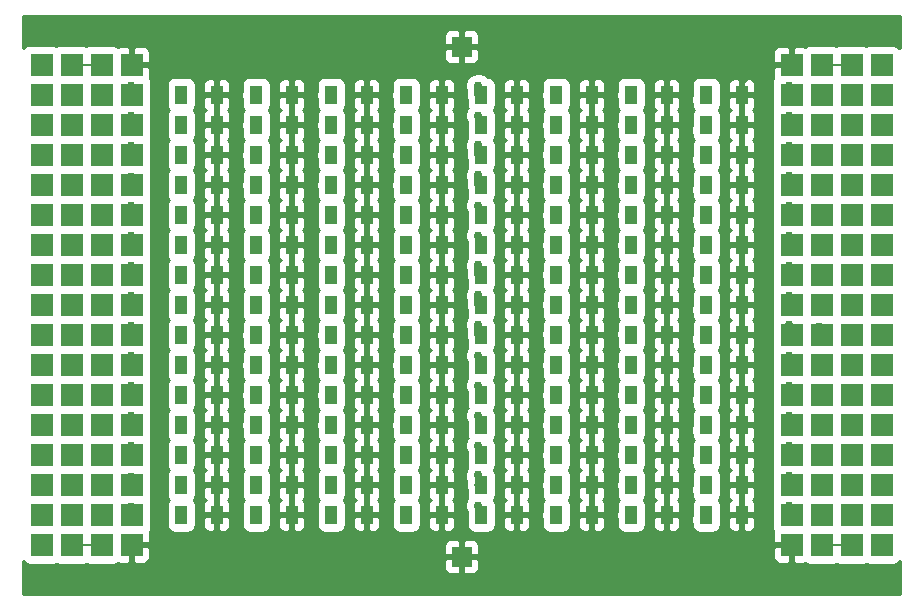
<source format=gtl>
G04 #@! TF.GenerationSoftware,KiCad,Pcbnew,5.1.9+dfsg1-1~bpo10+1*
G04 #@! TF.CreationDate,2021-10-28T18:47:32+00:00*
G04 #@! TF.ProjectId,120-channel-test-board,3132302d-6368-4616-9e6e-656c2d746573,v1.2*
G04 #@! TF.SameCoordinates,Original*
G04 #@! TF.FileFunction,Copper,L1,Top*
G04 #@! TF.FilePolarity,Positive*
%FSLAX46Y46*%
G04 Gerber Fmt 4.6, Leading zero omitted, Abs format (unit mm)*
G04 Created by KiCad (PCBNEW 5.1.9+dfsg1-1~bpo10+1) date 2021-10-28 18:47:32*
%MOMM*%
%LPD*%
G01*
G04 APERTURE LIST*
G04 #@! TA.AperFunction,SMDPad,CuDef*
%ADD10R,1.000000X1.600000*%
G04 #@! TD*
G04 #@! TA.AperFunction,SMDPad,CuDef*
%ADD11R,1.899920X1.899920*%
G04 #@! TD*
G04 #@! TA.AperFunction,ComponentPad*
%ADD12R,1.700000X1.700000*%
G04 #@! TD*
G04 #@! TA.AperFunction,ViaPad*
%ADD13C,0.762000*%
G04 #@! TD*
G04 #@! TA.AperFunction,Conductor*
%ADD14C,0.177800*%
G04 #@! TD*
G04 #@! TA.AperFunction,Conductor*
%ADD15C,0.254000*%
G04 #@! TD*
G04 #@! TA.AperFunction,Conductor*
%ADD16C,0.100000*%
G04 #@! TD*
G04 APERTURE END LIST*
D10*
X77875000Y-43180000D03*
X80875000Y-43180000D03*
X84225000Y-43180000D03*
X87225000Y-43180000D03*
X90575000Y-43180000D03*
X93575000Y-43180000D03*
X96925000Y-43180000D03*
X99925000Y-43180000D03*
X77875000Y-45720000D03*
X80875000Y-45720000D03*
X84225000Y-45720000D03*
X87225000Y-45720000D03*
X90575000Y-45720000D03*
X93575000Y-45720000D03*
X96925000Y-45720000D03*
X99925000Y-45720000D03*
X77875000Y-48260000D03*
X80875000Y-48260000D03*
X84225000Y-48260000D03*
X87225000Y-48260000D03*
X90575000Y-48260000D03*
X93575000Y-48260000D03*
X96925000Y-48260000D03*
X99925000Y-48260000D03*
X77875000Y-50800000D03*
X80875000Y-50800000D03*
X84225000Y-50800000D03*
X87225000Y-50800000D03*
X90575000Y-50800000D03*
X93575000Y-50800000D03*
X96925000Y-50800000D03*
X99925000Y-50800000D03*
X77875000Y-53340000D03*
X80875000Y-53340000D03*
X84225000Y-53340000D03*
X87225000Y-53340000D03*
X90575000Y-53340000D03*
X93575000Y-53340000D03*
X96925000Y-53340000D03*
X99925000Y-53340000D03*
X77875000Y-55880000D03*
X80875000Y-55880000D03*
X84225000Y-55880000D03*
X87225000Y-55880000D03*
X90575000Y-55880000D03*
X93575000Y-55880000D03*
X96925000Y-55880000D03*
X99925000Y-55880000D03*
X77875000Y-58420000D03*
X80875000Y-58420000D03*
X84225000Y-58420000D03*
X87225000Y-58420000D03*
X90575000Y-58420000D03*
X93575000Y-58420000D03*
X96925000Y-58420000D03*
X99925000Y-58420000D03*
X77875000Y-60960000D03*
X80875000Y-60960000D03*
X84225000Y-60960000D03*
X87225000Y-60960000D03*
X90575000Y-60960000D03*
X93575000Y-60960000D03*
X96925000Y-60960000D03*
X99925000Y-60960000D03*
X77875000Y-63500000D03*
X80875000Y-63500000D03*
X84225000Y-63500000D03*
X87225000Y-63500000D03*
X90575000Y-63500000D03*
X93575000Y-63500000D03*
X96925000Y-63500000D03*
X99925000Y-63500000D03*
X77875000Y-66040000D03*
X80875000Y-66040000D03*
X84225000Y-66040000D03*
X87225000Y-66040000D03*
X90575000Y-66040000D03*
X93575000Y-66040000D03*
X96925000Y-66040000D03*
X99925000Y-66040000D03*
X77875000Y-68580000D03*
X80875000Y-68580000D03*
X84225000Y-68580000D03*
X87225000Y-68580000D03*
X90575000Y-68580000D03*
X93575000Y-68580000D03*
X96925000Y-68580000D03*
X99925000Y-68580000D03*
X77875000Y-71120000D03*
X80875000Y-71120000D03*
X84225000Y-71120000D03*
X87225000Y-71120000D03*
X90575000Y-71120000D03*
X93575000Y-71120000D03*
X96925000Y-71120000D03*
X99925000Y-71120000D03*
X77875000Y-73660000D03*
X80875000Y-73660000D03*
X84225000Y-73660000D03*
X87225000Y-73660000D03*
X90575000Y-73660000D03*
X93575000Y-73660000D03*
X96925000Y-73660000D03*
X99925000Y-73660000D03*
X77875000Y-76200000D03*
X80875000Y-76200000D03*
X84225000Y-76200000D03*
X87225000Y-76200000D03*
X90575000Y-76200000D03*
X93575000Y-76200000D03*
X96925000Y-76200000D03*
X99925000Y-76200000D03*
X77875000Y-78740000D03*
X80875000Y-78740000D03*
X84225000Y-78740000D03*
X87225000Y-78740000D03*
X90575000Y-78740000D03*
X93575000Y-78740000D03*
X96925000Y-78740000D03*
X99925000Y-78740000D03*
X52475000Y-78740000D03*
X55475000Y-78740000D03*
X58825000Y-78740000D03*
X61825000Y-78740000D03*
X65175000Y-78740000D03*
X68175000Y-78740000D03*
X71525000Y-78740000D03*
X74525000Y-78740000D03*
X52475000Y-76200000D03*
X55475000Y-76200000D03*
X58825000Y-76200000D03*
X61825000Y-76200000D03*
X65175000Y-76200000D03*
X68175000Y-76200000D03*
X71525000Y-76200000D03*
X74525000Y-76200000D03*
X52475000Y-73660000D03*
X55475000Y-73660000D03*
X58825000Y-73660000D03*
X61825000Y-73660000D03*
X65175000Y-73660000D03*
X68175000Y-73660000D03*
X71525000Y-73660000D03*
X74525000Y-73660000D03*
X52475000Y-71120000D03*
X55475000Y-71120000D03*
X58825000Y-71120000D03*
X61825000Y-71120000D03*
X65175000Y-71120000D03*
X68175000Y-71120000D03*
X71525000Y-71120000D03*
X74525000Y-71120000D03*
X52475000Y-68580000D03*
X55475000Y-68580000D03*
X58825000Y-68580000D03*
X61825000Y-68580000D03*
X65175000Y-68580000D03*
X68175000Y-68580000D03*
X71525000Y-68580000D03*
X74525000Y-68580000D03*
X52475000Y-66040000D03*
X55475000Y-66040000D03*
X58825000Y-66040000D03*
X61825000Y-66040000D03*
X65175000Y-66040000D03*
X68175000Y-66040000D03*
X71525000Y-66040000D03*
X74525000Y-66040000D03*
X52475000Y-63500000D03*
X55475000Y-63500000D03*
X58825000Y-63500000D03*
X61825000Y-63500000D03*
X65175000Y-63500000D03*
X68175000Y-63500000D03*
X71525000Y-63500000D03*
X74525000Y-63500000D03*
X52475000Y-60960000D03*
X55475000Y-60960000D03*
X58825000Y-60960000D03*
X61825000Y-60960000D03*
X65175000Y-60960000D03*
X68175000Y-60960000D03*
X71525000Y-60960000D03*
X74525000Y-60960000D03*
X52475000Y-58420000D03*
X55475000Y-58420000D03*
X58825000Y-58420000D03*
X61825000Y-58420000D03*
X65175000Y-58420000D03*
X68175000Y-58420000D03*
X71525000Y-58420000D03*
X74525000Y-58420000D03*
X52475000Y-55880000D03*
X55475000Y-55880000D03*
X58825000Y-55880000D03*
X61825000Y-55880000D03*
X65175000Y-55880000D03*
X68175000Y-55880000D03*
X71525000Y-55880000D03*
X74525000Y-55880000D03*
X52475000Y-53340000D03*
X55475000Y-53340000D03*
X58825000Y-53340000D03*
X61825000Y-53340000D03*
X65175000Y-53340000D03*
X68175000Y-53340000D03*
X71525000Y-53340000D03*
X74525000Y-53340000D03*
X52475000Y-50800000D03*
X55475000Y-50800000D03*
X58825000Y-50800000D03*
X61825000Y-50800000D03*
X65175000Y-50800000D03*
X68175000Y-50800000D03*
X71525000Y-50800000D03*
X74525000Y-50800000D03*
X52475000Y-48260000D03*
X55475000Y-48260000D03*
X58825000Y-48260000D03*
X61825000Y-48260000D03*
X65175000Y-48260000D03*
X68175000Y-48260000D03*
X71525000Y-48260000D03*
X74525000Y-48260000D03*
X52475000Y-45720000D03*
X55475000Y-45720000D03*
X58825000Y-45720000D03*
X61825000Y-45720000D03*
X65175000Y-45720000D03*
X68175000Y-45720000D03*
X71525000Y-45720000D03*
X74525000Y-45720000D03*
X52475000Y-43180000D03*
X55475000Y-43180000D03*
X58825000Y-43180000D03*
X61825000Y-43180000D03*
X65175000Y-43180000D03*
X68175000Y-43180000D03*
X71525000Y-43180000D03*
X74525000Y-43180000D03*
D11*
X104140000Y-43180000D03*
X106680000Y-43180000D03*
X109220000Y-43180000D03*
X111760000Y-43180000D03*
X104140000Y-45720000D03*
X106680000Y-45720000D03*
X109220000Y-45720000D03*
X111760000Y-45720000D03*
X104140000Y-48260000D03*
X106680000Y-48260000D03*
X109220000Y-48260000D03*
X111760000Y-48260000D03*
X104140000Y-50800000D03*
X106680000Y-50800000D03*
X109220000Y-50800000D03*
X111760000Y-50800000D03*
X104140000Y-53340000D03*
X106680000Y-53340000D03*
X109220000Y-53340000D03*
X111760000Y-53340000D03*
X104140000Y-55880000D03*
X106680000Y-55880000D03*
X109220000Y-55880000D03*
X111760000Y-55880000D03*
X104140000Y-58420000D03*
X106680000Y-58420000D03*
X109220000Y-58420000D03*
X111760000Y-58420000D03*
X104140000Y-60960000D03*
X106680000Y-60960000D03*
X109220000Y-60960000D03*
X111760000Y-60960000D03*
X104140000Y-63500000D03*
X106680000Y-63500000D03*
X109220000Y-63500000D03*
X111760000Y-63500000D03*
X104140000Y-66040000D03*
X106680000Y-66040000D03*
X109220000Y-66040000D03*
X111760000Y-66040000D03*
X104140000Y-68580000D03*
X106680000Y-68580000D03*
X109220000Y-68580000D03*
X111760000Y-68580000D03*
X104140000Y-71120000D03*
X106680000Y-71120000D03*
X109220000Y-71120000D03*
X111760000Y-71120000D03*
X104140000Y-73660000D03*
X106680000Y-73660000D03*
X109220000Y-73660000D03*
X111760000Y-73660000D03*
X104140000Y-76200000D03*
X106680000Y-76200000D03*
X109220000Y-76200000D03*
X111760000Y-76200000D03*
X104140000Y-78740000D03*
X106680000Y-78740000D03*
X109220000Y-78740000D03*
X111760000Y-78740000D03*
X40640000Y-78740000D03*
X43180000Y-78740000D03*
X45720000Y-78740000D03*
X48260000Y-78740000D03*
X40640000Y-76200000D03*
X43180000Y-76200000D03*
X45720000Y-76200000D03*
X48260000Y-76200000D03*
X40640000Y-73660000D03*
X43180000Y-73660000D03*
X45720000Y-73660000D03*
X48260000Y-73660000D03*
X40640000Y-71120000D03*
X43180000Y-71120000D03*
X45720000Y-71120000D03*
X48260000Y-71120000D03*
X40640000Y-68580000D03*
X43180000Y-68580000D03*
X45720000Y-68580000D03*
X48260000Y-68580000D03*
X40640000Y-66040000D03*
X43180000Y-66040000D03*
X45720000Y-66040000D03*
X48260000Y-66040000D03*
X40640000Y-63500000D03*
X43180000Y-63500000D03*
X45720000Y-63500000D03*
X48260000Y-63500000D03*
X40640000Y-60960000D03*
X43180000Y-60960000D03*
X45720000Y-60960000D03*
X48260000Y-60960000D03*
X40640000Y-58420000D03*
X43180000Y-58420000D03*
X45720000Y-58420000D03*
X48260000Y-58420000D03*
X40640000Y-55880000D03*
X43180000Y-55880000D03*
X45720000Y-55880000D03*
X48260000Y-55880000D03*
X40640000Y-53340000D03*
X43180000Y-53340000D03*
X45720000Y-53340000D03*
X48260000Y-53340000D03*
X40640000Y-50800000D03*
X43180000Y-50800000D03*
X45720000Y-50800000D03*
X48260000Y-50800000D03*
X40640000Y-48260000D03*
X43180000Y-48260000D03*
X45720000Y-48260000D03*
X48260000Y-48260000D03*
X40640000Y-45720000D03*
X43180000Y-45720000D03*
X45720000Y-45720000D03*
X48260000Y-45720000D03*
X40640000Y-43180000D03*
X43180000Y-43180000D03*
X45720000Y-43180000D03*
X48260000Y-43180000D03*
X48260000Y-40640000D03*
X48260000Y-81280000D03*
X104140000Y-81280000D03*
X104140000Y-40640000D03*
X45720000Y-40640000D03*
X43180000Y-40640000D03*
X45720000Y-81280000D03*
X43180000Y-81280000D03*
X106680000Y-81280000D03*
X109220000Y-81280000D03*
X106680000Y-40640000D03*
X109220000Y-40640000D03*
X40640000Y-40640000D03*
X40640000Y-81280000D03*
X111760000Y-81280000D03*
X111760000Y-40640000D03*
D12*
X76200000Y-82296000D03*
X76200000Y-39116000D03*
D13*
X103950000Y-42450000D03*
X77614780Y-42397520D03*
X84074000Y-43180000D03*
X106500000Y-42600000D03*
X90424000Y-43180000D03*
X109250000Y-42950000D03*
X96750000Y-43600000D03*
X111760000Y-43180000D03*
X77614780Y-44947520D03*
X103950000Y-45000000D03*
X106500000Y-45150000D03*
X84074000Y-45730000D03*
X109250000Y-45500000D03*
X90424000Y-45730000D03*
X111760000Y-45730000D03*
X96750000Y-46150000D03*
X77614780Y-47447520D03*
X103950000Y-47500000D03*
X106500000Y-47650000D03*
X84074000Y-48230000D03*
X109250000Y-48000000D03*
X90424000Y-48230000D03*
X111760000Y-48230000D03*
X96750000Y-48650000D03*
X103950000Y-50050000D03*
X77614780Y-49997520D03*
X84074000Y-50780000D03*
X106500000Y-50200000D03*
X90424000Y-50780000D03*
X109250000Y-50550000D03*
X96750000Y-51200000D03*
X111760000Y-50780000D03*
X77614780Y-52547520D03*
X103950000Y-52600000D03*
X106500000Y-52750000D03*
X84074000Y-53330000D03*
X109250000Y-53100000D03*
X90424000Y-53330000D03*
X111760000Y-53330000D03*
X96750000Y-53750000D03*
X103950000Y-55150000D03*
X77614780Y-55097520D03*
X84074000Y-55880000D03*
X106500000Y-55300000D03*
X90424000Y-55880000D03*
X109250000Y-55650000D03*
X96750000Y-56300000D03*
X111760000Y-55880000D03*
X103950000Y-57650000D03*
X77614780Y-57597520D03*
X84074000Y-58380000D03*
X106500000Y-57800000D03*
X90424000Y-58380000D03*
X109250000Y-58150000D03*
X96750000Y-58800000D03*
X111760000Y-58380000D03*
X77614780Y-60147520D03*
X103950000Y-60200000D03*
X106500000Y-60350000D03*
X84074000Y-60930000D03*
X109250000Y-60700000D03*
X90424000Y-60930000D03*
X111760000Y-60930000D03*
X96750000Y-61350000D03*
X77614780Y-62647520D03*
X103950000Y-62700000D03*
X106500000Y-62850000D03*
X84074000Y-63430000D03*
X109250000Y-63200000D03*
X90424000Y-63430000D03*
X111760000Y-63430000D03*
X96750000Y-63850000D03*
X103950000Y-65300000D03*
X77614780Y-65247520D03*
X84074000Y-66030000D03*
X106500000Y-65450000D03*
X90424000Y-66030000D03*
X109250000Y-65800000D03*
X96750000Y-66450000D03*
X111760000Y-66030000D03*
X77614780Y-67797520D03*
X103950000Y-67850000D03*
X106500000Y-68000000D03*
X84074000Y-68580000D03*
X109250000Y-68350000D03*
X90424000Y-68580000D03*
X111760000Y-68580000D03*
X96750000Y-69000000D03*
X103950000Y-70400000D03*
X77614780Y-70347520D03*
X84074000Y-71130000D03*
X106500000Y-70550000D03*
X90424000Y-71130000D03*
X109250000Y-70900000D03*
X96750000Y-71550000D03*
X111760000Y-71130000D03*
X77614780Y-72897520D03*
X103950000Y-72950000D03*
X106500000Y-73100000D03*
X84074000Y-73680000D03*
X109250000Y-73450000D03*
X90424000Y-73680000D03*
X111760000Y-73680000D03*
X96750000Y-74100000D03*
X103950000Y-75450000D03*
X77614780Y-75397520D03*
X106500000Y-75600000D03*
X84074000Y-76180000D03*
X109250000Y-75950000D03*
X90424000Y-76180000D03*
X111760000Y-76180000D03*
X96750000Y-76600000D03*
X103950000Y-78000000D03*
X77614780Y-77947520D03*
X84074000Y-78730000D03*
X106500000Y-78150000D03*
X90424000Y-78730000D03*
X109250000Y-78500000D03*
X96750000Y-79150000D03*
X111760000Y-78730000D03*
X52400000Y-79100000D03*
X40690000Y-78780000D03*
X58724000Y-78780000D03*
X43150000Y-78450000D03*
X65074000Y-78780000D03*
X65074000Y-78780000D03*
X45750000Y-78200000D03*
X71424000Y-78780000D03*
X71424000Y-78780000D03*
X48250000Y-78050000D03*
X71424000Y-78780000D03*
X52400000Y-76550000D03*
X40690000Y-76230000D03*
X58724000Y-76230000D03*
X43150000Y-75900000D03*
X65074000Y-76230000D03*
X65074000Y-76230000D03*
X45750000Y-75650000D03*
X48250000Y-75500000D03*
X71424000Y-76230000D03*
X71424000Y-76230000D03*
X71424000Y-76230000D03*
X40690000Y-73680000D03*
X52400000Y-74000000D03*
X43150000Y-73350000D03*
X58724000Y-73680000D03*
X65074000Y-73680000D03*
X45750000Y-73100000D03*
X65074000Y-73680000D03*
X71424000Y-73680000D03*
X71424000Y-73680000D03*
X71424000Y-73680000D03*
X48250000Y-72950000D03*
X40640000Y-71130000D03*
X52350000Y-71450000D03*
X43100000Y-70800000D03*
X58674000Y-71130000D03*
X65024000Y-71130000D03*
X45700000Y-70550000D03*
X65024000Y-71130000D03*
X71374000Y-71130000D03*
X71374000Y-71130000D03*
X71374000Y-71130000D03*
X48200000Y-70400000D03*
X52350000Y-68900000D03*
X40640000Y-68580000D03*
X58674000Y-68580000D03*
X43100000Y-68250000D03*
X65024000Y-68580000D03*
X65024000Y-68580000D03*
X45700000Y-68000000D03*
X48200000Y-67850000D03*
X71374000Y-68580000D03*
X71374000Y-68580000D03*
X71374000Y-68580000D03*
X52350000Y-66350000D03*
X40640000Y-66030000D03*
X58674000Y-66030000D03*
X43100000Y-65700000D03*
X65024000Y-66030000D03*
X65024000Y-66030000D03*
X45700000Y-65450000D03*
X71374000Y-66030000D03*
X71374000Y-66030000D03*
X48200000Y-65300000D03*
X71374000Y-66030000D03*
X40640000Y-63480000D03*
X52350000Y-63800000D03*
X43100000Y-63150000D03*
X58674000Y-63480000D03*
X65024000Y-63480000D03*
X45700000Y-62900000D03*
X65024000Y-63480000D03*
X71374000Y-63480000D03*
X71374000Y-63480000D03*
X71374000Y-63480000D03*
X48200000Y-62750000D03*
X40690000Y-60980000D03*
X52400000Y-61300000D03*
X43150000Y-60650000D03*
X58724000Y-60980000D03*
X65074000Y-60980000D03*
X45750000Y-60400000D03*
X65074000Y-60980000D03*
X71424000Y-60980000D03*
X48250000Y-60250000D03*
X71424000Y-60980000D03*
X71424000Y-60980000D03*
X52400000Y-58750000D03*
X40690000Y-58430000D03*
X58724000Y-58430000D03*
X43150000Y-58100000D03*
X65074000Y-58430000D03*
X65074000Y-58430000D03*
X45750000Y-57850000D03*
X71424000Y-58430000D03*
X71424000Y-58430000D03*
X48250000Y-57700000D03*
X71424000Y-58430000D03*
X52400000Y-56200000D03*
X40690000Y-55880000D03*
X58724000Y-55880000D03*
X43150000Y-55550000D03*
X65074000Y-55880000D03*
X65074000Y-55880000D03*
X45750000Y-55300000D03*
X71424000Y-55880000D03*
X71424000Y-55880000D03*
X48250000Y-55150000D03*
X71424000Y-55880000D03*
X40690000Y-53330000D03*
X52400000Y-53650000D03*
X43150000Y-53000000D03*
X58724000Y-53330000D03*
X65074000Y-53330000D03*
X45750000Y-52750000D03*
X65074000Y-53330000D03*
X71424000Y-53330000D03*
X71424000Y-53330000D03*
X71424000Y-53330000D03*
X48250000Y-52600000D03*
X52350000Y-51150000D03*
X40640000Y-50830000D03*
X58674000Y-50830000D03*
X43100000Y-50500000D03*
X65024000Y-50830000D03*
X65024000Y-50830000D03*
X45700000Y-50250000D03*
X71374000Y-50830000D03*
X71374000Y-50830000D03*
X48200000Y-50100000D03*
X71374000Y-50830000D03*
X40640000Y-48280000D03*
X52350000Y-48600000D03*
X43100000Y-47950000D03*
X58674000Y-48280000D03*
X45700000Y-47700000D03*
X65024000Y-48280000D03*
X65024000Y-48280000D03*
X71374000Y-48280000D03*
X71374000Y-48280000D03*
X71374000Y-48280000D03*
X48200000Y-47550000D03*
X40640000Y-45730000D03*
X52350000Y-46050000D03*
X43100000Y-45400000D03*
X58674000Y-45730000D03*
X65024000Y-45730000D03*
X45700000Y-45150000D03*
X65024000Y-45730000D03*
X71374000Y-45730000D03*
X71374000Y-45730000D03*
X71374000Y-45730000D03*
X48200000Y-45000000D03*
X52350000Y-43500000D03*
X40640000Y-43180000D03*
X58674000Y-43180000D03*
X43100000Y-42850000D03*
X65024000Y-43180000D03*
X65024000Y-43180000D03*
X45700000Y-42600000D03*
X71374000Y-43180000D03*
X71374000Y-43180000D03*
X48200000Y-42450000D03*
X71374000Y-43180000D03*
D14*
X77375000Y-43180000D02*
X77375000Y-42637300D01*
X77375000Y-42637300D02*
X77614780Y-42397520D01*
X77614780Y-42397520D02*
X77375000Y-43180000D01*
X103950000Y-42450000D02*
X104040000Y-42540000D01*
X104040000Y-42805000D02*
X104040000Y-42540000D01*
X106500000Y-42600000D02*
X106680000Y-42780000D01*
X109220000Y-43180000D02*
X109220000Y-42980000D01*
X109250000Y-42950000D02*
X109220000Y-42980000D01*
X96750000Y-43600000D02*
X96774000Y-43576000D01*
X96774000Y-43180000D02*
X96774000Y-43576000D01*
X104040000Y-45355000D02*
X104040000Y-45090000D01*
X103950000Y-45000000D02*
X104040000Y-45090000D01*
X106500000Y-45150000D02*
X106680000Y-45330000D01*
X109250000Y-45500000D02*
X109220000Y-45530000D01*
X109220000Y-45730000D02*
X109220000Y-45530000D01*
X96774000Y-45730000D02*
X96774000Y-46126000D01*
X96750000Y-46150000D02*
X96774000Y-46126000D01*
X77375000Y-48260000D02*
X77375000Y-47687300D01*
X77375000Y-47687300D02*
X77614780Y-47447520D01*
X104040000Y-47855000D02*
X104040000Y-47590000D01*
X103950000Y-47500000D02*
X104040000Y-47590000D01*
X106500000Y-47650000D02*
X106680000Y-47830000D01*
X109250000Y-48000000D02*
X109220000Y-48030000D01*
X109220000Y-48230000D02*
X109220000Y-48030000D01*
X96774000Y-48230000D02*
X96774000Y-48626000D01*
X96750000Y-48650000D02*
X96774000Y-48626000D01*
X77375000Y-50800000D02*
X77375000Y-50237300D01*
X77375000Y-50237300D02*
X77614780Y-49997520D01*
X103950000Y-50050000D02*
X104040000Y-50140000D01*
X104040000Y-50405000D02*
X104040000Y-50140000D01*
X106500000Y-50200000D02*
X106680000Y-50380000D01*
X109220000Y-50780000D02*
X109220000Y-50580000D01*
X109250000Y-50550000D02*
X109220000Y-50580000D01*
X96750000Y-51200000D02*
X96774000Y-51176000D01*
X96774000Y-50780000D02*
X96774000Y-51176000D01*
X104040000Y-52955000D02*
X104040000Y-52690000D01*
X103950000Y-52600000D02*
X104040000Y-52690000D01*
X106500000Y-52750000D02*
X106680000Y-52930000D01*
X109250000Y-53100000D02*
X109220000Y-53130000D01*
X109220000Y-53330000D02*
X109220000Y-53130000D01*
X96774000Y-53330000D02*
X96774000Y-53726000D01*
X96750000Y-53750000D02*
X96774000Y-53726000D01*
X103950000Y-55150000D02*
X104040000Y-55240000D01*
X104040000Y-55505000D02*
X104040000Y-55240000D01*
X106500000Y-55300000D02*
X106680000Y-55480000D01*
X109220000Y-55880000D02*
X109220000Y-55680000D01*
X109250000Y-55650000D02*
X109220000Y-55680000D01*
X96750000Y-56300000D02*
X96774000Y-56276000D01*
X96774000Y-55880000D02*
X96774000Y-56276000D01*
X77375000Y-58420000D02*
X77375000Y-57837300D01*
X77375000Y-57837300D02*
X77614780Y-57597520D01*
X103950000Y-57650000D02*
X104040000Y-57740000D01*
X104040000Y-58005000D02*
X104040000Y-57740000D01*
X106500000Y-57800000D02*
X106680000Y-57980000D01*
X109220000Y-58380000D02*
X109220000Y-58180000D01*
X109250000Y-58150000D02*
X109220000Y-58180000D01*
X96750000Y-58800000D02*
X96774000Y-58776000D01*
X96774000Y-58380000D02*
X96774000Y-58776000D01*
X77375000Y-60960000D02*
X77375000Y-60387300D01*
X77375000Y-60387300D02*
X77614780Y-60147520D01*
X104040000Y-60555000D02*
X104040000Y-60290000D01*
X103950000Y-60200000D02*
X104040000Y-60290000D01*
X106500000Y-60350000D02*
X106680000Y-60530000D01*
X109250000Y-60700000D02*
X109220000Y-60730000D01*
X109220000Y-60930000D02*
X109220000Y-60730000D01*
X96774000Y-60930000D02*
X96774000Y-61326000D01*
X96750000Y-61350000D02*
X96774000Y-61326000D01*
X77375000Y-63500000D02*
X77375000Y-62887300D01*
X77375000Y-62887300D02*
X77614780Y-62647520D01*
X104040000Y-63055000D02*
X104040000Y-62790000D01*
X103950000Y-62700000D02*
X104040000Y-62790000D01*
X106500000Y-62850000D02*
X106680000Y-63030000D01*
X109250000Y-63200000D02*
X109220000Y-63230000D01*
X109220000Y-63430000D02*
X109220000Y-63230000D01*
X96774000Y-63430000D02*
X96774000Y-63826000D01*
X96750000Y-63850000D02*
X96774000Y-63826000D01*
X103950000Y-65300000D02*
X104040000Y-65390000D01*
X104040000Y-65655000D02*
X104040000Y-65390000D01*
X106500000Y-65450000D02*
X106680000Y-65630000D01*
X109220000Y-66030000D02*
X109220000Y-65830000D01*
X109250000Y-65800000D02*
X109220000Y-65830000D01*
X96750000Y-66450000D02*
X96774000Y-66426000D01*
X96774000Y-66030000D02*
X96774000Y-66426000D01*
X104040000Y-68205000D02*
X104040000Y-67940000D01*
X103950000Y-67850000D02*
X104040000Y-67940000D01*
X106500000Y-68000000D02*
X106680000Y-68180000D01*
X109250000Y-68350000D02*
X109220000Y-68380000D01*
X109220000Y-68580000D02*
X109220000Y-68380000D01*
X96774000Y-68580000D02*
X96774000Y-68976000D01*
X96750000Y-69000000D02*
X96774000Y-68976000D01*
X103950000Y-70400000D02*
X104040000Y-70490000D01*
X104040000Y-70755000D02*
X104040000Y-70490000D01*
X106500000Y-70550000D02*
X106680000Y-70730000D01*
X109220000Y-71130000D02*
X109220000Y-70930000D01*
X109250000Y-70900000D02*
X109220000Y-70930000D01*
X96750000Y-71550000D02*
X96774000Y-71526000D01*
X96774000Y-71130000D02*
X96774000Y-71526000D01*
X104040000Y-73305000D02*
X104040000Y-73040000D01*
X103950000Y-72950000D02*
X104040000Y-73040000D01*
X106500000Y-73100000D02*
X106680000Y-73280000D01*
X109250000Y-73450000D02*
X109220000Y-73480000D01*
X109220000Y-73680000D02*
X109220000Y-73480000D01*
X96774000Y-73680000D02*
X96774000Y-74076000D01*
X96750000Y-74100000D02*
X96774000Y-74076000D01*
X77614780Y-75960220D02*
X77614780Y-75397520D01*
X103950000Y-75450000D02*
X104040000Y-75540000D01*
X77614780Y-75960220D02*
X77375000Y-76200000D01*
X104040000Y-75805000D02*
X104040000Y-75540000D01*
X106500000Y-75600000D02*
X106680000Y-75780000D01*
X109250000Y-75950000D02*
X109220000Y-75980000D01*
X109220000Y-76180000D02*
X109220000Y-75980000D01*
X96774000Y-76180000D02*
X96774000Y-76576000D01*
X96750000Y-76600000D02*
X96774000Y-76576000D01*
X103950000Y-78000000D02*
X104040000Y-78090000D01*
X104040000Y-78355000D02*
X104040000Y-78090000D01*
X106500000Y-78150000D02*
X106680000Y-78330000D01*
X109220000Y-78730000D02*
X109220000Y-78530000D01*
X109250000Y-78500000D02*
X109220000Y-78530000D01*
X96750000Y-79150000D02*
X96774000Y-79126000D01*
X96774000Y-78730000D02*
X96774000Y-79126000D01*
X52400000Y-79100000D02*
X52374000Y-79074000D01*
X52374000Y-78780000D02*
X52374000Y-79074000D01*
X43230000Y-78530000D02*
X43230000Y-78780000D01*
X43150000Y-78450000D02*
X43230000Y-78530000D01*
X45750000Y-78200000D02*
X45770000Y-78220000D01*
X45770000Y-78780000D02*
X45770000Y-78220000D01*
X48250000Y-78050000D02*
X48310000Y-78110000D01*
X48310000Y-78130000D02*
X48310000Y-78110000D01*
X52400000Y-76550000D02*
X52374000Y-76524000D01*
X52374000Y-76230000D02*
X52374000Y-76524000D01*
X43230000Y-75980000D02*
X43230000Y-76230000D01*
X43150000Y-75900000D02*
X43230000Y-75980000D01*
X45750000Y-75650000D02*
X45770000Y-75670000D01*
X45770000Y-76230000D02*
X45770000Y-75670000D01*
X48250000Y-75500000D02*
X48310000Y-75560000D01*
X48310000Y-75580000D02*
X48310000Y-75560000D01*
X52374000Y-73680000D02*
X52374000Y-73974000D01*
X52400000Y-74000000D02*
X52374000Y-73974000D01*
X43150000Y-73350000D02*
X43230000Y-73430000D01*
X43230000Y-73430000D02*
X43230000Y-73680000D01*
X45770000Y-73680000D02*
X45770000Y-73120000D01*
X45750000Y-73100000D02*
X45770000Y-73120000D01*
X48310000Y-73030000D02*
X48310000Y-73010000D01*
X48250000Y-72950000D02*
X48310000Y-73010000D01*
X52324000Y-71130000D02*
X52324000Y-71424000D01*
X52350000Y-71450000D02*
X52324000Y-71424000D01*
X43100000Y-70800000D02*
X43180000Y-70880000D01*
X43180000Y-70880000D02*
X43180000Y-71130000D01*
X45720000Y-71130000D02*
X45720000Y-70570000D01*
X45700000Y-70550000D02*
X45720000Y-70570000D01*
X48260000Y-70480000D02*
X48260000Y-70460000D01*
X48200000Y-70400000D02*
X48260000Y-70460000D01*
X52350000Y-68900000D02*
X52324000Y-68874000D01*
X52324000Y-68580000D02*
X52324000Y-68874000D01*
X43180000Y-68330000D02*
X43180000Y-68580000D01*
X43100000Y-68250000D02*
X43180000Y-68330000D01*
X45700000Y-68000000D02*
X45720000Y-68020000D01*
X45720000Y-68580000D02*
X45720000Y-68020000D01*
X48200000Y-67850000D02*
X48260000Y-67910000D01*
X48260000Y-67930000D02*
X48260000Y-67910000D01*
X52350000Y-66350000D02*
X52324000Y-66324000D01*
X52324000Y-66030000D02*
X52324000Y-66324000D01*
X43180000Y-65780000D02*
X43180000Y-66030000D01*
X43100000Y-65700000D02*
X43180000Y-65780000D01*
X45700000Y-65450000D02*
X45720000Y-65470000D01*
X45720000Y-66030000D02*
X45720000Y-65470000D01*
X48200000Y-65300000D02*
X48260000Y-65360000D01*
X48260000Y-65380000D02*
X48260000Y-65360000D01*
X52324000Y-63480000D02*
X52324000Y-63774000D01*
X52350000Y-63800000D02*
X52324000Y-63774000D01*
X43100000Y-63150000D02*
X43180000Y-63230000D01*
X43180000Y-63230000D02*
X43180000Y-63480000D01*
X45720000Y-63480000D02*
X45720000Y-62920000D01*
X45700000Y-62900000D02*
X45720000Y-62920000D01*
X48260000Y-62830000D02*
X48260000Y-62810000D01*
X48200000Y-62750000D02*
X48260000Y-62810000D01*
X52374000Y-60980000D02*
X52374000Y-61274000D01*
X52400000Y-61300000D02*
X52374000Y-61274000D01*
X43150000Y-60650000D02*
X43230000Y-60730000D01*
X43230000Y-60730000D02*
X43230000Y-60980000D01*
X45770000Y-60980000D02*
X45770000Y-60420000D01*
X45750000Y-60400000D02*
X45770000Y-60420000D01*
X48310000Y-60330000D02*
X48310000Y-60310000D01*
X48250000Y-60250000D02*
X48310000Y-60310000D01*
X52400000Y-58750000D02*
X52374000Y-58724000D01*
X52374000Y-58430000D02*
X52374000Y-58724000D01*
X43230000Y-58180000D02*
X43230000Y-58430000D01*
X43150000Y-58100000D02*
X43230000Y-58180000D01*
X45750000Y-57850000D02*
X45770000Y-57870000D01*
X45770000Y-58430000D02*
X45770000Y-57870000D01*
X48250000Y-57700000D02*
X48310000Y-57760000D01*
X48310000Y-57780000D02*
X48310000Y-57760000D01*
X52400000Y-56200000D02*
X52374000Y-56174000D01*
X52374000Y-55880000D02*
X52374000Y-56174000D01*
X43230000Y-55630000D02*
X43230000Y-55880000D01*
X43150000Y-55550000D02*
X43230000Y-55630000D01*
X45750000Y-55300000D02*
X45770000Y-55320000D01*
X45770000Y-55880000D02*
X45770000Y-55320000D01*
X48250000Y-55150000D02*
X48310000Y-55210000D01*
X48310000Y-55230000D02*
X48310000Y-55210000D01*
X52374000Y-53330000D02*
X52374000Y-53624000D01*
X52400000Y-53650000D02*
X52374000Y-53624000D01*
X43150000Y-53000000D02*
X43230000Y-53080000D01*
X43230000Y-53080000D02*
X43230000Y-53330000D01*
X45770000Y-53330000D02*
X45770000Y-52770000D01*
X45750000Y-52750000D02*
X45770000Y-52770000D01*
X48310000Y-52680000D02*
X48310000Y-52660000D01*
X48250000Y-52600000D02*
X48310000Y-52660000D01*
X52350000Y-51150000D02*
X52324000Y-51124000D01*
X52324000Y-50830000D02*
X52324000Y-51124000D01*
X43180000Y-50580000D02*
X43180000Y-50830000D01*
X43100000Y-50500000D02*
X43180000Y-50580000D01*
X45700000Y-50250000D02*
X45720000Y-50270000D01*
X45720000Y-50830000D02*
X45720000Y-50270000D01*
X48200000Y-50100000D02*
X48260000Y-50160000D01*
X48260000Y-50180000D02*
X48260000Y-50160000D01*
X52324000Y-48280000D02*
X52324000Y-48574000D01*
X52350000Y-48600000D02*
X52324000Y-48574000D01*
X43100000Y-47950000D02*
X43180000Y-48030000D01*
X43180000Y-48030000D02*
X43180000Y-48280000D01*
X45720000Y-48280000D02*
X45720000Y-47720000D01*
X45700000Y-47700000D02*
X45720000Y-47720000D01*
X48260000Y-47630000D02*
X48260000Y-47610000D01*
X48200000Y-47550000D02*
X48260000Y-47610000D01*
X52324000Y-45730000D02*
X52324000Y-46024000D01*
X52350000Y-46050000D02*
X52324000Y-46024000D01*
X43100000Y-45400000D02*
X43180000Y-45480000D01*
X43180000Y-45480000D02*
X43180000Y-45730000D01*
X45720000Y-45730000D02*
X45720000Y-45170000D01*
X45700000Y-45150000D02*
X45720000Y-45170000D01*
X48260000Y-45080000D02*
X48260000Y-45060000D01*
X48200000Y-45000000D02*
X48260000Y-45060000D01*
X52350000Y-43500000D02*
X52324000Y-43474000D01*
X52324000Y-43180000D02*
X52324000Y-43474000D01*
X43180000Y-42930000D02*
X43180000Y-43180000D01*
X43100000Y-42850000D02*
X43180000Y-42930000D01*
X45700000Y-42600000D02*
X45720000Y-42620000D01*
X45720000Y-43180000D02*
X45720000Y-42620000D01*
X48200000Y-42450000D02*
X48260000Y-42510000D01*
X48260000Y-42530000D02*
X48260000Y-42510000D01*
X55626000Y-76200000D02*
X55626000Y-78740000D01*
X61976000Y-76200000D02*
X61976000Y-78740000D01*
X99925000Y-43180000D02*
X99925000Y-42315000D01*
X101600000Y-40640000D02*
X104140000Y-40640000D01*
X99925000Y-42315000D02*
X101600000Y-40640000D01*
X55626000Y-73660000D02*
X55626000Y-76200000D01*
X55626000Y-71120000D02*
X55626000Y-73660000D01*
X55626000Y-68580000D02*
X55626000Y-71120000D01*
X55626000Y-66040000D02*
X55626000Y-68580000D01*
X55626000Y-63500000D02*
X55626000Y-66040000D01*
X55626000Y-60960000D02*
X55626000Y-63500000D01*
X55626000Y-58420000D02*
X55626000Y-60960000D01*
X55626000Y-55880000D02*
X55626000Y-58420000D01*
X55626000Y-53340000D02*
X55626000Y-55880000D01*
X55626000Y-50800000D02*
X55626000Y-53340000D01*
X55626000Y-48260000D02*
X55626000Y-50800000D01*
X55626000Y-45720000D02*
X55626000Y-48260000D01*
X55626000Y-43180000D02*
X55626000Y-45720000D01*
X61976000Y-43180000D02*
X61976000Y-45720000D01*
X61976000Y-45720000D02*
X61976000Y-48260000D01*
X61976000Y-48260000D02*
X61976000Y-50800000D01*
X61976000Y-50800000D02*
X61976000Y-53340000D01*
X61976000Y-53340000D02*
X61976000Y-55880000D01*
X61976000Y-55880000D02*
X61976000Y-58420000D01*
X61976000Y-58420000D02*
X61976000Y-60960000D01*
X61976000Y-60960000D02*
X61976000Y-63500000D01*
X61976000Y-63500000D02*
X61976000Y-66040000D01*
X61976000Y-66040000D02*
X61976000Y-68580000D01*
X61976000Y-68580000D02*
X61976000Y-71120000D01*
X61976000Y-71120000D02*
X61976000Y-73660000D01*
X61976000Y-73660000D02*
X61976000Y-76200000D01*
X68326000Y-76200000D02*
X68326000Y-78740000D01*
X68326000Y-73660000D02*
X68326000Y-76200000D01*
X68326000Y-71120000D02*
X68326000Y-73660000D01*
X68326000Y-68580000D02*
X68326000Y-71120000D01*
X68326000Y-66040000D02*
X68326000Y-68580000D01*
X68326000Y-63500000D02*
X68326000Y-66040000D01*
X68326000Y-60960000D02*
X68326000Y-63500000D01*
X68326000Y-58420000D02*
X68326000Y-60960000D01*
X68326000Y-55880000D02*
X68326000Y-58420000D01*
X68326000Y-53340000D02*
X68326000Y-55880000D01*
X68326000Y-50800000D02*
X68326000Y-53340000D01*
X68326000Y-48260000D02*
X68326000Y-50800000D01*
X68326000Y-45720000D02*
X68326000Y-48260000D01*
X68326000Y-43180000D02*
X68326000Y-45720000D01*
X74676000Y-43180000D02*
X74676000Y-45720000D01*
X74676000Y-45720000D02*
X74676000Y-48260000D01*
X74676000Y-48260000D02*
X74676000Y-50800000D01*
X74676000Y-50800000D02*
X74676000Y-53340000D01*
X74676000Y-53340000D02*
X74676000Y-55880000D01*
X74676000Y-55880000D02*
X74676000Y-58420000D01*
X74676000Y-58420000D02*
X74676000Y-60960000D01*
X74676000Y-60960000D02*
X74676000Y-63500000D01*
X74676000Y-63500000D02*
X74676000Y-66040000D01*
X74676000Y-66040000D02*
X74676000Y-68580000D01*
X74676000Y-68580000D02*
X74676000Y-71120000D01*
X74676000Y-71120000D02*
X74676000Y-73660000D01*
X74676000Y-73660000D02*
X74676000Y-76200000D01*
X74676000Y-76200000D02*
X74676000Y-78740000D01*
X81026000Y-76200000D02*
X81026000Y-78740000D01*
X81026000Y-73660000D02*
X81026000Y-76200000D01*
X81026000Y-71120000D02*
X81026000Y-73660000D01*
X81026000Y-68580000D02*
X81026000Y-71120000D01*
X81026000Y-66040000D02*
X81026000Y-68580000D01*
X81026000Y-63500000D02*
X81026000Y-66040000D01*
X81026000Y-60960000D02*
X81026000Y-63500000D01*
X81026000Y-58420000D02*
X81026000Y-60960000D01*
X81026000Y-55880000D02*
X81026000Y-58420000D01*
X81026000Y-53340000D02*
X81026000Y-55880000D01*
X81026000Y-50800000D02*
X81026000Y-53340000D01*
X81026000Y-48260000D02*
X81026000Y-50800000D01*
X81026000Y-45720000D02*
X81026000Y-48260000D01*
X81026000Y-43180000D02*
X81026000Y-45720000D01*
X87376000Y-76200000D02*
X87376000Y-78740000D01*
X87376000Y-73660000D02*
X87376000Y-76200000D01*
X87376000Y-71120000D02*
X87376000Y-73660000D01*
X87376000Y-68580000D02*
X87376000Y-71120000D01*
X87376000Y-66040000D02*
X87376000Y-68580000D01*
X87376000Y-63500000D02*
X87376000Y-66040000D01*
X87376000Y-60960000D02*
X87376000Y-63500000D01*
X87376000Y-58420000D02*
X87376000Y-60960000D01*
X87376000Y-55880000D02*
X87376000Y-58420000D01*
X87376000Y-53340000D02*
X87376000Y-55880000D01*
X87376000Y-50800000D02*
X87376000Y-53340000D01*
X87376000Y-48260000D02*
X87376000Y-50800000D01*
X87376000Y-45720000D02*
X87376000Y-48260000D01*
X87376000Y-43180000D02*
X87376000Y-45720000D01*
X93726000Y-76200000D02*
X93726000Y-78740000D01*
X93726000Y-73660000D02*
X93726000Y-76200000D01*
X93726000Y-71120000D02*
X93726000Y-73660000D01*
X93726000Y-68580000D02*
X93726000Y-71120000D01*
X93726000Y-66040000D02*
X93726000Y-68580000D01*
X93726000Y-63500000D02*
X93726000Y-66040000D01*
X93726000Y-60960000D02*
X93726000Y-63500000D01*
X93726000Y-58420000D02*
X93726000Y-60960000D01*
X93726000Y-55880000D02*
X93726000Y-58420000D01*
X93726000Y-53340000D02*
X93726000Y-55880000D01*
X93726000Y-50800000D02*
X93726000Y-53340000D01*
X93726000Y-48260000D02*
X93726000Y-50800000D01*
X93726000Y-45720000D02*
X93726000Y-48260000D01*
X93726000Y-43180000D02*
X93726000Y-45720000D01*
X100076000Y-76200000D02*
X100076000Y-78740000D01*
X100076000Y-73660000D02*
X100076000Y-76200000D01*
X100076000Y-71120000D02*
X100076000Y-73660000D01*
X100076000Y-68580000D02*
X100076000Y-71120000D01*
X100076000Y-66040000D02*
X100076000Y-68580000D01*
X100076000Y-63500000D02*
X100076000Y-66040000D01*
X100076000Y-60960000D02*
X100076000Y-63500000D01*
X100076000Y-58420000D02*
X100076000Y-60960000D01*
X100076000Y-55880000D02*
X100076000Y-58420000D01*
X100076000Y-53340000D02*
X100076000Y-55880000D01*
X100076000Y-50800000D02*
X100076000Y-53340000D01*
X100076000Y-48260000D02*
X100076000Y-50800000D01*
X100076000Y-45720000D02*
X100076000Y-48260000D01*
X100076000Y-43180000D02*
X100076000Y-45720000D01*
X100100000Y-78764000D02*
X100076000Y-78740000D01*
X43180000Y-40640000D02*
X45720000Y-40640000D01*
X43180000Y-81280000D02*
X45720000Y-81280000D01*
X106680000Y-81280000D02*
X109220000Y-81280000D01*
X106680000Y-40640000D02*
X109220000Y-40640000D01*
D15*
X113285600Y-39242057D02*
X113241288Y-39173194D01*
X112998345Y-39007197D01*
X112709960Y-38948798D01*
X110810040Y-38948798D01*
X110540630Y-38999491D01*
X110492445Y-39030497D01*
X110458345Y-39007197D01*
X110169960Y-38948798D01*
X108270040Y-38948798D01*
X108000630Y-38999491D01*
X107952445Y-39030497D01*
X107918345Y-39007197D01*
X107629960Y-38948798D01*
X105730040Y-38948798D01*
X105460630Y-38999491D01*
X105312415Y-39094865D01*
X105216269Y-39055040D01*
X104425750Y-39055040D01*
X104267000Y-39213790D01*
X104267000Y-40513000D01*
X104287000Y-40513000D01*
X104287000Y-40767000D01*
X104267000Y-40767000D01*
X104267000Y-40787000D01*
X104013000Y-40787000D01*
X104013000Y-40767000D01*
X102713790Y-40767000D01*
X102555040Y-40925750D01*
X102555040Y-41716270D01*
X102595106Y-41812997D01*
X102507197Y-41941655D01*
X102448798Y-42230040D01*
X102448798Y-44129960D01*
X102499491Y-44399370D01*
X102530497Y-44447555D01*
X102507197Y-44481655D01*
X102448798Y-44770040D01*
X102448798Y-46669960D01*
X102499491Y-46939370D01*
X102530497Y-46987555D01*
X102507197Y-47021655D01*
X102448798Y-47310040D01*
X102448798Y-49209960D01*
X102499491Y-49479370D01*
X102530497Y-49527555D01*
X102507197Y-49561655D01*
X102448798Y-49850040D01*
X102448798Y-51749960D01*
X102499491Y-52019370D01*
X102530497Y-52067555D01*
X102507197Y-52101655D01*
X102448798Y-52390040D01*
X102448798Y-54289960D01*
X102499491Y-54559370D01*
X102530497Y-54607555D01*
X102507197Y-54641655D01*
X102448798Y-54930040D01*
X102448798Y-56829960D01*
X102499491Y-57099370D01*
X102530497Y-57147555D01*
X102507197Y-57181655D01*
X102448798Y-57470040D01*
X102448798Y-59369960D01*
X102499491Y-59639370D01*
X102530497Y-59687555D01*
X102507197Y-59721655D01*
X102448798Y-60010040D01*
X102448798Y-61909960D01*
X102499491Y-62179370D01*
X102530497Y-62227555D01*
X102507197Y-62261655D01*
X102448798Y-62550040D01*
X102448798Y-64449960D01*
X102499491Y-64719370D01*
X102530497Y-64767555D01*
X102507197Y-64801655D01*
X102448798Y-65090040D01*
X102448798Y-66989960D01*
X102499491Y-67259370D01*
X102530497Y-67307555D01*
X102507197Y-67341655D01*
X102448798Y-67630040D01*
X102448798Y-69529960D01*
X102499491Y-69799370D01*
X102530497Y-69847555D01*
X102507197Y-69881655D01*
X102448798Y-70170040D01*
X102448798Y-72069960D01*
X102499491Y-72339370D01*
X102530497Y-72387555D01*
X102507197Y-72421655D01*
X102448798Y-72710040D01*
X102448798Y-74609960D01*
X102499491Y-74879370D01*
X102530497Y-74927555D01*
X102507197Y-74961655D01*
X102448798Y-75250040D01*
X102448798Y-77149960D01*
X102499491Y-77419370D01*
X102530497Y-77467555D01*
X102507197Y-77501655D01*
X102448798Y-77790040D01*
X102448798Y-79689960D01*
X102499491Y-79959370D01*
X102594865Y-80107585D01*
X102555040Y-80203730D01*
X102555040Y-80994250D01*
X102713790Y-81153000D01*
X104013000Y-81153000D01*
X104013000Y-81133000D01*
X104267000Y-81133000D01*
X104267000Y-81153000D01*
X104287000Y-81153000D01*
X104287000Y-81407000D01*
X104267000Y-81407000D01*
X104267000Y-82706210D01*
X104425750Y-82864960D01*
X105216269Y-82864960D01*
X105312997Y-82824894D01*
X105441655Y-82912803D01*
X105730040Y-82971202D01*
X107629960Y-82971202D01*
X107899370Y-82920509D01*
X107947555Y-82889503D01*
X107981655Y-82912803D01*
X108270040Y-82971202D01*
X110169960Y-82971202D01*
X110439370Y-82920509D01*
X110487555Y-82889503D01*
X110521655Y-82912803D01*
X110810040Y-82971202D01*
X112709960Y-82971202D01*
X112979370Y-82920509D01*
X113226806Y-82761288D01*
X113285600Y-82675241D01*
X113285600Y-85436100D01*
X39114400Y-85436100D01*
X39114400Y-82677943D01*
X39158712Y-82746806D01*
X39401655Y-82912803D01*
X39690040Y-82971202D01*
X41589960Y-82971202D01*
X41859370Y-82920509D01*
X41907555Y-82889503D01*
X41941655Y-82912803D01*
X42230040Y-82971202D01*
X44129960Y-82971202D01*
X44399370Y-82920509D01*
X44447555Y-82889503D01*
X44481655Y-82912803D01*
X44770040Y-82971202D01*
X46669960Y-82971202D01*
X46939370Y-82920509D01*
X47087585Y-82825135D01*
X47183731Y-82864960D01*
X47974250Y-82864960D01*
X48133000Y-82706210D01*
X48133000Y-81407000D01*
X48387000Y-81407000D01*
X48387000Y-82706210D01*
X48545750Y-82864960D01*
X49336269Y-82864960D01*
X49569658Y-82768287D01*
X49748287Y-82589659D01*
X49751563Y-82581750D01*
X74715000Y-82581750D01*
X74715000Y-83272310D01*
X74811673Y-83505699D01*
X74990302Y-83684327D01*
X75223691Y-83781000D01*
X75914250Y-83781000D01*
X76073000Y-83622250D01*
X76073000Y-82423000D01*
X76327000Y-82423000D01*
X76327000Y-83622250D01*
X76485750Y-83781000D01*
X77176309Y-83781000D01*
X77409698Y-83684327D01*
X77588327Y-83505699D01*
X77685000Y-83272310D01*
X77685000Y-82581750D01*
X77526250Y-82423000D01*
X76327000Y-82423000D01*
X76073000Y-82423000D01*
X74873750Y-82423000D01*
X74715000Y-82581750D01*
X49751563Y-82581750D01*
X49844960Y-82356270D01*
X49844960Y-81565750D01*
X49686210Y-81407000D01*
X48387000Y-81407000D01*
X48133000Y-81407000D01*
X48113000Y-81407000D01*
X48113000Y-81319690D01*
X74715000Y-81319690D01*
X74715000Y-82010250D01*
X74873750Y-82169000D01*
X76073000Y-82169000D01*
X76073000Y-80969750D01*
X76327000Y-80969750D01*
X76327000Y-82169000D01*
X77526250Y-82169000D01*
X77685000Y-82010250D01*
X77685000Y-81565750D01*
X102555040Y-81565750D01*
X102555040Y-82356270D01*
X102651713Y-82589659D01*
X102830342Y-82768287D01*
X103063731Y-82864960D01*
X103854250Y-82864960D01*
X104013000Y-82706210D01*
X104013000Y-81407000D01*
X102713790Y-81407000D01*
X102555040Y-81565750D01*
X77685000Y-81565750D01*
X77685000Y-81319690D01*
X77588327Y-81086301D01*
X77409698Y-80907673D01*
X77176309Y-80811000D01*
X76485750Y-80811000D01*
X76327000Y-80969750D01*
X76073000Y-80969750D01*
X75914250Y-80811000D01*
X75223691Y-80811000D01*
X74990302Y-80907673D01*
X74811673Y-81086301D01*
X74715000Y-81319690D01*
X48113000Y-81319690D01*
X48113000Y-81153000D01*
X48133000Y-81153000D01*
X48133000Y-81133000D01*
X48387000Y-81133000D01*
X48387000Y-81153000D01*
X49686210Y-81153000D01*
X49844960Y-80994250D01*
X49844960Y-80203730D01*
X49804894Y-80107003D01*
X49892803Y-79978345D01*
X49951202Y-79689960D01*
X49951202Y-77790040D01*
X49900509Y-77520630D01*
X49869503Y-77472445D01*
X49892803Y-77438345D01*
X49951202Y-77149960D01*
X49951202Y-75250040D01*
X49900509Y-74980630D01*
X49869503Y-74932445D01*
X49892803Y-74898345D01*
X49951202Y-74609960D01*
X49951202Y-72710040D01*
X49900509Y-72440630D01*
X49869503Y-72392445D01*
X49892803Y-72358345D01*
X49951202Y-72069960D01*
X49951202Y-70170040D01*
X49900509Y-69900630D01*
X49869503Y-69852445D01*
X49892803Y-69818345D01*
X49951202Y-69529960D01*
X49951202Y-67630040D01*
X49900509Y-67360630D01*
X49869503Y-67312445D01*
X49892803Y-67278345D01*
X49951202Y-66989960D01*
X49951202Y-65090040D01*
X49900509Y-64820630D01*
X49869503Y-64772445D01*
X49892803Y-64738345D01*
X49951202Y-64449960D01*
X49951202Y-62550040D01*
X49900509Y-62280630D01*
X49869503Y-62232445D01*
X49892803Y-62198345D01*
X49951202Y-61909960D01*
X49951202Y-60010040D01*
X49900509Y-59740630D01*
X49869503Y-59692445D01*
X49892803Y-59658345D01*
X49951202Y-59369960D01*
X49951202Y-57470040D01*
X49900509Y-57200630D01*
X49869503Y-57152445D01*
X49892803Y-57118345D01*
X49951202Y-56829960D01*
X49951202Y-54930040D01*
X49900509Y-54660630D01*
X49869503Y-54612445D01*
X49892803Y-54578345D01*
X49951202Y-54289960D01*
X49951202Y-52390040D01*
X49900509Y-52120630D01*
X49869503Y-52072445D01*
X49892803Y-52038345D01*
X49951202Y-51749960D01*
X49951202Y-49850040D01*
X49900509Y-49580630D01*
X49869503Y-49532445D01*
X49892803Y-49498345D01*
X49951202Y-49209960D01*
X49951202Y-47310040D01*
X49900509Y-47040630D01*
X49869503Y-46992445D01*
X49892803Y-46958345D01*
X49951202Y-46669960D01*
X49951202Y-44770040D01*
X49900509Y-44500630D01*
X49869503Y-44452445D01*
X49892803Y-44418345D01*
X49951202Y-44129960D01*
X49951202Y-42380000D01*
X51233758Y-42380000D01*
X51233758Y-43980000D01*
X51284451Y-44249410D01*
X51414848Y-44452052D01*
X51292157Y-44631615D01*
X51233758Y-44920000D01*
X51233758Y-46520000D01*
X51284451Y-46789410D01*
X51414848Y-46992052D01*
X51292157Y-47171615D01*
X51233758Y-47460000D01*
X51233758Y-49060000D01*
X51284451Y-49329410D01*
X51414848Y-49532052D01*
X51292157Y-49711615D01*
X51233758Y-50000000D01*
X51233758Y-51600000D01*
X51284451Y-51869410D01*
X51414848Y-52072052D01*
X51292157Y-52251615D01*
X51233758Y-52540000D01*
X51233758Y-54140000D01*
X51284451Y-54409410D01*
X51414848Y-54612052D01*
X51292157Y-54791615D01*
X51233758Y-55080000D01*
X51233758Y-56680000D01*
X51284451Y-56949410D01*
X51414848Y-57152052D01*
X51292157Y-57331615D01*
X51233758Y-57620000D01*
X51233758Y-59220000D01*
X51284451Y-59489410D01*
X51414848Y-59692052D01*
X51292157Y-59871615D01*
X51233758Y-60160000D01*
X51233758Y-61760000D01*
X51284451Y-62029410D01*
X51414848Y-62232052D01*
X51292157Y-62411615D01*
X51233758Y-62700000D01*
X51233758Y-64300000D01*
X51284451Y-64569410D01*
X51414848Y-64772052D01*
X51292157Y-64951615D01*
X51233758Y-65240000D01*
X51233758Y-66840000D01*
X51284451Y-67109410D01*
X51414848Y-67312052D01*
X51292157Y-67491615D01*
X51233758Y-67780000D01*
X51233758Y-69380000D01*
X51284451Y-69649410D01*
X51414848Y-69852052D01*
X51292157Y-70031615D01*
X51233758Y-70320000D01*
X51233758Y-71920000D01*
X51284451Y-72189410D01*
X51414848Y-72392052D01*
X51292157Y-72571615D01*
X51233758Y-72860000D01*
X51233758Y-74460000D01*
X51284451Y-74729410D01*
X51414848Y-74932052D01*
X51292157Y-75111615D01*
X51233758Y-75400000D01*
X51233758Y-77000000D01*
X51284451Y-77269410D01*
X51414848Y-77472052D01*
X51292157Y-77651615D01*
X51233758Y-77940000D01*
X51233758Y-79540000D01*
X51284451Y-79809410D01*
X51443672Y-80056846D01*
X51686615Y-80222843D01*
X51975000Y-80281242D01*
X52975000Y-80281242D01*
X53244410Y-80230549D01*
X53491846Y-80071328D01*
X53657843Y-79828385D01*
X53716242Y-79540000D01*
X53716242Y-79025750D01*
X54340000Y-79025750D01*
X54340000Y-79666310D01*
X54436673Y-79899699D01*
X54615302Y-80078327D01*
X54848691Y-80175000D01*
X55189250Y-80175000D01*
X55348000Y-80016250D01*
X55348000Y-78867000D01*
X55602000Y-78867000D01*
X55602000Y-80016250D01*
X55760750Y-80175000D01*
X56101309Y-80175000D01*
X56334698Y-80078327D01*
X56513327Y-79899699D01*
X56610000Y-79666310D01*
X56610000Y-79025750D01*
X56451250Y-78867000D01*
X55602000Y-78867000D01*
X55348000Y-78867000D01*
X54498750Y-78867000D01*
X54340000Y-79025750D01*
X53716242Y-79025750D01*
X53716242Y-77940000D01*
X53665549Y-77670590D01*
X53535152Y-77467948D01*
X53657843Y-77288385D01*
X53716242Y-77000000D01*
X53716242Y-76485750D01*
X54340000Y-76485750D01*
X54340000Y-77126310D01*
X54436673Y-77359699D01*
X54546975Y-77470000D01*
X54436673Y-77580301D01*
X54340000Y-77813690D01*
X54340000Y-78454250D01*
X54498750Y-78613000D01*
X55348000Y-78613000D01*
X55348000Y-76327000D01*
X55602000Y-76327000D01*
X55602000Y-78613000D01*
X56451250Y-78613000D01*
X56610000Y-78454250D01*
X56610000Y-77813690D01*
X56513327Y-77580301D01*
X56403025Y-77470000D01*
X56513327Y-77359699D01*
X56610000Y-77126310D01*
X56610000Y-76485750D01*
X56451250Y-76327000D01*
X55602000Y-76327000D01*
X55348000Y-76327000D01*
X54498750Y-76327000D01*
X54340000Y-76485750D01*
X53716242Y-76485750D01*
X53716242Y-75400000D01*
X53665549Y-75130590D01*
X53535152Y-74927948D01*
X53657843Y-74748385D01*
X53716242Y-74460000D01*
X53716242Y-73945750D01*
X54340000Y-73945750D01*
X54340000Y-74586310D01*
X54436673Y-74819699D01*
X54546975Y-74930000D01*
X54436673Y-75040301D01*
X54340000Y-75273690D01*
X54340000Y-75914250D01*
X54498750Y-76073000D01*
X55348000Y-76073000D01*
X55348000Y-73787000D01*
X55602000Y-73787000D01*
X55602000Y-76073000D01*
X56451250Y-76073000D01*
X56610000Y-75914250D01*
X56610000Y-75273690D01*
X56513327Y-75040301D01*
X56403025Y-74930000D01*
X56513327Y-74819699D01*
X56610000Y-74586310D01*
X56610000Y-73945750D01*
X56451250Y-73787000D01*
X55602000Y-73787000D01*
X55348000Y-73787000D01*
X54498750Y-73787000D01*
X54340000Y-73945750D01*
X53716242Y-73945750D01*
X53716242Y-72860000D01*
X53665549Y-72590590D01*
X53535152Y-72387948D01*
X53657843Y-72208385D01*
X53716242Y-71920000D01*
X53716242Y-71405750D01*
X54340000Y-71405750D01*
X54340000Y-72046310D01*
X54436673Y-72279699D01*
X54546975Y-72390000D01*
X54436673Y-72500301D01*
X54340000Y-72733690D01*
X54340000Y-73374250D01*
X54498750Y-73533000D01*
X55348000Y-73533000D01*
X55348000Y-71247000D01*
X55602000Y-71247000D01*
X55602000Y-73533000D01*
X56451250Y-73533000D01*
X56610000Y-73374250D01*
X56610000Y-72733690D01*
X56513327Y-72500301D01*
X56403025Y-72390000D01*
X56513327Y-72279699D01*
X56610000Y-72046310D01*
X56610000Y-71405750D01*
X56451250Y-71247000D01*
X55602000Y-71247000D01*
X55348000Y-71247000D01*
X54498750Y-71247000D01*
X54340000Y-71405750D01*
X53716242Y-71405750D01*
X53716242Y-70320000D01*
X53665549Y-70050590D01*
X53535152Y-69847948D01*
X53657843Y-69668385D01*
X53716242Y-69380000D01*
X53716242Y-68865750D01*
X54340000Y-68865750D01*
X54340000Y-69506310D01*
X54436673Y-69739699D01*
X54546975Y-69850000D01*
X54436673Y-69960301D01*
X54340000Y-70193690D01*
X54340000Y-70834250D01*
X54498750Y-70993000D01*
X55348000Y-70993000D01*
X55348000Y-68707000D01*
X55602000Y-68707000D01*
X55602000Y-70993000D01*
X56451250Y-70993000D01*
X56610000Y-70834250D01*
X56610000Y-70193690D01*
X56513327Y-69960301D01*
X56403025Y-69850000D01*
X56513327Y-69739699D01*
X56610000Y-69506310D01*
X56610000Y-68865750D01*
X56451250Y-68707000D01*
X55602000Y-68707000D01*
X55348000Y-68707000D01*
X54498750Y-68707000D01*
X54340000Y-68865750D01*
X53716242Y-68865750D01*
X53716242Y-67780000D01*
X53665549Y-67510590D01*
X53535152Y-67307948D01*
X53657843Y-67128385D01*
X53716242Y-66840000D01*
X53716242Y-66325750D01*
X54340000Y-66325750D01*
X54340000Y-66966310D01*
X54436673Y-67199699D01*
X54546975Y-67310000D01*
X54436673Y-67420301D01*
X54340000Y-67653690D01*
X54340000Y-68294250D01*
X54498750Y-68453000D01*
X55348000Y-68453000D01*
X55348000Y-66167000D01*
X55602000Y-66167000D01*
X55602000Y-68453000D01*
X56451250Y-68453000D01*
X56610000Y-68294250D01*
X56610000Y-67653690D01*
X56513327Y-67420301D01*
X56403025Y-67310000D01*
X56513327Y-67199699D01*
X56610000Y-66966310D01*
X56610000Y-66325750D01*
X56451250Y-66167000D01*
X55602000Y-66167000D01*
X55348000Y-66167000D01*
X54498750Y-66167000D01*
X54340000Y-66325750D01*
X53716242Y-66325750D01*
X53716242Y-65240000D01*
X53665549Y-64970590D01*
X53535152Y-64767948D01*
X53657843Y-64588385D01*
X53716242Y-64300000D01*
X53716242Y-63785750D01*
X54340000Y-63785750D01*
X54340000Y-64426310D01*
X54436673Y-64659699D01*
X54546975Y-64770000D01*
X54436673Y-64880301D01*
X54340000Y-65113690D01*
X54340000Y-65754250D01*
X54498750Y-65913000D01*
X55348000Y-65913000D01*
X55348000Y-63627000D01*
X55602000Y-63627000D01*
X55602000Y-65913000D01*
X56451250Y-65913000D01*
X56610000Y-65754250D01*
X56610000Y-65113690D01*
X56513327Y-64880301D01*
X56403025Y-64770000D01*
X56513327Y-64659699D01*
X56610000Y-64426310D01*
X56610000Y-63785750D01*
X56451250Y-63627000D01*
X55602000Y-63627000D01*
X55348000Y-63627000D01*
X54498750Y-63627000D01*
X54340000Y-63785750D01*
X53716242Y-63785750D01*
X53716242Y-62700000D01*
X53665549Y-62430590D01*
X53535152Y-62227948D01*
X53657843Y-62048385D01*
X53716242Y-61760000D01*
X53716242Y-61245750D01*
X54340000Y-61245750D01*
X54340000Y-61886310D01*
X54436673Y-62119699D01*
X54546975Y-62230000D01*
X54436673Y-62340301D01*
X54340000Y-62573690D01*
X54340000Y-63214250D01*
X54498750Y-63373000D01*
X55348000Y-63373000D01*
X55348000Y-61087000D01*
X55602000Y-61087000D01*
X55602000Y-63373000D01*
X56451250Y-63373000D01*
X56610000Y-63214250D01*
X56610000Y-62573690D01*
X56513327Y-62340301D01*
X56403025Y-62230000D01*
X56513327Y-62119699D01*
X56610000Y-61886310D01*
X56610000Y-61245750D01*
X56451250Y-61087000D01*
X55602000Y-61087000D01*
X55348000Y-61087000D01*
X54498750Y-61087000D01*
X54340000Y-61245750D01*
X53716242Y-61245750D01*
X53716242Y-60160000D01*
X53665549Y-59890590D01*
X53535152Y-59687948D01*
X53657843Y-59508385D01*
X53716242Y-59220000D01*
X53716242Y-58705750D01*
X54340000Y-58705750D01*
X54340000Y-59346310D01*
X54436673Y-59579699D01*
X54546975Y-59690000D01*
X54436673Y-59800301D01*
X54340000Y-60033690D01*
X54340000Y-60674250D01*
X54498750Y-60833000D01*
X55348000Y-60833000D01*
X55348000Y-58547000D01*
X55602000Y-58547000D01*
X55602000Y-60833000D01*
X56451250Y-60833000D01*
X56610000Y-60674250D01*
X56610000Y-60033690D01*
X56513327Y-59800301D01*
X56403025Y-59690000D01*
X56513327Y-59579699D01*
X56610000Y-59346310D01*
X56610000Y-58705750D01*
X56451250Y-58547000D01*
X55602000Y-58547000D01*
X55348000Y-58547000D01*
X54498750Y-58547000D01*
X54340000Y-58705750D01*
X53716242Y-58705750D01*
X53716242Y-57620000D01*
X53665549Y-57350590D01*
X53535152Y-57147948D01*
X53657843Y-56968385D01*
X53716242Y-56680000D01*
X53716242Y-56165750D01*
X54340000Y-56165750D01*
X54340000Y-56806310D01*
X54436673Y-57039699D01*
X54546975Y-57150000D01*
X54436673Y-57260301D01*
X54340000Y-57493690D01*
X54340000Y-58134250D01*
X54498750Y-58293000D01*
X55348000Y-58293000D01*
X55348000Y-56007000D01*
X55602000Y-56007000D01*
X55602000Y-58293000D01*
X56451250Y-58293000D01*
X56610000Y-58134250D01*
X56610000Y-57493690D01*
X56513327Y-57260301D01*
X56403025Y-57150000D01*
X56513327Y-57039699D01*
X56610000Y-56806310D01*
X56610000Y-56165750D01*
X56451250Y-56007000D01*
X55602000Y-56007000D01*
X55348000Y-56007000D01*
X54498750Y-56007000D01*
X54340000Y-56165750D01*
X53716242Y-56165750D01*
X53716242Y-55080000D01*
X53665549Y-54810590D01*
X53535152Y-54607948D01*
X53657843Y-54428385D01*
X53716242Y-54140000D01*
X53716242Y-53625750D01*
X54340000Y-53625750D01*
X54340000Y-54266310D01*
X54436673Y-54499699D01*
X54546975Y-54610000D01*
X54436673Y-54720301D01*
X54340000Y-54953690D01*
X54340000Y-55594250D01*
X54498750Y-55753000D01*
X55348000Y-55753000D01*
X55348000Y-53467000D01*
X55602000Y-53467000D01*
X55602000Y-55753000D01*
X56451250Y-55753000D01*
X56610000Y-55594250D01*
X56610000Y-54953690D01*
X56513327Y-54720301D01*
X56403025Y-54610000D01*
X56513327Y-54499699D01*
X56610000Y-54266310D01*
X56610000Y-53625750D01*
X56451250Y-53467000D01*
X55602000Y-53467000D01*
X55348000Y-53467000D01*
X54498750Y-53467000D01*
X54340000Y-53625750D01*
X53716242Y-53625750D01*
X53716242Y-52540000D01*
X53665549Y-52270590D01*
X53535152Y-52067948D01*
X53657843Y-51888385D01*
X53716242Y-51600000D01*
X53716242Y-51085750D01*
X54340000Y-51085750D01*
X54340000Y-51726310D01*
X54436673Y-51959699D01*
X54546975Y-52070000D01*
X54436673Y-52180301D01*
X54340000Y-52413690D01*
X54340000Y-53054250D01*
X54498750Y-53213000D01*
X55348000Y-53213000D01*
X55348000Y-50927000D01*
X55602000Y-50927000D01*
X55602000Y-53213000D01*
X56451250Y-53213000D01*
X56610000Y-53054250D01*
X56610000Y-52413690D01*
X56513327Y-52180301D01*
X56403025Y-52070000D01*
X56513327Y-51959699D01*
X56610000Y-51726310D01*
X56610000Y-51085750D01*
X56451250Y-50927000D01*
X55602000Y-50927000D01*
X55348000Y-50927000D01*
X54498750Y-50927000D01*
X54340000Y-51085750D01*
X53716242Y-51085750D01*
X53716242Y-50000000D01*
X53665549Y-49730590D01*
X53535152Y-49527948D01*
X53657843Y-49348385D01*
X53716242Y-49060000D01*
X53716242Y-48545750D01*
X54340000Y-48545750D01*
X54340000Y-49186310D01*
X54436673Y-49419699D01*
X54546975Y-49530000D01*
X54436673Y-49640301D01*
X54340000Y-49873690D01*
X54340000Y-50514250D01*
X54498750Y-50673000D01*
X55348000Y-50673000D01*
X55348000Y-48387000D01*
X55602000Y-48387000D01*
X55602000Y-50673000D01*
X56451250Y-50673000D01*
X56610000Y-50514250D01*
X56610000Y-49873690D01*
X56513327Y-49640301D01*
X56403025Y-49530000D01*
X56513327Y-49419699D01*
X56610000Y-49186310D01*
X56610000Y-48545750D01*
X56451250Y-48387000D01*
X55602000Y-48387000D01*
X55348000Y-48387000D01*
X54498750Y-48387000D01*
X54340000Y-48545750D01*
X53716242Y-48545750D01*
X53716242Y-47460000D01*
X53665549Y-47190590D01*
X53535152Y-46987948D01*
X53657843Y-46808385D01*
X53716242Y-46520000D01*
X53716242Y-46005750D01*
X54340000Y-46005750D01*
X54340000Y-46646310D01*
X54436673Y-46879699D01*
X54546975Y-46990000D01*
X54436673Y-47100301D01*
X54340000Y-47333690D01*
X54340000Y-47974250D01*
X54498750Y-48133000D01*
X55348000Y-48133000D01*
X55348000Y-45847000D01*
X55602000Y-45847000D01*
X55602000Y-48133000D01*
X56451250Y-48133000D01*
X56610000Y-47974250D01*
X56610000Y-47333690D01*
X56513327Y-47100301D01*
X56403025Y-46990000D01*
X56513327Y-46879699D01*
X56610000Y-46646310D01*
X56610000Y-46005750D01*
X56451250Y-45847000D01*
X55602000Y-45847000D01*
X55348000Y-45847000D01*
X54498750Y-45847000D01*
X54340000Y-46005750D01*
X53716242Y-46005750D01*
X53716242Y-44920000D01*
X53665549Y-44650590D01*
X53535152Y-44447948D01*
X53657843Y-44268385D01*
X53716242Y-43980000D01*
X53716242Y-43465750D01*
X54340000Y-43465750D01*
X54340000Y-44106310D01*
X54436673Y-44339699D01*
X54546975Y-44450000D01*
X54436673Y-44560301D01*
X54340000Y-44793690D01*
X54340000Y-45434250D01*
X54498750Y-45593000D01*
X55348000Y-45593000D01*
X55348000Y-43307000D01*
X55602000Y-43307000D01*
X55602000Y-45593000D01*
X56451250Y-45593000D01*
X56610000Y-45434250D01*
X56610000Y-44793690D01*
X56513327Y-44560301D01*
X56403025Y-44450000D01*
X56513327Y-44339699D01*
X56610000Y-44106310D01*
X56610000Y-43465750D01*
X56543678Y-43399428D01*
X57565808Y-43399428D01*
X57583758Y-43442870D01*
X57583758Y-43980000D01*
X57634451Y-44249410D01*
X57764848Y-44452052D01*
X57642157Y-44631615D01*
X57583758Y-44920000D01*
X57583758Y-45466337D01*
X57566193Y-45508638D01*
X57565808Y-45949428D01*
X57583758Y-45992870D01*
X57583758Y-46520000D01*
X57634451Y-46789410D01*
X57764848Y-46992052D01*
X57642157Y-47171615D01*
X57583758Y-47460000D01*
X57583758Y-48016337D01*
X57566193Y-48058638D01*
X57565808Y-48499428D01*
X57583758Y-48542870D01*
X57583758Y-49060000D01*
X57634451Y-49329410D01*
X57764848Y-49532052D01*
X57642157Y-49711615D01*
X57583758Y-50000000D01*
X57583758Y-50566337D01*
X57566193Y-50608638D01*
X57565808Y-51049428D01*
X57583758Y-51092870D01*
X57583758Y-51600000D01*
X57634451Y-51869410D01*
X57764848Y-52072052D01*
X57642157Y-52251615D01*
X57583758Y-52540000D01*
X57583758Y-54140000D01*
X57634451Y-54409410D01*
X57764848Y-54612052D01*
X57642157Y-54791615D01*
X57583758Y-55080000D01*
X57583758Y-56680000D01*
X57634451Y-56949410D01*
X57764848Y-57152052D01*
X57642157Y-57331615D01*
X57583758Y-57620000D01*
X57583758Y-59220000D01*
X57634451Y-59489410D01*
X57764848Y-59692052D01*
X57642157Y-59871615D01*
X57583758Y-60160000D01*
X57583758Y-61760000D01*
X57634451Y-62029410D01*
X57764848Y-62232052D01*
X57642157Y-62411615D01*
X57583758Y-62700000D01*
X57583758Y-63216337D01*
X57566193Y-63258638D01*
X57565808Y-63699428D01*
X57583758Y-63742870D01*
X57583758Y-64300000D01*
X57634451Y-64569410D01*
X57764848Y-64772052D01*
X57642157Y-64951615D01*
X57583758Y-65240000D01*
X57583758Y-65766337D01*
X57566193Y-65808638D01*
X57565808Y-66249428D01*
X57583758Y-66292870D01*
X57583758Y-66840000D01*
X57634451Y-67109410D01*
X57764848Y-67312052D01*
X57642157Y-67491615D01*
X57583758Y-67780000D01*
X57583758Y-68316337D01*
X57566193Y-68358638D01*
X57565808Y-68799428D01*
X57583758Y-68842870D01*
X57583758Y-69380000D01*
X57634451Y-69649410D01*
X57764848Y-69852052D01*
X57642157Y-70031615D01*
X57583758Y-70320000D01*
X57583758Y-70866337D01*
X57566193Y-70908638D01*
X57565808Y-71349428D01*
X57583758Y-71392870D01*
X57583758Y-71920000D01*
X57634451Y-72189410D01*
X57764848Y-72392052D01*
X57642157Y-72571615D01*
X57583758Y-72860000D01*
X57583758Y-74460000D01*
X57634451Y-74729410D01*
X57764848Y-74932052D01*
X57642157Y-75111615D01*
X57583758Y-75400000D01*
X57583758Y-77000000D01*
X57634451Y-77269410D01*
X57764848Y-77472052D01*
X57642157Y-77651615D01*
X57583758Y-77940000D01*
X57583758Y-79540000D01*
X57634451Y-79809410D01*
X57793672Y-80056846D01*
X58036615Y-80222843D01*
X58325000Y-80281242D01*
X59325000Y-80281242D01*
X59594410Y-80230549D01*
X59841846Y-80071328D01*
X60007843Y-79828385D01*
X60066242Y-79540000D01*
X60066242Y-79025750D01*
X60690000Y-79025750D01*
X60690000Y-79666310D01*
X60786673Y-79899699D01*
X60965302Y-80078327D01*
X61198691Y-80175000D01*
X61539250Y-80175000D01*
X61698000Y-80016250D01*
X61698000Y-78867000D01*
X61952000Y-78867000D01*
X61952000Y-80016250D01*
X62110750Y-80175000D01*
X62451309Y-80175000D01*
X62684698Y-80078327D01*
X62863327Y-79899699D01*
X62960000Y-79666310D01*
X62960000Y-79025750D01*
X62801250Y-78867000D01*
X61952000Y-78867000D01*
X61698000Y-78867000D01*
X60848750Y-78867000D01*
X60690000Y-79025750D01*
X60066242Y-79025750D01*
X60066242Y-77940000D01*
X60015549Y-77670590D01*
X59885152Y-77467948D01*
X60007843Y-77288385D01*
X60066242Y-77000000D01*
X60066242Y-76485750D01*
X60690000Y-76485750D01*
X60690000Y-77126310D01*
X60786673Y-77359699D01*
X60896975Y-77470000D01*
X60786673Y-77580301D01*
X60690000Y-77813690D01*
X60690000Y-78454250D01*
X60848750Y-78613000D01*
X61698000Y-78613000D01*
X61698000Y-76327000D01*
X61952000Y-76327000D01*
X61952000Y-78613000D01*
X62801250Y-78613000D01*
X62960000Y-78454250D01*
X62960000Y-77813690D01*
X62863327Y-77580301D01*
X62753025Y-77470000D01*
X62863327Y-77359699D01*
X62960000Y-77126310D01*
X62960000Y-76485750D01*
X62801250Y-76327000D01*
X61952000Y-76327000D01*
X61698000Y-76327000D01*
X60848750Y-76327000D01*
X60690000Y-76485750D01*
X60066242Y-76485750D01*
X60066242Y-75400000D01*
X60015549Y-75130590D01*
X59885152Y-74927948D01*
X60007843Y-74748385D01*
X60066242Y-74460000D01*
X60066242Y-73945750D01*
X60690000Y-73945750D01*
X60690000Y-74586310D01*
X60786673Y-74819699D01*
X60896975Y-74930000D01*
X60786673Y-75040301D01*
X60690000Y-75273690D01*
X60690000Y-75914250D01*
X60848750Y-76073000D01*
X61698000Y-76073000D01*
X61698000Y-73787000D01*
X61952000Y-73787000D01*
X61952000Y-76073000D01*
X62801250Y-76073000D01*
X62960000Y-75914250D01*
X62960000Y-75273690D01*
X62863327Y-75040301D01*
X62753025Y-74930000D01*
X62863327Y-74819699D01*
X62960000Y-74586310D01*
X62960000Y-73945750D01*
X62801250Y-73787000D01*
X61952000Y-73787000D01*
X61698000Y-73787000D01*
X60848750Y-73787000D01*
X60690000Y-73945750D01*
X60066242Y-73945750D01*
X60066242Y-72860000D01*
X60015549Y-72590590D01*
X59885152Y-72387948D01*
X60007843Y-72208385D01*
X60066242Y-71920000D01*
X60066242Y-71405750D01*
X60690000Y-71405750D01*
X60690000Y-72046310D01*
X60786673Y-72279699D01*
X60896975Y-72390000D01*
X60786673Y-72500301D01*
X60690000Y-72733690D01*
X60690000Y-73374250D01*
X60848750Y-73533000D01*
X61698000Y-73533000D01*
X61698000Y-71247000D01*
X61952000Y-71247000D01*
X61952000Y-73533000D01*
X62801250Y-73533000D01*
X62960000Y-73374250D01*
X62960000Y-72733690D01*
X62863327Y-72500301D01*
X62753025Y-72390000D01*
X62863327Y-72279699D01*
X62960000Y-72046310D01*
X62960000Y-71405750D01*
X62801250Y-71247000D01*
X61952000Y-71247000D01*
X61698000Y-71247000D01*
X60848750Y-71247000D01*
X60690000Y-71405750D01*
X60066242Y-71405750D01*
X60066242Y-70320000D01*
X60015549Y-70050590D01*
X59885152Y-69847948D01*
X60007843Y-69668385D01*
X60066242Y-69380000D01*
X60066242Y-68865750D01*
X60690000Y-68865750D01*
X60690000Y-69506310D01*
X60786673Y-69739699D01*
X60896975Y-69850000D01*
X60786673Y-69960301D01*
X60690000Y-70193690D01*
X60690000Y-70834250D01*
X60848750Y-70993000D01*
X61698000Y-70993000D01*
X61698000Y-68707000D01*
X61952000Y-68707000D01*
X61952000Y-70993000D01*
X62801250Y-70993000D01*
X62960000Y-70834250D01*
X62960000Y-70193690D01*
X62863327Y-69960301D01*
X62753025Y-69850000D01*
X62863327Y-69739699D01*
X62960000Y-69506310D01*
X62960000Y-68865750D01*
X62801250Y-68707000D01*
X61952000Y-68707000D01*
X61698000Y-68707000D01*
X60848750Y-68707000D01*
X60690000Y-68865750D01*
X60066242Y-68865750D01*
X60066242Y-67780000D01*
X60015549Y-67510590D01*
X59885152Y-67307948D01*
X60007843Y-67128385D01*
X60066242Y-66840000D01*
X60066242Y-66325750D01*
X60690000Y-66325750D01*
X60690000Y-66966310D01*
X60786673Y-67199699D01*
X60896975Y-67310000D01*
X60786673Y-67420301D01*
X60690000Y-67653690D01*
X60690000Y-68294250D01*
X60848750Y-68453000D01*
X61698000Y-68453000D01*
X61698000Y-66167000D01*
X61952000Y-66167000D01*
X61952000Y-68453000D01*
X62801250Y-68453000D01*
X62960000Y-68294250D01*
X62960000Y-67653690D01*
X62863327Y-67420301D01*
X62753025Y-67310000D01*
X62863327Y-67199699D01*
X62960000Y-66966310D01*
X62960000Y-66325750D01*
X62801250Y-66167000D01*
X61952000Y-66167000D01*
X61698000Y-66167000D01*
X60848750Y-66167000D01*
X60690000Y-66325750D01*
X60066242Y-66325750D01*
X60066242Y-65240000D01*
X60015549Y-64970590D01*
X59885152Y-64767948D01*
X60007843Y-64588385D01*
X60066242Y-64300000D01*
X60066242Y-63785750D01*
X60690000Y-63785750D01*
X60690000Y-64426310D01*
X60786673Y-64659699D01*
X60896975Y-64770000D01*
X60786673Y-64880301D01*
X60690000Y-65113690D01*
X60690000Y-65754250D01*
X60848750Y-65913000D01*
X61698000Y-65913000D01*
X61698000Y-63627000D01*
X61952000Y-63627000D01*
X61952000Y-65913000D01*
X62801250Y-65913000D01*
X62960000Y-65754250D01*
X62960000Y-65113690D01*
X62863327Y-64880301D01*
X62753025Y-64770000D01*
X62863327Y-64659699D01*
X62960000Y-64426310D01*
X62960000Y-63785750D01*
X62801250Y-63627000D01*
X61952000Y-63627000D01*
X61698000Y-63627000D01*
X60848750Y-63627000D01*
X60690000Y-63785750D01*
X60066242Y-63785750D01*
X60066242Y-62700000D01*
X60015549Y-62430590D01*
X59885152Y-62227948D01*
X60007843Y-62048385D01*
X60066242Y-61760000D01*
X60066242Y-61245750D01*
X60690000Y-61245750D01*
X60690000Y-61886310D01*
X60786673Y-62119699D01*
X60896975Y-62230000D01*
X60786673Y-62340301D01*
X60690000Y-62573690D01*
X60690000Y-63214250D01*
X60848750Y-63373000D01*
X61698000Y-63373000D01*
X61698000Y-61087000D01*
X61952000Y-61087000D01*
X61952000Y-63373000D01*
X62801250Y-63373000D01*
X62960000Y-63214250D01*
X62960000Y-62573690D01*
X62863327Y-62340301D01*
X62753025Y-62230000D01*
X62863327Y-62119699D01*
X62960000Y-61886310D01*
X62960000Y-61245750D01*
X62801250Y-61087000D01*
X61952000Y-61087000D01*
X61698000Y-61087000D01*
X60848750Y-61087000D01*
X60690000Y-61245750D01*
X60066242Y-61245750D01*
X60066242Y-60160000D01*
X60015549Y-59890590D01*
X59885152Y-59687948D01*
X60007843Y-59508385D01*
X60066242Y-59220000D01*
X60066242Y-58705750D01*
X60690000Y-58705750D01*
X60690000Y-59346310D01*
X60786673Y-59579699D01*
X60896975Y-59690000D01*
X60786673Y-59800301D01*
X60690000Y-60033690D01*
X60690000Y-60674250D01*
X60848750Y-60833000D01*
X61698000Y-60833000D01*
X61698000Y-58547000D01*
X61952000Y-58547000D01*
X61952000Y-60833000D01*
X62801250Y-60833000D01*
X62960000Y-60674250D01*
X62960000Y-60033690D01*
X62863327Y-59800301D01*
X62753025Y-59690000D01*
X62863327Y-59579699D01*
X62960000Y-59346310D01*
X62960000Y-58705750D01*
X62801250Y-58547000D01*
X61952000Y-58547000D01*
X61698000Y-58547000D01*
X60848750Y-58547000D01*
X60690000Y-58705750D01*
X60066242Y-58705750D01*
X60066242Y-57620000D01*
X60015549Y-57350590D01*
X59885152Y-57147948D01*
X60007843Y-56968385D01*
X60066242Y-56680000D01*
X60066242Y-56165750D01*
X60690000Y-56165750D01*
X60690000Y-56806310D01*
X60786673Y-57039699D01*
X60896975Y-57150000D01*
X60786673Y-57260301D01*
X60690000Y-57493690D01*
X60690000Y-58134250D01*
X60848750Y-58293000D01*
X61698000Y-58293000D01*
X61698000Y-56007000D01*
X61952000Y-56007000D01*
X61952000Y-58293000D01*
X62801250Y-58293000D01*
X62960000Y-58134250D01*
X62960000Y-57493690D01*
X62863327Y-57260301D01*
X62753025Y-57150000D01*
X62863327Y-57039699D01*
X62960000Y-56806310D01*
X62960000Y-56165750D01*
X62801250Y-56007000D01*
X61952000Y-56007000D01*
X61698000Y-56007000D01*
X60848750Y-56007000D01*
X60690000Y-56165750D01*
X60066242Y-56165750D01*
X60066242Y-55080000D01*
X60015549Y-54810590D01*
X59885152Y-54607948D01*
X60007843Y-54428385D01*
X60066242Y-54140000D01*
X60066242Y-53625750D01*
X60690000Y-53625750D01*
X60690000Y-54266310D01*
X60786673Y-54499699D01*
X60896975Y-54610000D01*
X60786673Y-54720301D01*
X60690000Y-54953690D01*
X60690000Y-55594250D01*
X60848750Y-55753000D01*
X61698000Y-55753000D01*
X61698000Y-53467000D01*
X61952000Y-53467000D01*
X61952000Y-55753000D01*
X62801250Y-55753000D01*
X62960000Y-55594250D01*
X62960000Y-54953690D01*
X62863327Y-54720301D01*
X62753025Y-54610000D01*
X62863327Y-54499699D01*
X62960000Y-54266310D01*
X62960000Y-53625750D01*
X62801250Y-53467000D01*
X61952000Y-53467000D01*
X61698000Y-53467000D01*
X60848750Y-53467000D01*
X60690000Y-53625750D01*
X60066242Y-53625750D01*
X60066242Y-52540000D01*
X60015549Y-52270590D01*
X59885152Y-52067948D01*
X60007843Y-51888385D01*
X60066242Y-51600000D01*
X60066242Y-51085750D01*
X60690000Y-51085750D01*
X60690000Y-51726310D01*
X60786673Y-51959699D01*
X60896975Y-52070000D01*
X60786673Y-52180301D01*
X60690000Y-52413690D01*
X60690000Y-53054250D01*
X60848750Y-53213000D01*
X61698000Y-53213000D01*
X61698000Y-50927000D01*
X61952000Y-50927000D01*
X61952000Y-53213000D01*
X62801250Y-53213000D01*
X62960000Y-53054250D01*
X62960000Y-52413690D01*
X62863327Y-52180301D01*
X62753025Y-52070000D01*
X62863327Y-51959699D01*
X62960000Y-51726310D01*
X62960000Y-51085750D01*
X62801250Y-50927000D01*
X61952000Y-50927000D01*
X61698000Y-50927000D01*
X60848750Y-50927000D01*
X60690000Y-51085750D01*
X60066242Y-51085750D01*
X60066242Y-50000000D01*
X60015549Y-49730590D01*
X59885152Y-49527948D01*
X60007843Y-49348385D01*
X60066242Y-49060000D01*
X60066242Y-48545750D01*
X60690000Y-48545750D01*
X60690000Y-49186310D01*
X60786673Y-49419699D01*
X60896975Y-49530000D01*
X60786673Y-49640301D01*
X60690000Y-49873690D01*
X60690000Y-50514250D01*
X60848750Y-50673000D01*
X61698000Y-50673000D01*
X61698000Y-48387000D01*
X61952000Y-48387000D01*
X61952000Y-50673000D01*
X62801250Y-50673000D01*
X62960000Y-50514250D01*
X62960000Y-49873690D01*
X62863327Y-49640301D01*
X62753025Y-49530000D01*
X62863327Y-49419699D01*
X62960000Y-49186310D01*
X62960000Y-48545750D01*
X62801250Y-48387000D01*
X61952000Y-48387000D01*
X61698000Y-48387000D01*
X60848750Y-48387000D01*
X60690000Y-48545750D01*
X60066242Y-48545750D01*
X60066242Y-47460000D01*
X60015549Y-47190590D01*
X59885152Y-46987948D01*
X60007843Y-46808385D01*
X60066242Y-46520000D01*
X60066242Y-46005750D01*
X60690000Y-46005750D01*
X60690000Y-46646310D01*
X60786673Y-46879699D01*
X60896975Y-46990000D01*
X60786673Y-47100301D01*
X60690000Y-47333690D01*
X60690000Y-47974250D01*
X60848750Y-48133000D01*
X61698000Y-48133000D01*
X61698000Y-45847000D01*
X61952000Y-45847000D01*
X61952000Y-48133000D01*
X62801250Y-48133000D01*
X62960000Y-47974250D01*
X62960000Y-47333690D01*
X62863327Y-47100301D01*
X62753025Y-46990000D01*
X62863327Y-46879699D01*
X62960000Y-46646310D01*
X62960000Y-46005750D01*
X62801250Y-45847000D01*
X61952000Y-45847000D01*
X61698000Y-45847000D01*
X60848750Y-45847000D01*
X60690000Y-46005750D01*
X60066242Y-46005750D01*
X60066242Y-44920000D01*
X60015549Y-44650590D01*
X59885152Y-44447948D01*
X60007843Y-44268385D01*
X60066242Y-43980000D01*
X60066242Y-43465750D01*
X60690000Y-43465750D01*
X60690000Y-44106310D01*
X60786673Y-44339699D01*
X60896975Y-44450000D01*
X60786673Y-44560301D01*
X60690000Y-44793690D01*
X60690000Y-45434250D01*
X60848750Y-45593000D01*
X61698000Y-45593000D01*
X61698000Y-43307000D01*
X61952000Y-43307000D01*
X61952000Y-45593000D01*
X62801250Y-45593000D01*
X62960000Y-45434250D01*
X62960000Y-44793690D01*
X62863327Y-44560301D01*
X62753025Y-44450000D01*
X62863327Y-44339699D01*
X62960000Y-44106310D01*
X62960000Y-43465750D01*
X62893678Y-43399428D01*
X63915808Y-43399428D01*
X63933758Y-43442870D01*
X63933758Y-43980000D01*
X63984451Y-44249410D01*
X64114848Y-44452052D01*
X63992157Y-44631615D01*
X63933758Y-44920000D01*
X63933758Y-45466337D01*
X63916193Y-45508638D01*
X63915808Y-45949428D01*
X63933758Y-45992870D01*
X63933758Y-46520000D01*
X63984451Y-46789410D01*
X64114848Y-46992052D01*
X63992157Y-47171615D01*
X63933758Y-47460000D01*
X63933758Y-48016337D01*
X63916193Y-48058638D01*
X63915808Y-48499428D01*
X63933758Y-48542870D01*
X63933758Y-49060000D01*
X63984451Y-49329410D01*
X64114848Y-49532052D01*
X63992157Y-49711615D01*
X63933758Y-50000000D01*
X63933758Y-50566337D01*
X63916193Y-50608638D01*
X63915808Y-51049428D01*
X63933758Y-51092870D01*
X63933758Y-51600000D01*
X63984451Y-51869410D01*
X64114848Y-52072052D01*
X63992157Y-52251615D01*
X63933758Y-52540000D01*
X63933758Y-54140000D01*
X63984451Y-54409410D01*
X64114848Y-54612052D01*
X63992157Y-54791615D01*
X63933758Y-55080000D01*
X63933758Y-56680000D01*
X63984451Y-56949410D01*
X64114848Y-57152052D01*
X63992157Y-57331615D01*
X63933758Y-57620000D01*
X63933758Y-59220000D01*
X63984451Y-59489410D01*
X64114848Y-59692052D01*
X63992157Y-59871615D01*
X63933758Y-60160000D01*
X63933758Y-61760000D01*
X63984451Y-62029410D01*
X64114848Y-62232052D01*
X63992157Y-62411615D01*
X63933758Y-62700000D01*
X63933758Y-63216337D01*
X63916193Y-63258638D01*
X63915808Y-63699428D01*
X63933758Y-63742870D01*
X63933758Y-64300000D01*
X63984451Y-64569410D01*
X64114848Y-64772052D01*
X63992157Y-64951615D01*
X63933758Y-65240000D01*
X63933758Y-65766337D01*
X63916193Y-65808638D01*
X63915808Y-66249428D01*
X63933758Y-66292870D01*
X63933758Y-66840000D01*
X63984451Y-67109410D01*
X64114848Y-67312052D01*
X63992157Y-67491615D01*
X63933758Y-67780000D01*
X63933758Y-68316337D01*
X63916193Y-68358638D01*
X63915808Y-68799428D01*
X63933758Y-68842870D01*
X63933758Y-69380000D01*
X63984451Y-69649410D01*
X64114848Y-69852052D01*
X63992157Y-70031615D01*
X63933758Y-70320000D01*
X63933758Y-70866337D01*
X63916193Y-70908638D01*
X63915808Y-71349428D01*
X63933758Y-71392870D01*
X63933758Y-71920000D01*
X63984451Y-72189410D01*
X64114848Y-72392052D01*
X63992157Y-72571615D01*
X63933758Y-72860000D01*
X63933758Y-74460000D01*
X63984451Y-74729410D01*
X64114848Y-74932052D01*
X63992157Y-75111615D01*
X63933758Y-75400000D01*
X63933758Y-77000000D01*
X63984451Y-77269410D01*
X64114848Y-77472052D01*
X63992157Y-77651615D01*
X63933758Y-77940000D01*
X63933758Y-79540000D01*
X63984451Y-79809410D01*
X64143672Y-80056846D01*
X64386615Y-80222843D01*
X64675000Y-80281242D01*
X65675000Y-80281242D01*
X65944410Y-80230549D01*
X66191846Y-80071328D01*
X66357843Y-79828385D01*
X66416242Y-79540000D01*
X66416242Y-79025750D01*
X67040000Y-79025750D01*
X67040000Y-79666310D01*
X67136673Y-79899699D01*
X67315302Y-80078327D01*
X67548691Y-80175000D01*
X67889250Y-80175000D01*
X68048000Y-80016250D01*
X68048000Y-78867000D01*
X68302000Y-78867000D01*
X68302000Y-80016250D01*
X68460750Y-80175000D01*
X68801309Y-80175000D01*
X69034698Y-80078327D01*
X69213327Y-79899699D01*
X69310000Y-79666310D01*
X69310000Y-79025750D01*
X69151250Y-78867000D01*
X68302000Y-78867000D01*
X68048000Y-78867000D01*
X67198750Y-78867000D01*
X67040000Y-79025750D01*
X66416242Y-79025750D01*
X66416242Y-77940000D01*
X66365549Y-77670590D01*
X66235152Y-77467948D01*
X66357843Y-77288385D01*
X66416242Y-77000000D01*
X66416242Y-76485750D01*
X67040000Y-76485750D01*
X67040000Y-77126310D01*
X67136673Y-77359699D01*
X67246975Y-77470000D01*
X67136673Y-77580301D01*
X67040000Y-77813690D01*
X67040000Y-78454250D01*
X67198750Y-78613000D01*
X68048000Y-78613000D01*
X68048000Y-76327000D01*
X68302000Y-76327000D01*
X68302000Y-78613000D01*
X69151250Y-78613000D01*
X69310000Y-78454250D01*
X69310000Y-77813690D01*
X69213327Y-77580301D01*
X69103025Y-77470000D01*
X69213327Y-77359699D01*
X69310000Y-77126310D01*
X69310000Y-76485750D01*
X69151250Y-76327000D01*
X68302000Y-76327000D01*
X68048000Y-76327000D01*
X67198750Y-76327000D01*
X67040000Y-76485750D01*
X66416242Y-76485750D01*
X66416242Y-75400000D01*
X66365549Y-75130590D01*
X66235152Y-74927948D01*
X66357843Y-74748385D01*
X66416242Y-74460000D01*
X66416242Y-73945750D01*
X67040000Y-73945750D01*
X67040000Y-74586310D01*
X67136673Y-74819699D01*
X67246975Y-74930000D01*
X67136673Y-75040301D01*
X67040000Y-75273690D01*
X67040000Y-75914250D01*
X67198750Y-76073000D01*
X68048000Y-76073000D01*
X68048000Y-73787000D01*
X68302000Y-73787000D01*
X68302000Y-76073000D01*
X69151250Y-76073000D01*
X69310000Y-75914250D01*
X69310000Y-75273690D01*
X69213327Y-75040301D01*
X69103025Y-74930000D01*
X69213327Y-74819699D01*
X69310000Y-74586310D01*
X69310000Y-73945750D01*
X69151250Y-73787000D01*
X68302000Y-73787000D01*
X68048000Y-73787000D01*
X67198750Y-73787000D01*
X67040000Y-73945750D01*
X66416242Y-73945750D01*
X66416242Y-72860000D01*
X66365549Y-72590590D01*
X66235152Y-72387948D01*
X66357843Y-72208385D01*
X66416242Y-71920000D01*
X66416242Y-71405750D01*
X67040000Y-71405750D01*
X67040000Y-72046310D01*
X67136673Y-72279699D01*
X67246975Y-72390000D01*
X67136673Y-72500301D01*
X67040000Y-72733690D01*
X67040000Y-73374250D01*
X67198750Y-73533000D01*
X68048000Y-73533000D01*
X68048000Y-71247000D01*
X68302000Y-71247000D01*
X68302000Y-73533000D01*
X69151250Y-73533000D01*
X69310000Y-73374250D01*
X69310000Y-72733690D01*
X69213327Y-72500301D01*
X69103025Y-72390000D01*
X69213327Y-72279699D01*
X69310000Y-72046310D01*
X69310000Y-71405750D01*
X69151250Y-71247000D01*
X68302000Y-71247000D01*
X68048000Y-71247000D01*
X67198750Y-71247000D01*
X67040000Y-71405750D01*
X66416242Y-71405750D01*
X66416242Y-70320000D01*
X66365549Y-70050590D01*
X66235152Y-69847948D01*
X66357843Y-69668385D01*
X66416242Y-69380000D01*
X66416242Y-68865750D01*
X67040000Y-68865750D01*
X67040000Y-69506310D01*
X67136673Y-69739699D01*
X67246975Y-69850000D01*
X67136673Y-69960301D01*
X67040000Y-70193690D01*
X67040000Y-70834250D01*
X67198750Y-70993000D01*
X68048000Y-70993000D01*
X68048000Y-68707000D01*
X68302000Y-68707000D01*
X68302000Y-70993000D01*
X69151250Y-70993000D01*
X69310000Y-70834250D01*
X69310000Y-70193690D01*
X69213327Y-69960301D01*
X69103025Y-69850000D01*
X69213327Y-69739699D01*
X69310000Y-69506310D01*
X69310000Y-68865750D01*
X69151250Y-68707000D01*
X68302000Y-68707000D01*
X68048000Y-68707000D01*
X67198750Y-68707000D01*
X67040000Y-68865750D01*
X66416242Y-68865750D01*
X66416242Y-67780000D01*
X66365549Y-67510590D01*
X66235152Y-67307948D01*
X66357843Y-67128385D01*
X66416242Y-66840000D01*
X66416242Y-66325750D01*
X67040000Y-66325750D01*
X67040000Y-66966310D01*
X67136673Y-67199699D01*
X67246975Y-67310000D01*
X67136673Y-67420301D01*
X67040000Y-67653690D01*
X67040000Y-68294250D01*
X67198750Y-68453000D01*
X68048000Y-68453000D01*
X68048000Y-66167000D01*
X68302000Y-66167000D01*
X68302000Y-68453000D01*
X69151250Y-68453000D01*
X69310000Y-68294250D01*
X69310000Y-67653690D01*
X69213327Y-67420301D01*
X69103025Y-67310000D01*
X69213327Y-67199699D01*
X69310000Y-66966310D01*
X69310000Y-66325750D01*
X69151250Y-66167000D01*
X68302000Y-66167000D01*
X68048000Y-66167000D01*
X67198750Y-66167000D01*
X67040000Y-66325750D01*
X66416242Y-66325750D01*
X66416242Y-65240000D01*
X66365549Y-64970590D01*
X66235152Y-64767948D01*
X66357843Y-64588385D01*
X66416242Y-64300000D01*
X66416242Y-63785750D01*
X67040000Y-63785750D01*
X67040000Y-64426310D01*
X67136673Y-64659699D01*
X67246975Y-64770000D01*
X67136673Y-64880301D01*
X67040000Y-65113690D01*
X67040000Y-65754250D01*
X67198750Y-65913000D01*
X68048000Y-65913000D01*
X68048000Y-63627000D01*
X68302000Y-63627000D01*
X68302000Y-65913000D01*
X69151250Y-65913000D01*
X69310000Y-65754250D01*
X69310000Y-65113690D01*
X69213327Y-64880301D01*
X69103025Y-64770000D01*
X69213327Y-64659699D01*
X69310000Y-64426310D01*
X69310000Y-63785750D01*
X69151250Y-63627000D01*
X68302000Y-63627000D01*
X68048000Y-63627000D01*
X67198750Y-63627000D01*
X67040000Y-63785750D01*
X66416242Y-63785750D01*
X66416242Y-62700000D01*
X66365549Y-62430590D01*
X66235152Y-62227948D01*
X66357843Y-62048385D01*
X66416242Y-61760000D01*
X66416242Y-61245750D01*
X67040000Y-61245750D01*
X67040000Y-61886310D01*
X67136673Y-62119699D01*
X67246975Y-62230000D01*
X67136673Y-62340301D01*
X67040000Y-62573690D01*
X67040000Y-63214250D01*
X67198750Y-63373000D01*
X68048000Y-63373000D01*
X68048000Y-61087000D01*
X68302000Y-61087000D01*
X68302000Y-63373000D01*
X69151250Y-63373000D01*
X69310000Y-63214250D01*
X69310000Y-62573690D01*
X69213327Y-62340301D01*
X69103025Y-62230000D01*
X69213327Y-62119699D01*
X69310000Y-61886310D01*
X69310000Y-61245750D01*
X69151250Y-61087000D01*
X68302000Y-61087000D01*
X68048000Y-61087000D01*
X67198750Y-61087000D01*
X67040000Y-61245750D01*
X66416242Y-61245750D01*
X66416242Y-60160000D01*
X66365549Y-59890590D01*
X66235152Y-59687948D01*
X66357843Y-59508385D01*
X66416242Y-59220000D01*
X66416242Y-58705750D01*
X67040000Y-58705750D01*
X67040000Y-59346310D01*
X67136673Y-59579699D01*
X67246975Y-59690000D01*
X67136673Y-59800301D01*
X67040000Y-60033690D01*
X67040000Y-60674250D01*
X67198750Y-60833000D01*
X68048000Y-60833000D01*
X68048000Y-58547000D01*
X68302000Y-58547000D01*
X68302000Y-60833000D01*
X69151250Y-60833000D01*
X69310000Y-60674250D01*
X69310000Y-60033690D01*
X69213327Y-59800301D01*
X69103025Y-59690000D01*
X69213327Y-59579699D01*
X69310000Y-59346310D01*
X69310000Y-58705750D01*
X69151250Y-58547000D01*
X68302000Y-58547000D01*
X68048000Y-58547000D01*
X67198750Y-58547000D01*
X67040000Y-58705750D01*
X66416242Y-58705750D01*
X66416242Y-57620000D01*
X66365549Y-57350590D01*
X66235152Y-57147948D01*
X66357843Y-56968385D01*
X66416242Y-56680000D01*
X66416242Y-56165750D01*
X67040000Y-56165750D01*
X67040000Y-56806310D01*
X67136673Y-57039699D01*
X67246975Y-57150000D01*
X67136673Y-57260301D01*
X67040000Y-57493690D01*
X67040000Y-58134250D01*
X67198750Y-58293000D01*
X68048000Y-58293000D01*
X68048000Y-56007000D01*
X68302000Y-56007000D01*
X68302000Y-58293000D01*
X69151250Y-58293000D01*
X69310000Y-58134250D01*
X69310000Y-57493690D01*
X69213327Y-57260301D01*
X69103025Y-57150000D01*
X69213327Y-57039699D01*
X69310000Y-56806310D01*
X69310000Y-56165750D01*
X69151250Y-56007000D01*
X68302000Y-56007000D01*
X68048000Y-56007000D01*
X67198750Y-56007000D01*
X67040000Y-56165750D01*
X66416242Y-56165750D01*
X66416242Y-55080000D01*
X66365549Y-54810590D01*
X66235152Y-54607948D01*
X66357843Y-54428385D01*
X66416242Y-54140000D01*
X66416242Y-53625750D01*
X67040000Y-53625750D01*
X67040000Y-54266310D01*
X67136673Y-54499699D01*
X67246975Y-54610000D01*
X67136673Y-54720301D01*
X67040000Y-54953690D01*
X67040000Y-55594250D01*
X67198750Y-55753000D01*
X68048000Y-55753000D01*
X68048000Y-53467000D01*
X68302000Y-53467000D01*
X68302000Y-55753000D01*
X69151250Y-55753000D01*
X69310000Y-55594250D01*
X69310000Y-54953690D01*
X69213327Y-54720301D01*
X69103025Y-54610000D01*
X69213327Y-54499699D01*
X69310000Y-54266310D01*
X69310000Y-53625750D01*
X69151250Y-53467000D01*
X68302000Y-53467000D01*
X68048000Y-53467000D01*
X67198750Y-53467000D01*
X67040000Y-53625750D01*
X66416242Y-53625750D01*
X66416242Y-52540000D01*
X66365549Y-52270590D01*
X66235152Y-52067948D01*
X66357843Y-51888385D01*
X66416242Y-51600000D01*
X66416242Y-51085750D01*
X67040000Y-51085750D01*
X67040000Y-51726310D01*
X67136673Y-51959699D01*
X67246975Y-52070000D01*
X67136673Y-52180301D01*
X67040000Y-52413690D01*
X67040000Y-53054250D01*
X67198750Y-53213000D01*
X68048000Y-53213000D01*
X68048000Y-50927000D01*
X68302000Y-50927000D01*
X68302000Y-53213000D01*
X69151250Y-53213000D01*
X69310000Y-53054250D01*
X69310000Y-52413690D01*
X69213327Y-52180301D01*
X69103025Y-52070000D01*
X69213327Y-51959699D01*
X69310000Y-51726310D01*
X69310000Y-51085750D01*
X69151250Y-50927000D01*
X68302000Y-50927000D01*
X68048000Y-50927000D01*
X67198750Y-50927000D01*
X67040000Y-51085750D01*
X66416242Y-51085750D01*
X66416242Y-50000000D01*
X66365549Y-49730590D01*
X66235152Y-49527948D01*
X66357843Y-49348385D01*
X66416242Y-49060000D01*
X66416242Y-48545750D01*
X67040000Y-48545750D01*
X67040000Y-49186310D01*
X67136673Y-49419699D01*
X67246975Y-49530000D01*
X67136673Y-49640301D01*
X67040000Y-49873690D01*
X67040000Y-50514250D01*
X67198750Y-50673000D01*
X68048000Y-50673000D01*
X68048000Y-48387000D01*
X68302000Y-48387000D01*
X68302000Y-50673000D01*
X69151250Y-50673000D01*
X69310000Y-50514250D01*
X69310000Y-49873690D01*
X69213327Y-49640301D01*
X69103025Y-49530000D01*
X69213327Y-49419699D01*
X69310000Y-49186310D01*
X69310000Y-48545750D01*
X69151250Y-48387000D01*
X68302000Y-48387000D01*
X68048000Y-48387000D01*
X67198750Y-48387000D01*
X67040000Y-48545750D01*
X66416242Y-48545750D01*
X66416242Y-47460000D01*
X66365549Y-47190590D01*
X66235152Y-46987948D01*
X66357843Y-46808385D01*
X66416242Y-46520000D01*
X66416242Y-46005750D01*
X67040000Y-46005750D01*
X67040000Y-46646310D01*
X67136673Y-46879699D01*
X67246975Y-46990000D01*
X67136673Y-47100301D01*
X67040000Y-47333690D01*
X67040000Y-47974250D01*
X67198750Y-48133000D01*
X68048000Y-48133000D01*
X68048000Y-45847000D01*
X68302000Y-45847000D01*
X68302000Y-48133000D01*
X69151250Y-48133000D01*
X69310000Y-47974250D01*
X69310000Y-47333690D01*
X69213327Y-47100301D01*
X69103025Y-46990000D01*
X69213327Y-46879699D01*
X69310000Y-46646310D01*
X69310000Y-46005750D01*
X69151250Y-45847000D01*
X68302000Y-45847000D01*
X68048000Y-45847000D01*
X67198750Y-45847000D01*
X67040000Y-46005750D01*
X66416242Y-46005750D01*
X66416242Y-44920000D01*
X66365549Y-44650590D01*
X66235152Y-44447948D01*
X66357843Y-44268385D01*
X66416242Y-43980000D01*
X66416242Y-43465750D01*
X67040000Y-43465750D01*
X67040000Y-44106310D01*
X67136673Y-44339699D01*
X67246975Y-44450000D01*
X67136673Y-44560301D01*
X67040000Y-44793690D01*
X67040000Y-45434250D01*
X67198750Y-45593000D01*
X68048000Y-45593000D01*
X68048000Y-43307000D01*
X68302000Y-43307000D01*
X68302000Y-45593000D01*
X69151250Y-45593000D01*
X69310000Y-45434250D01*
X69310000Y-44793690D01*
X69213327Y-44560301D01*
X69103025Y-44450000D01*
X69213327Y-44339699D01*
X69310000Y-44106310D01*
X69310000Y-43465750D01*
X69243678Y-43399428D01*
X70265808Y-43399428D01*
X70283758Y-43442870D01*
X70283758Y-43980000D01*
X70334451Y-44249410D01*
X70464848Y-44452052D01*
X70342157Y-44631615D01*
X70283758Y-44920000D01*
X70283758Y-45466337D01*
X70266193Y-45508638D01*
X70265808Y-45949428D01*
X70283758Y-45992870D01*
X70283758Y-46520000D01*
X70334451Y-46789410D01*
X70464848Y-46992052D01*
X70342157Y-47171615D01*
X70283758Y-47460000D01*
X70283758Y-48016337D01*
X70266193Y-48058638D01*
X70265808Y-48499428D01*
X70283758Y-48542870D01*
X70283758Y-49060000D01*
X70334451Y-49329410D01*
X70464848Y-49532052D01*
X70342157Y-49711615D01*
X70283758Y-50000000D01*
X70283758Y-50566337D01*
X70266193Y-50608638D01*
X70265808Y-51049428D01*
X70283758Y-51092870D01*
X70283758Y-51600000D01*
X70334451Y-51869410D01*
X70464848Y-52072052D01*
X70342157Y-52251615D01*
X70283758Y-52540000D01*
X70283758Y-54140000D01*
X70334451Y-54409410D01*
X70464848Y-54612052D01*
X70342157Y-54791615D01*
X70283758Y-55080000D01*
X70283758Y-56680000D01*
X70334451Y-56949410D01*
X70464848Y-57152052D01*
X70342157Y-57331615D01*
X70283758Y-57620000D01*
X70283758Y-59220000D01*
X70334451Y-59489410D01*
X70464848Y-59692052D01*
X70342157Y-59871615D01*
X70283758Y-60160000D01*
X70283758Y-61760000D01*
X70334451Y-62029410D01*
X70464848Y-62232052D01*
X70342157Y-62411615D01*
X70283758Y-62700000D01*
X70283758Y-63216337D01*
X70266193Y-63258638D01*
X70265808Y-63699428D01*
X70283758Y-63742870D01*
X70283758Y-64300000D01*
X70334451Y-64569410D01*
X70464848Y-64772052D01*
X70342157Y-64951615D01*
X70283758Y-65240000D01*
X70283758Y-65766337D01*
X70266193Y-65808638D01*
X70265808Y-66249428D01*
X70283758Y-66292870D01*
X70283758Y-66840000D01*
X70334451Y-67109410D01*
X70464848Y-67312052D01*
X70342157Y-67491615D01*
X70283758Y-67780000D01*
X70283758Y-68316337D01*
X70266193Y-68358638D01*
X70265808Y-68799428D01*
X70283758Y-68842870D01*
X70283758Y-69380000D01*
X70334451Y-69649410D01*
X70464848Y-69852052D01*
X70342157Y-70031615D01*
X70283758Y-70320000D01*
X70283758Y-70866337D01*
X70266193Y-70908638D01*
X70265808Y-71349428D01*
X70283758Y-71392870D01*
X70283758Y-71920000D01*
X70334451Y-72189410D01*
X70464848Y-72392052D01*
X70342157Y-72571615D01*
X70283758Y-72860000D01*
X70283758Y-74460000D01*
X70334451Y-74729410D01*
X70464848Y-74932052D01*
X70342157Y-75111615D01*
X70283758Y-75400000D01*
X70283758Y-77000000D01*
X70334451Y-77269410D01*
X70464848Y-77472052D01*
X70342157Y-77651615D01*
X70283758Y-77940000D01*
X70283758Y-79540000D01*
X70334451Y-79809410D01*
X70493672Y-80056846D01*
X70736615Y-80222843D01*
X71025000Y-80281242D01*
X72025000Y-80281242D01*
X72294410Y-80230549D01*
X72541846Y-80071328D01*
X72707843Y-79828385D01*
X72766242Y-79540000D01*
X72766242Y-79025750D01*
X73390000Y-79025750D01*
X73390000Y-79666310D01*
X73486673Y-79899699D01*
X73665302Y-80078327D01*
X73898691Y-80175000D01*
X74239250Y-80175000D01*
X74398000Y-80016250D01*
X74398000Y-78867000D01*
X74652000Y-78867000D01*
X74652000Y-80016250D01*
X74810750Y-80175000D01*
X75151309Y-80175000D01*
X75384698Y-80078327D01*
X75563327Y-79899699D01*
X75660000Y-79666310D01*
X75660000Y-79025750D01*
X75501250Y-78867000D01*
X74652000Y-78867000D01*
X74398000Y-78867000D01*
X73548750Y-78867000D01*
X73390000Y-79025750D01*
X72766242Y-79025750D01*
X72766242Y-77940000D01*
X72715549Y-77670590D01*
X72585152Y-77467948D01*
X72707843Y-77288385D01*
X72766242Y-77000000D01*
X72766242Y-76485750D01*
X73390000Y-76485750D01*
X73390000Y-77126310D01*
X73486673Y-77359699D01*
X73596975Y-77470000D01*
X73486673Y-77580301D01*
X73390000Y-77813690D01*
X73390000Y-78454250D01*
X73548750Y-78613000D01*
X74398000Y-78613000D01*
X74398000Y-76327000D01*
X74652000Y-76327000D01*
X74652000Y-78613000D01*
X75501250Y-78613000D01*
X75660000Y-78454250D01*
X75660000Y-77813690D01*
X75563327Y-77580301D01*
X75453025Y-77470000D01*
X75563327Y-77359699D01*
X75660000Y-77126310D01*
X75660000Y-76485750D01*
X75501250Y-76327000D01*
X74652000Y-76327000D01*
X74398000Y-76327000D01*
X73548750Y-76327000D01*
X73390000Y-76485750D01*
X72766242Y-76485750D01*
X72766242Y-75400000D01*
X72715549Y-75130590D01*
X72585152Y-74927948D01*
X72707843Y-74748385D01*
X72766242Y-74460000D01*
X72766242Y-73945750D01*
X73390000Y-73945750D01*
X73390000Y-74586310D01*
X73486673Y-74819699D01*
X73596975Y-74930000D01*
X73486673Y-75040301D01*
X73390000Y-75273690D01*
X73390000Y-75914250D01*
X73548750Y-76073000D01*
X74398000Y-76073000D01*
X74398000Y-73787000D01*
X74652000Y-73787000D01*
X74652000Y-76073000D01*
X75501250Y-76073000D01*
X75660000Y-75914250D01*
X75660000Y-75273690D01*
X75563327Y-75040301D01*
X75453025Y-74930000D01*
X75563327Y-74819699D01*
X75660000Y-74586310D01*
X75660000Y-73945750D01*
X75501250Y-73787000D01*
X74652000Y-73787000D01*
X74398000Y-73787000D01*
X73548750Y-73787000D01*
X73390000Y-73945750D01*
X72766242Y-73945750D01*
X72766242Y-72860000D01*
X72715549Y-72590590D01*
X72585152Y-72387948D01*
X72707843Y-72208385D01*
X72766242Y-71920000D01*
X72766242Y-71405750D01*
X73390000Y-71405750D01*
X73390000Y-72046310D01*
X73486673Y-72279699D01*
X73596975Y-72390000D01*
X73486673Y-72500301D01*
X73390000Y-72733690D01*
X73390000Y-73374250D01*
X73548750Y-73533000D01*
X74398000Y-73533000D01*
X74398000Y-71247000D01*
X74652000Y-71247000D01*
X74652000Y-73533000D01*
X75501250Y-73533000D01*
X75660000Y-73374250D01*
X75660000Y-72733690D01*
X75563327Y-72500301D01*
X75453025Y-72390000D01*
X75563327Y-72279699D01*
X75660000Y-72046310D01*
X75660000Y-71405750D01*
X75501250Y-71247000D01*
X74652000Y-71247000D01*
X74398000Y-71247000D01*
X73548750Y-71247000D01*
X73390000Y-71405750D01*
X72766242Y-71405750D01*
X72766242Y-70320000D01*
X72715549Y-70050590D01*
X72585152Y-69847948D01*
X72707843Y-69668385D01*
X72766242Y-69380000D01*
X72766242Y-68865750D01*
X73390000Y-68865750D01*
X73390000Y-69506310D01*
X73486673Y-69739699D01*
X73596975Y-69850000D01*
X73486673Y-69960301D01*
X73390000Y-70193690D01*
X73390000Y-70834250D01*
X73548750Y-70993000D01*
X74398000Y-70993000D01*
X74398000Y-68707000D01*
X74652000Y-68707000D01*
X74652000Y-70993000D01*
X75501250Y-70993000D01*
X75660000Y-70834250D01*
X75660000Y-70193690D01*
X75563327Y-69960301D01*
X75453025Y-69850000D01*
X75563327Y-69739699D01*
X75660000Y-69506310D01*
X75660000Y-68865750D01*
X75501250Y-68707000D01*
X74652000Y-68707000D01*
X74398000Y-68707000D01*
X73548750Y-68707000D01*
X73390000Y-68865750D01*
X72766242Y-68865750D01*
X72766242Y-67780000D01*
X72715549Y-67510590D01*
X72585152Y-67307948D01*
X72707843Y-67128385D01*
X72766242Y-66840000D01*
X72766242Y-66325750D01*
X73390000Y-66325750D01*
X73390000Y-66966310D01*
X73486673Y-67199699D01*
X73596975Y-67310000D01*
X73486673Y-67420301D01*
X73390000Y-67653690D01*
X73390000Y-68294250D01*
X73548750Y-68453000D01*
X74398000Y-68453000D01*
X74398000Y-66167000D01*
X74652000Y-66167000D01*
X74652000Y-68453000D01*
X75501250Y-68453000D01*
X75660000Y-68294250D01*
X75660000Y-67653690D01*
X75563327Y-67420301D01*
X75453025Y-67310000D01*
X75563327Y-67199699D01*
X75660000Y-66966310D01*
X75660000Y-66325750D01*
X75501250Y-66167000D01*
X74652000Y-66167000D01*
X74398000Y-66167000D01*
X73548750Y-66167000D01*
X73390000Y-66325750D01*
X72766242Y-66325750D01*
X72766242Y-65240000D01*
X72715549Y-64970590D01*
X72585152Y-64767948D01*
X72707843Y-64588385D01*
X72766242Y-64300000D01*
X72766242Y-63785750D01*
X73390000Y-63785750D01*
X73390000Y-64426310D01*
X73486673Y-64659699D01*
X73596975Y-64770000D01*
X73486673Y-64880301D01*
X73390000Y-65113690D01*
X73390000Y-65754250D01*
X73548750Y-65913000D01*
X74398000Y-65913000D01*
X74398000Y-63627000D01*
X74652000Y-63627000D01*
X74652000Y-65913000D01*
X75501250Y-65913000D01*
X75660000Y-65754250D01*
X75660000Y-65113690D01*
X75563327Y-64880301D01*
X75453025Y-64770000D01*
X75563327Y-64659699D01*
X75660000Y-64426310D01*
X75660000Y-63785750D01*
X75501250Y-63627000D01*
X74652000Y-63627000D01*
X74398000Y-63627000D01*
X73548750Y-63627000D01*
X73390000Y-63785750D01*
X72766242Y-63785750D01*
X72766242Y-62700000D01*
X72715549Y-62430590D01*
X72585152Y-62227948D01*
X72707843Y-62048385D01*
X72766242Y-61760000D01*
X72766242Y-61245750D01*
X73390000Y-61245750D01*
X73390000Y-61886310D01*
X73486673Y-62119699D01*
X73596975Y-62230000D01*
X73486673Y-62340301D01*
X73390000Y-62573690D01*
X73390000Y-63214250D01*
X73548750Y-63373000D01*
X74398000Y-63373000D01*
X74398000Y-61087000D01*
X74652000Y-61087000D01*
X74652000Y-63373000D01*
X75501250Y-63373000D01*
X75660000Y-63214250D01*
X75660000Y-62573690D01*
X75563327Y-62340301D01*
X75453025Y-62230000D01*
X75563327Y-62119699D01*
X75660000Y-61886310D01*
X75660000Y-61245750D01*
X75501250Y-61087000D01*
X74652000Y-61087000D01*
X74398000Y-61087000D01*
X73548750Y-61087000D01*
X73390000Y-61245750D01*
X72766242Y-61245750D01*
X72766242Y-60160000D01*
X72715549Y-59890590D01*
X72585152Y-59687948D01*
X72707843Y-59508385D01*
X72766242Y-59220000D01*
X72766242Y-58705750D01*
X73390000Y-58705750D01*
X73390000Y-59346310D01*
X73486673Y-59579699D01*
X73596975Y-59690000D01*
X73486673Y-59800301D01*
X73390000Y-60033690D01*
X73390000Y-60674250D01*
X73548750Y-60833000D01*
X74398000Y-60833000D01*
X74398000Y-58547000D01*
X74652000Y-58547000D01*
X74652000Y-60833000D01*
X75501250Y-60833000D01*
X75660000Y-60674250D01*
X75660000Y-60033690D01*
X75563327Y-59800301D01*
X75453025Y-59690000D01*
X75563327Y-59579699D01*
X75660000Y-59346310D01*
X75660000Y-58705750D01*
X75501250Y-58547000D01*
X74652000Y-58547000D01*
X74398000Y-58547000D01*
X73548750Y-58547000D01*
X73390000Y-58705750D01*
X72766242Y-58705750D01*
X72766242Y-57620000D01*
X72715549Y-57350590D01*
X72585152Y-57147948D01*
X72707843Y-56968385D01*
X72766242Y-56680000D01*
X72766242Y-56165750D01*
X73390000Y-56165750D01*
X73390000Y-56806310D01*
X73486673Y-57039699D01*
X73596975Y-57150000D01*
X73486673Y-57260301D01*
X73390000Y-57493690D01*
X73390000Y-58134250D01*
X73548750Y-58293000D01*
X74398000Y-58293000D01*
X74398000Y-56007000D01*
X74652000Y-56007000D01*
X74652000Y-58293000D01*
X75501250Y-58293000D01*
X75660000Y-58134250D01*
X75660000Y-57493690D01*
X75563327Y-57260301D01*
X75453025Y-57150000D01*
X75563327Y-57039699D01*
X75660000Y-56806310D01*
X75660000Y-56165750D01*
X75501250Y-56007000D01*
X74652000Y-56007000D01*
X74398000Y-56007000D01*
X73548750Y-56007000D01*
X73390000Y-56165750D01*
X72766242Y-56165750D01*
X72766242Y-55080000D01*
X72715549Y-54810590D01*
X72585152Y-54607948D01*
X72707843Y-54428385D01*
X72766242Y-54140000D01*
X72766242Y-53625750D01*
X73390000Y-53625750D01*
X73390000Y-54266310D01*
X73486673Y-54499699D01*
X73596975Y-54610000D01*
X73486673Y-54720301D01*
X73390000Y-54953690D01*
X73390000Y-55594250D01*
X73548750Y-55753000D01*
X74398000Y-55753000D01*
X74398000Y-53467000D01*
X74652000Y-53467000D01*
X74652000Y-55753000D01*
X75501250Y-55753000D01*
X75660000Y-55594250D01*
X75660000Y-54953690D01*
X75563327Y-54720301D01*
X75453025Y-54610000D01*
X75563327Y-54499699D01*
X75660000Y-54266310D01*
X75660000Y-53625750D01*
X75501250Y-53467000D01*
X74652000Y-53467000D01*
X74398000Y-53467000D01*
X73548750Y-53467000D01*
X73390000Y-53625750D01*
X72766242Y-53625750D01*
X72766242Y-52540000D01*
X72715549Y-52270590D01*
X72585152Y-52067948D01*
X72707843Y-51888385D01*
X72766242Y-51600000D01*
X72766242Y-51085750D01*
X73390000Y-51085750D01*
X73390000Y-51726310D01*
X73486673Y-51959699D01*
X73596975Y-52070000D01*
X73486673Y-52180301D01*
X73390000Y-52413690D01*
X73390000Y-53054250D01*
X73548750Y-53213000D01*
X74398000Y-53213000D01*
X74398000Y-50927000D01*
X74652000Y-50927000D01*
X74652000Y-53213000D01*
X75501250Y-53213000D01*
X75660000Y-53054250D01*
X75660000Y-52413690D01*
X75563327Y-52180301D01*
X75453025Y-52070000D01*
X75563327Y-51959699D01*
X75660000Y-51726310D01*
X75660000Y-51085750D01*
X75501250Y-50927000D01*
X74652000Y-50927000D01*
X74398000Y-50927000D01*
X73548750Y-50927000D01*
X73390000Y-51085750D01*
X72766242Y-51085750D01*
X72766242Y-50000000D01*
X72715549Y-49730590D01*
X72585152Y-49527948D01*
X72707843Y-49348385D01*
X72766242Y-49060000D01*
X72766242Y-48545750D01*
X73390000Y-48545750D01*
X73390000Y-49186310D01*
X73486673Y-49419699D01*
X73596975Y-49530000D01*
X73486673Y-49640301D01*
X73390000Y-49873690D01*
X73390000Y-50514250D01*
X73548750Y-50673000D01*
X74398000Y-50673000D01*
X74398000Y-48387000D01*
X74652000Y-48387000D01*
X74652000Y-50673000D01*
X75501250Y-50673000D01*
X75660000Y-50514250D01*
X75660000Y-49873690D01*
X75563327Y-49640301D01*
X75453025Y-49530000D01*
X75563327Y-49419699D01*
X75660000Y-49186310D01*
X75660000Y-48545750D01*
X75501250Y-48387000D01*
X74652000Y-48387000D01*
X74398000Y-48387000D01*
X73548750Y-48387000D01*
X73390000Y-48545750D01*
X72766242Y-48545750D01*
X72766242Y-47460000D01*
X72715549Y-47190590D01*
X72585152Y-46987948D01*
X72707843Y-46808385D01*
X72766242Y-46520000D01*
X72766242Y-46005750D01*
X73390000Y-46005750D01*
X73390000Y-46646310D01*
X73486673Y-46879699D01*
X73596975Y-46990000D01*
X73486673Y-47100301D01*
X73390000Y-47333690D01*
X73390000Y-47974250D01*
X73548750Y-48133000D01*
X74398000Y-48133000D01*
X74398000Y-45847000D01*
X74652000Y-45847000D01*
X74652000Y-48133000D01*
X75501250Y-48133000D01*
X75660000Y-47974250D01*
X75660000Y-47333690D01*
X75563327Y-47100301D01*
X75453025Y-46990000D01*
X75563327Y-46879699D01*
X75660000Y-46646310D01*
X75660000Y-46005750D01*
X75501250Y-45847000D01*
X74652000Y-45847000D01*
X74398000Y-45847000D01*
X73548750Y-45847000D01*
X73390000Y-46005750D01*
X72766242Y-46005750D01*
X72766242Y-44920000D01*
X72715549Y-44650590D01*
X72585152Y-44447948D01*
X72707843Y-44268385D01*
X72766242Y-43980000D01*
X72766242Y-43465750D01*
X73390000Y-43465750D01*
X73390000Y-44106310D01*
X73486673Y-44339699D01*
X73596975Y-44450000D01*
X73486673Y-44560301D01*
X73390000Y-44793690D01*
X73390000Y-45434250D01*
X73548750Y-45593000D01*
X74398000Y-45593000D01*
X74398000Y-43307000D01*
X74652000Y-43307000D01*
X74652000Y-45593000D01*
X75501250Y-45593000D01*
X75660000Y-45434250D01*
X75660000Y-44793690D01*
X75563327Y-44560301D01*
X75453025Y-44450000D01*
X75563327Y-44339699D01*
X75660000Y-44106310D01*
X75660000Y-43465750D01*
X75501250Y-43307000D01*
X74652000Y-43307000D01*
X74398000Y-43307000D01*
X73548750Y-43307000D01*
X73390000Y-43465750D01*
X72766242Y-43465750D01*
X72766242Y-42380000D01*
X72742476Y-42253690D01*
X73390000Y-42253690D01*
X73390000Y-42894250D01*
X73548750Y-43053000D01*
X74398000Y-43053000D01*
X74398000Y-41903750D01*
X74652000Y-41903750D01*
X74652000Y-43053000D01*
X75501250Y-43053000D01*
X75660000Y-42894250D01*
X75660000Y-42616948D01*
X76506588Y-42616948D01*
X76559100Y-42744036D01*
X76559100Y-43180000D01*
X76566770Y-43218561D01*
X76562806Y-43257677D01*
X76597602Y-43373560D01*
X76621207Y-43492231D01*
X76633758Y-43511015D01*
X76633758Y-43980000D01*
X76684451Y-44249410D01*
X76708443Y-44286694D01*
X76676011Y-44319069D01*
X76506973Y-44726158D01*
X76506588Y-45166948D01*
X76633758Y-45474722D01*
X76633758Y-46520000D01*
X76684451Y-46789410D01*
X76692770Y-46802339D01*
X76676011Y-46819069D01*
X76506973Y-47226158D01*
X76506588Y-47666948D01*
X76559100Y-47794036D01*
X76559100Y-48260000D01*
X76621207Y-48572231D01*
X76633758Y-48591015D01*
X76633758Y-49060000D01*
X76684451Y-49329410D01*
X76696688Y-49348428D01*
X76676011Y-49369069D01*
X76506973Y-49776158D01*
X76506588Y-50216948D01*
X76559100Y-50344036D01*
X76559100Y-50800000D01*
X76621207Y-51112231D01*
X76633758Y-51131015D01*
X76633758Y-51600000D01*
X76684451Y-51869410D01*
X76700607Y-51894516D01*
X76676011Y-51919069D01*
X76506973Y-52326158D01*
X76506588Y-52766948D01*
X76633758Y-53074722D01*
X76633758Y-54140000D01*
X76684451Y-54409410D01*
X76704525Y-54440605D01*
X76676011Y-54469069D01*
X76506973Y-54876158D01*
X76506588Y-55316948D01*
X76633758Y-55624722D01*
X76633758Y-56680000D01*
X76684451Y-56949410D01*
X76688852Y-56956250D01*
X76676011Y-56969069D01*
X76506973Y-57376158D01*
X76506588Y-57816948D01*
X76559100Y-57944036D01*
X76559100Y-58420000D01*
X76621207Y-58732231D01*
X76633758Y-58751015D01*
X76633758Y-59220000D01*
X76684451Y-59489410D01*
X76692770Y-59502339D01*
X76676011Y-59519069D01*
X76506973Y-59926158D01*
X76506588Y-60366948D01*
X76559100Y-60494036D01*
X76559100Y-60960000D01*
X76621207Y-61272231D01*
X76633758Y-61291015D01*
X76633758Y-61760000D01*
X76681478Y-62013611D01*
X76676011Y-62019069D01*
X76506973Y-62426158D01*
X76506588Y-62866948D01*
X76559100Y-62994036D01*
X76559100Y-63500000D01*
X76621207Y-63812231D01*
X76633758Y-63831015D01*
X76633758Y-64300000D01*
X76684451Y-64569410D01*
X76700607Y-64594516D01*
X76676011Y-64619069D01*
X76506973Y-65026158D01*
X76506588Y-65466948D01*
X76633758Y-65774722D01*
X76633758Y-66840000D01*
X76684451Y-67109410D01*
X76704525Y-67140605D01*
X76676011Y-67169069D01*
X76506973Y-67576158D01*
X76506588Y-68016948D01*
X76633758Y-68324722D01*
X76633758Y-69380000D01*
X76684451Y-69649410D01*
X76708443Y-69686694D01*
X76676011Y-69719069D01*
X76506973Y-70126158D01*
X76506588Y-70566948D01*
X76633758Y-70874722D01*
X76633758Y-71920000D01*
X76684451Y-72189410D01*
X76712361Y-72232783D01*
X76676011Y-72269069D01*
X76506973Y-72676158D01*
X76506588Y-73116948D01*
X76633758Y-73424722D01*
X76633758Y-74460000D01*
X76684451Y-74729410D01*
X76696688Y-74748428D01*
X76676011Y-74769069D01*
X76506973Y-75176158D01*
X76506588Y-75616948D01*
X76620324Y-75892209D01*
X76559101Y-76200000D01*
X76621207Y-76512231D01*
X76633758Y-76531015D01*
X76633758Y-77000000D01*
X76684451Y-77269410D01*
X76700607Y-77294516D01*
X76676011Y-77319069D01*
X76506973Y-77726158D01*
X76506588Y-78166948D01*
X76633758Y-78474722D01*
X76633758Y-79540000D01*
X76684451Y-79809410D01*
X76843672Y-80056846D01*
X77086615Y-80222843D01*
X77375000Y-80281242D01*
X78375000Y-80281242D01*
X78644410Y-80230549D01*
X78891846Y-80071328D01*
X79057843Y-79828385D01*
X79116242Y-79540000D01*
X79116242Y-79025750D01*
X79740000Y-79025750D01*
X79740000Y-79666310D01*
X79836673Y-79899699D01*
X80015302Y-80078327D01*
X80248691Y-80175000D01*
X80589250Y-80175000D01*
X80748000Y-80016250D01*
X80748000Y-78867000D01*
X81002000Y-78867000D01*
X81002000Y-80016250D01*
X81160750Y-80175000D01*
X81501309Y-80175000D01*
X81734698Y-80078327D01*
X81913327Y-79899699D01*
X82010000Y-79666310D01*
X82010000Y-79025750D01*
X81851250Y-78867000D01*
X81002000Y-78867000D01*
X80748000Y-78867000D01*
X79898750Y-78867000D01*
X79740000Y-79025750D01*
X79116242Y-79025750D01*
X79116242Y-77940000D01*
X79065549Y-77670590D01*
X78935152Y-77467948D01*
X79057843Y-77288385D01*
X79116242Y-77000000D01*
X79116242Y-76485750D01*
X79740000Y-76485750D01*
X79740000Y-77126310D01*
X79836673Y-77359699D01*
X79946975Y-77470000D01*
X79836673Y-77580301D01*
X79740000Y-77813690D01*
X79740000Y-78454250D01*
X79898750Y-78613000D01*
X80748000Y-78613000D01*
X80748000Y-76327000D01*
X81002000Y-76327000D01*
X81002000Y-78613000D01*
X81851250Y-78613000D01*
X82010000Y-78454250D01*
X82010000Y-77813690D01*
X81913327Y-77580301D01*
X81803025Y-77470000D01*
X81913327Y-77359699D01*
X82010000Y-77126310D01*
X82010000Y-76485750D01*
X81851250Y-76327000D01*
X81002000Y-76327000D01*
X80748000Y-76327000D01*
X79898750Y-76327000D01*
X79740000Y-76485750D01*
X79116242Y-76485750D01*
X79116242Y-75400000D01*
X79065549Y-75130590D01*
X78935152Y-74927948D01*
X79057843Y-74748385D01*
X79116242Y-74460000D01*
X79116242Y-73945750D01*
X79740000Y-73945750D01*
X79740000Y-74586310D01*
X79836673Y-74819699D01*
X79946975Y-74930000D01*
X79836673Y-75040301D01*
X79740000Y-75273690D01*
X79740000Y-75914250D01*
X79898750Y-76073000D01*
X80748000Y-76073000D01*
X80748000Y-73787000D01*
X81002000Y-73787000D01*
X81002000Y-76073000D01*
X81851250Y-76073000D01*
X82010000Y-75914250D01*
X82010000Y-75273690D01*
X81913327Y-75040301D01*
X81803025Y-74930000D01*
X81913327Y-74819699D01*
X82010000Y-74586310D01*
X82010000Y-73945750D01*
X81851250Y-73787000D01*
X81002000Y-73787000D01*
X80748000Y-73787000D01*
X79898750Y-73787000D01*
X79740000Y-73945750D01*
X79116242Y-73945750D01*
X79116242Y-72860000D01*
X79065549Y-72590590D01*
X78935152Y-72387948D01*
X79057843Y-72208385D01*
X79116242Y-71920000D01*
X79116242Y-71405750D01*
X79740000Y-71405750D01*
X79740000Y-72046310D01*
X79836673Y-72279699D01*
X79946975Y-72390000D01*
X79836673Y-72500301D01*
X79740000Y-72733690D01*
X79740000Y-73374250D01*
X79898750Y-73533000D01*
X80748000Y-73533000D01*
X80748000Y-71247000D01*
X81002000Y-71247000D01*
X81002000Y-73533000D01*
X81851250Y-73533000D01*
X82010000Y-73374250D01*
X82010000Y-72733690D01*
X81913327Y-72500301D01*
X81803025Y-72390000D01*
X81913327Y-72279699D01*
X82010000Y-72046310D01*
X82010000Y-71405750D01*
X81851250Y-71247000D01*
X81002000Y-71247000D01*
X80748000Y-71247000D01*
X79898750Y-71247000D01*
X79740000Y-71405750D01*
X79116242Y-71405750D01*
X79116242Y-70320000D01*
X79065549Y-70050590D01*
X78935152Y-69847948D01*
X79057843Y-69668385D01*
X79116242Y-69380000D01*
X79116242Y-68865750D01*
X79740000Y-68865750D01*
X79740000Y-69506310D01*
X79836673Y-69739699D01*
X79946975Y-69850000D01*
X79836673Y-69960301D01*
X79740000Y-70193690D01*
X79740000Y-70834250D01*
X79898750Y-70993000D01*
X80748000Y-70993000D01*
X80748000Y-68707000D01*
X81002000Y-68707000D01*
X81002000Y-70993000D01*
X81851250Y-70993000D01*
X82010000Y-70834250D01*
X82010000Y-70193690D01*
X81913327Y-69960301D01*
X81803025Y-69850000D01*
X81913327Y-69739699D01*
X82010000Y-69506310D01*
X82010000Y-68865750D01*
X81851250Y-68707000D01*
X81002000Y-68707000D01*
X80748000Y-68707000D01*
X79898750Y-68707000D01*
X79740000Y-68865750D01*
X79116242Y-68865750D01*
X79116242Y-67780000D01*
X79065549Y-67510590D01*
X78935152Y-67307948D01*
X79057843Y-67128385D01*
X79116242Y-66840000D01*
X79116242Y-66325750D01*
X79740000Y-66325750D01*
X79740000Y-66966310D01*
X79836673Y-67199699D01*
X79946975Y-67310000D01*
X79836673Y-67420301D01*
X79740000Y-67653690D01*
X79740000Y-68294250D01*
X79898750Y-68453000D01*
X80748000Y-68453000D01*
X80748000Y-66167000D01*
X81002000Y-66167000D01*
X81002000Y-68453000D01*
X81851250Y-68453000D01*
X82010000Y-68294250D01*
X82010000Y-67653690D01*
X81913327Y-67420301D01*
X81803025Y-67310000D01*
X81913327Y-67199699D01*
X82010000Y-66966310D01*
X82010000Y-66325750D01*
X81851250Y-66167000D01*
X81002000Y-66167000D01*
X80748000Y-66167000D01*
X79898750Y-66167000D01*
X79740000Y-66325750D01*
X79116242Y-66325750D01*
X79116242Y-65240000D01*
X79065549Y-64970590D01*
X78935152Y-64767948D01*
X79057843Y-64588385D01*
X79116242Y-64300000D01*
X79116242Y-63785750D01*
X79740000Y-63785750D01*
X79740000Y-64426310D01*
X79836673Y-64659699D01*
X79946975Y-64770000D01*
X79836673Y-64880301D01*
X79740000Y-65113690D01*
X79740000Y-65754250D01*
X79898750Y-65913000D01*
X80748000Y-65913000D01*
X80748000Y-63627000D01*
X81002000Y-63627000D01*
X81002000Y-65913000D01*
X81851250Y-65913000D01*
X82010000Y-65754250D01*
X82010000Y-65113690D01*
X81913327Y-64880301D01*
X81803025Y-64770000D01*
X81913327Y-64659699D01*
X82010000Y-64426310D01*
X82010000Y-63785750D01*
X81851250Y-63627000D01*
X81002000Y-63627000D01*
X80748000Y-63627000D01*
X79898750Y-63627000D01*
X79740000Y-63785750D01*
X79116242Y-63785750D01*
X79116242Y-62700000D01*
X79065549Y-62430590D01*
X78935152Y-62227948D01*
X79057843Y-62048385D01*
X79116242Y-61760000D01*
X79116242Y-61245750D01*
X79740000Y-61245750D01*
X79740000Y-61886310D01*
X79836673Y-62119699D01*
X79946975Y-62230000D01*
X79836673Y-62340301D01*
X79740000Y-62573690D01*
X79740000Y-63214250D01*
X79898750Y-63373000D01*
X80748000Y-63373000D01*
X80748000Y-61087000D01*
X81002000Y-61087000D01*
X81002000Y-63373000D01*
X81851250Y-63373000D01*
X82010000Y-63214250D01*
X82010000Y-62573690D01*
X81913327Y-62340301D01*
X81803025Y-62230000D01*
X81913327Y-62119699D01*
X82010000Y-61886310D01*
X82010000Y-61245750D01*
X81851250Y-61087000D01*
X81002000Y-61087000D01*
X80748000Y-61087000D01*
X79898750Y-61087000D01*
X79740000Y-61245750D01*
X79116242Y-61245750D01*
X79116242Y-60160000D01*
X79065549Y-59890590D01*
X78935152Y-59687948D01*
X79057843Y-59508385D01*
X79116242Y-59220000D01*
X79116242Y-58705750D01*
X79740000Y-58705750D01*
X79740000Y-59346310D01*
X79836673Y-59579699D01*
X79946975Y-59690000D01*
X79836673Y-59800301D01*
X79740000Y-60033690D01*
X79740000Y-60674250D01*
X79898750Y-60833000D01*
X80748000Y-60833000D01*
X80748000Y-58547000D01*
X81002000Y-58547000D01*
X81002000Y-60833000D01*
X81851250Y-60833000D01*
X82010000Y-60674250D01*
X82010000Y-60033690D01*
X81913327Y-59800301D01*
X81803025Y-59690000D01*
X81913327Y-59579699D01*
X82010000Y-59346310D01*
X82010000Y-58705750D01*
X81851250Y-58547000D01*
X81002000Y-58547000D01*
X80748000Y-58547000D01*
X79898750Y-58547000D01*
X79740000Y-58705750D01*
X79116242Y-58705750D01*
X79116242Y-57620000D01*
X79065549Y-57350590D01*
X78935152Y-57147948D01*
X79057843Y-56968385D01*
X79116242Y-56680000D01*
X79116242Y-56165750D01*
X79740000Y-56165750D01*
X79740000Y-56806310D01*
X79836673Y-57039699D01*
X79946975Y-57150000D01*
X79836673Y-57260301D01*
X79740000Y-57493690D01*
X79740000Y-58134250D01*
X79898750Y-58293000D01*
X80748000Y-58293000D01*
X80748000Y-56007000D01*
X81002000Y-56007000D01*
X81002000Y-58293000D01*
X81851250Y-58293000D01*
X82010000Y-58134250D01*
X82010000Y-57493690D01*
X81913327Y-57260301D01*
X81803025Y-57150000D01*
X81913327Y-57039699D01*
X82010000Y-56806310D01*
X82010000Y-56165750D01*
X81851250Y-56007000D01*
X81002000Y-56007000D01*
X80748000Y-56007000D01*
X79898750Y-56007000D01*
X79740000Y-56165750D01*
X79116242Y-56165750D01*
X79116242Y-55080000D01*
X79065549Y-54810590D01*
X78935152Y-54607948D01*
X79057843Y-54428385D01*
X79116242Y-54140000D01*
X79116242Y-53625750D01*
X79740000Y-53625750D01*
X79740000Y-54266310D01*
X79836673Y-54499699D01*
X79946975Y-54610000D01*
X79836673Y-54720301D01*
X79740000Y-54953690D01*
X79740000Y-55594250D01*
X79898750Y-55753000D01*
X80748000Y-55753000D01*
X80748000Y-53467000D01*
X81002000Y-53467000D01*
X81002000Y-55753000D01*
X81851250Y-55753000D01*
X82010000Y-55594250D01*
X82010000Y-54953690D01*
X81913327Y-54720301D01*
X81803025Y-54610000D01*
X81913327Y-54499699D01*
X82010000Y-54266310D01*
X82010000Y-53625750D01*
X81851250Y-53467000D01*
X81002000Y-53467000D01*
X80748000Y-53467000D01*
X79898750Y-53467000D01*
X79740000Y-53625750D01*
X79116242Y-53625750D01*
X79116242Y-52540000D01*
X79065549Y-52270590D01*
X78935152Y-52067948D01*
X79057843Y-51888385D01*
X79116242Y-51600000D01*
X79116242Y-51085750D01*
X79740000Y-51085750D01*
X79740000Y-51726310D01*
X79836673Y-51959699D01*
X79946975Y-52070000D01*
X79836673Y-52180301D01*
X79740000Y-52413690D01*
X79740000Y-53054250D01*
X79898750Y-53213000D01*
X80748000Y-53213000D01*
X80748000Y-50927000D01*
X81002000Y-50927000D01*
X81002000Y-53213000D01*
X81851250Y-53213000D01*
X82010000Y-53054250D01*
X82010000Y-52413690D01*
X81913327Y-52180301D01*
X81803025Y-52070000D01*
X81913327Y-51959699D01*
X82010000Y-51726310D01*
X82010000Y-51085750D01*
X81851250Y-50927000D01*
X81002000Y-50927000D01*
X80748000Y-50927000D01*
X79898750Y-50927000D01*
X79740000Y-51085750D01*
X79116242Y-51085750D01*
X79116242Y-50000000D01*
X79065549Y-49730590D01*
X78935152Y-49527948D01*
X79057843Y-49348385D01*
X79116242Y-49060000D01*
X79116242Y-48545750D01*
X79740000Y-48545750D01*
X79740000Y-49186310D01*
X79836673Y-49419699D01*
X79946975Y-49530000D01*
X79836673Y-49640301D01*
X79740000Y-49873690D01*
X79740000Y-50514250D01*
X79898750Y-50673000D01*
X80748000Y-50673000D01*
X80748000Y-48387000D01*
X81002000Y-48387000D01*
X81002000Y-50673000D01*
X81851250Y-50673000D01*
X82010000Y-50514250D01*
X82010000Y-49873690D01*
X81913327Y-49640301D01*
X81803025Y-49530000D01*
X81913327Y-49419699D01*
X82010000Y-49186310D01*
X82010000Y-48545750D01*
X81851250Y-48387000D01*
X81002000Y-48387000D01*
X80748000Y-48387000D01*
X79898750Y-48387000D01*
X79740000Y-48545750D01*
X79116242Y-48545750D01*
X79116242Y-47460000D01*
X79065549Y-47190590D01*
X78935152Y-46987948D01*
X79057843Y-46808385D01*
X79116242Y-46520000D01*
X79116242Y-46005750D01*
X79740000Y-46005750D01*
X79740000Y-46646310D01*
X79836673Y-46879699D01*
X79946975Y-46990000D01*
X79836673Y-47100301D01*
X79740000Y-47333690D01*
X79740000Y-47974250D01*
X79898750Y-48133000D01*
X80748000Y-48133000D01*
X80748000Y-45847000D01*
X81002000Y-45847000D01*
X81002000Y-48133000D01*
X81851250Y-48133000D01*
X82010000Y-47974250D01*
X82010000Y-47333690D01*
X81913327Y-47100301D01*
X81803025Y-46990000D01*
X81913327Y-46879699D01*
X82010000Y-46646310D01*
X82010000Y-46005750D01*
X81851250Y-45847000D01*
X81002000Y-45847000D01*
X80748000Y-45847000D01*
X79898750Y-45847000D01*
X79740000Y-46005750D01*
X79116242Y-46005750D01*
X79116242Y-44920000D01*
X79065549Y-44650590D01*
X78935152Y-44447948D01*
X79057843Y-44268385D01*
X79116242Y-43980000D01*
X79116242Y-43465750D01*
X79740000Y-43465750D01*
X79740000Y-44106310D01*
X79836673Y-44339699D01*
X79946975Y-44450000D01*
X79836673Y-44560301D01*
X79740000Y-44793690D01*
X79740000Y-45434250D01*
X79898750Y-45593000D01*
X80748000Y-45593000D01*
X80748000Y-43307000D01*
X81002000Y-43307000D01*
X81002000Y-45593000D01*
X81851250Y-45593000D01*
X82010000Y-45434250D01*
X82010000Y-44793690D01*
X81913327Y-44560301D01*
X81803025Y-44450000D01*
X81913327Y-44339699D01*
X82010000Y-44106310D01*
X82010000Y-43465750D01*
X81943678Y-43399428D01*
X82965808Y-43399428D01*
X82983758Y-43442870D01*
X82983758Y-43980000D01*
X83034451Y-44249410D01*
X83164848Y-44452052D01*
X83042157Y-44631615D01*
X82983758Y-44920000D01*
X82983758Y-45466337D01*
X82966193Y-45508638D01*
X82965808Y-45949428D01*
X82983758Y-45992870D01*
X82983758Y-46520000D01*
X83034451Y-46789410D01*
X83164848Y-46992052D01*
X83042157Y-47171615D01*
X82983758Y-47460000D01*
X82983758Y-47966337D01*
X82966193Y-48008638D01*
X82965808Y-48449428D01*
X82983758Y-48492870D01*
X82983758Y-49060000D01*
X83034451Y-49329410D01*
X83164848Y-49532052D01*
X83042157Y-49711615D01*
X82983758Y-50000000D01*
X82983758Y-50516337D01*
X82966193Y-50558638D01*
X82965808Y-50999428D01*
X82983758Y-51042870D01*
X82983758Y-51600000D01*
X83034451Y-51869410D01*
X83164848Y-52072052D01*
X83042157Y-52251615D01*
X82983758Y-52540000D01*
X82983758Y-53066337D01*
X82966193Y-53108638D01*
X82965808Y-53549428D01*
X82983758Y-53592870D01*
X82983758Y-54140000D01*
X83034451Y-54409410D01*
X83164848Y-54612052D01*
X83042157Y-54791615D01*
X82983758Y-55080000D01*
X82983758Y-55616337D01*
X82966193Y-55658638D01*
X82965808Y-56099428D01*
X82983758Y-56142870D01*
X82983758Y-56680000D01*
X83034451Y-56949410D01*
X83164848Y-57152052D01*
X83042157Y-57331615D01*
X82983758Y-57620000D01*
X82983758Y-58116337D01*
X82966193Y-58158638D01*
X82965808Y-58599428D01*
X82983758Y-58642870D01*
X82983758Y-59220000D01*
X83034451Y-59489410D01*
X83164848Y-59692052D01*
X83042157Y-59871615D01*
X82983758Y-60160000D01*
X82983758Y-60666337D01*
X82966193Y-60708638D01*
X82965808Y-61149428D01*
X82983758Y-61192870D01*
X82983758Y-61760000D01*
X83034451Y-62029410D01*
X83164848Y-62232052D01*
X83042157Y-62411615D01*
X82983758Y-62700000D01*
X82983758Y-63166337D01*
X82966193Y-63208638D01*
X82965808Y-63649428D01*
X82983758Y-63692870D01*
X82983758Y-64300000D01*
X83034451Y-64569410D01*
X83164848Y-64772052D01*
X83042157Y-64951615D01*
X82983758Y-65240000D01*
X82983758Y-65766337D01*
X82966193Y-65808638D01*
X82965808Y-66249428D01*
X82983758Y-66292870D01*
X82983758Y-66840000D01*
X83034451Y-67109410D01*
X83164848Y-67312052D01*
X83042157Y-67491615D01*
X82983758Y-67780000D01*
X82983758Y-68316337D01*
X82966193Y-68358638D01*
X82965808Y-68799428D01*
X82983758Y-68842870D01*
X82983758Y-69380000D01*
X83034451Y-69649410D01*
X83164848Y-69852052D01*
X83042157Y-70031615D01*
X82983758Y-70320000D01*
X82983758Y-70866337D01*
X82966193Y-70908638D01*
X82965808Y-71349428D01*
X82983758Y-71392870D01*
X82983758Y-71920000D01*
X83034451Y-72189410D01*
X83164848Y-72392052D01*
X83042157Y-72571615D01*
X82983758Y-72860000D01*
X82983758Y-73416337D01*
X82966193Y-73458638D01*
X82965808Y-73899428D01*
X82983758Y-73942870D01*
X82983758Y-74460000D01*
X83034451Y-74729410D01*
X83164848Y-74932052D01*
X83042157Y-75111615D01*
X82983758Y-75400000D01*
X82983758Y-75916337D01*
X82966193Y-75958638D01*
X82965808Y-76399428D01*
X82983758Y-76442870D01*
X82983758Y-77000000D01*
X83034451Y-77269410D01*
X83164848Y-77472052D01*
X83042157Y-77651615D01*
X82983758Y-77940000D01*
X82983758Y-78466337D01*
X82966193Y-78508638D01*
X82965808Y-78949428D01*
X82983758Y-78992870D01*
X82983758Y-79540000D01*
X83034451Y-79809410D01*
X83193672Y-80056846D01*
X83436615Y-80222843D01*
X83725000Y-80281242D01*
X84725000Y-80281242D01*
X84994410Y-80230549D01*
X85241846Y-80071328D01*
X85407843Y-79828385D01*
X85466242Y-79540000D01*
X85466242Y-79025750D01*
X86090000Y-79025750D01*
X86090000Y-79666310D01*
X86186673Y-79899699D01*
X86365302Y-80078327D01*
X86598691Y-80175000D01*
X86939250Y-80175000D01*
X87098000Y-80016250D01*
X87098000Y-78867000D01*
X87352000Y-78867000D01*
X87352000Y-80016250D01*
X87510750Y-80175000D01*
X87851309Y-80175000D01*
X88084698Y-80078327D01*
X88263327Y-79899699D01*
X88360000Y-79666310D01*
X88360000Y-79025750D01*
X88201250Y-78867000D01*
X87352000Y-78867000D01*
X87098000Y-78867000D01*
X86248750Y-78867000D01*
X86090000Y-79025750D01*
X85466242Y-79025750D01*
X85466242Y-77940000D01*
X85415549Y-77670590D01*
X85285152Y-77467948D01*
X85407843Y-77288385D01*
X85466242Y-77000000D01*
X85466242Y-76485750D01*
X86090000Y-76485750D01*
X86090000Y-77126310D01*
X86186673Y-77359699D01*
X86296975Y-77470000D01*
X86186673Y-77580301D01*
X86090000Y-77813690D01*
X86090000Y-78454250D01*
X86248750Y-78613000D01*
X87098000Y-78613000D01*
X87098000Y-76327000D01*
X87352000Y-76327000D01*
X87352000Y-78613000D01*
X88201250Y-78613000D01*
X88360000Y-78454250D01*
X88360000Y-77813690D01*
X88263327Y-77580301D01*
X88153025Y-77470000D01*
X88263327Y-77359699D01*
X88360000Y-77126310D01*
X88360000Y-76485750D01*
X88201250Y-76327000D01*
X87352000Y-76327000D01*
X87098000Y-76327000D01*
X86248750Y-76327000D01*
X86090000Y-76485750D01*
X85466242Y-76485750D01*
X85466242Y-75400000D01*
X85415549Y-75130590D01*
X85285152Y-74927948D01*
X85407843Y-74748385D01*
X85466242Y-74460000D01*
X85466242Y-73945750D01*
X86090000Y-73945750D01*
X86090000Y-74586310D01*
X86186673Y-74819699D01*
X86296975Y-74930000D01*
X86186673Y-75040301D01*
X86090000Y-75273690D01*
X86090000Y-75914250D01*
X86248750Y-76073000D01*
X87098000Y-76073000D01*
X87098000Y-73787000D01*
X87352000Y-73787000D01*
X87352000Y-76073000D01*
X88201250Y-76073000D01*
X88360000Y-75914250D01*
X88360000Y-75273690D01*
X88263327Y-75040301D01*
X88153025Y-74930000D01*
X88263327Y-74819699D01*
X88360000Y-74586310D01*
X88360000Y-73945750D01*
X88201250Y-73787000D01*
X87352000Y-73787000D01*
X87098000Y-73787000D01*
X86248750Y-73787000D01*
X86090000Y-73945750D01*
X85466242Y-73945750D01*
X85466242Y-72860000D01*
X85415549Y-72590590D01*
X85285152Y-72387948D01*
X85407843Y-72208385D01*
X85466242Y-71920000D01*
X85466242Y-71405750D01*
X86090000Y-71405750D01*
X86090000Y-72046310D01*
X86186673Y-72279699D01*
X86296975Y-72390000D01*
X86186673Y-72500301D01*
X86090000Y-72733690D01*
X86090000Y-73374250D01*
X86248750Y-73533000D01*
X87098000Y-73533000D01*
X87098000Y-71247000D01*
X87352000Y-71247000D01*
X87352000Y-73533000D01*
X88201250Y-73533000D01*
X88360000Y-73374250D01*
X88360000Y-72733690D01*
X88263327Y-72500301D01*
X88153025Y-72390000D01*
X88263327Y-72279699D01*
X88360000Y-72046310D01*
X88360000Y-71405750D01*
X88201250Y-71247000D01*
X87352000Y-71247000D01*
X87098000Y-71247000D01*
X86248750Y-71247000D01*
X86090000Y-71405750D01*
X85466242Y-71405750D01*
X85466242Y-70320000D01*
X85415549Y-70050590D01*
X85285152Y-69847948D01*
X85407843Y-69668385D01*
X85466242Y-69380000D01*
X85466242Y-68865750D01*
X86090000Y-68865750D01*
X86090000Y-69506310D01*
X86186673Y-69739699D01*
X86296975Y-69850000D01*
X86186673Y-69960301D01*
X86090000Y-70193690D01*
X86090000Y-70834250D01*
X86248750Y-70993000D01*
X87098000Y-70993000D01*
X87098000Y-68707000D01*
X87352000Y-68707000D01*
X87352000Y-70993000D01*
X88201250Y-70993000D01*
X88360000Y-70834250D01*
X88360000Y-70193690D01*
X88263327Y-69960301D01*
X88153025Y-69850000D01*
X88263327Y-69739699D01*
X88360000Y-69506310D01*
X88360000Y-68865750D01*
X88201250Y-68707000D01*
X87352000Y-68707000D01*
X87098000Y-68707000D01*
X86248750Y-68707000D01*
X86090000Y-68865750D01*
X85466242Y-68865750D01*
X85466242Y-67780000D01*
X85415549Y-67510590D01*
X85285152Y-67307948D01*
X85407843Y-67128385D01*
X85466242Y-66840000D01*
X85466242Y-66325750D01*
X86090000Y-66325750D01*
X86090000Y-66966310D01*
X86186673Y-67199699D01*
X86296975Y-67310000D01*
X86186673Y-67420301D01*
X86090000Y-67653690D01*
X86090000Y-68294250D01*
X86248750Y-68453000D01*
X87098000Y-68453000D01*
X87098000Y-66167000D01*
X87352000Y-66167000D01*
X87352000Y-68453000D01*
X88201250Y-68453000D01*
X88360000Y-68294250D01*
X88360000Y-67653690D01*
X88263327Y-67420301D01*
X88153025Y-67310000D01*
X88263327Y-67199699D01*
X88360000Y-66966310D01*
X88360000Y-66325750D01*
X88201250Y-66167000D01*
X87352000Y-66167000D01*
X87098000Y-66167000D01*
X86248750Y-66167000D01*
X86090000Y-66325750D01*
X85466242Y-66325750D01*
X85466242Y-65240000D01*
X85415549Y-64970590D01*
X85285152Y-64767948D01*
X85407843Y-64588385D01*
X85466242Y-64300000D01*
X85466242Y-63785750D01*
X86090000Y-63785750D01*
X86090000Y-64426310D01*
X86186673Y-64659699D01*
X86296975Y-64770000D01*
X86186673Y-64880301D01*
X86090000Y-65113690D01*
X86090000Y-65754250D01*
X86248750Y-65913000D01*
X87098000Y-65913000D01*
X87098000Y-63627000D01*
X87352000Y-63627000D01*
X87352000Y-65913000D01*
X88201250Y-65913000D01*
X88360000Y-65754250D01*
X88360000Y-65113690D01*
X88263327Y-64880301D01*
X88153025Y-64770000D01*
X88263327Y-64659699D01*
X88360000Y-64426310D01*
X88360000Y-63785750D01*
X88201250Y-63627000D01*
X87352000Y-63627000D01*
X87098000Y-63627000D01*
X86248750Y-63627000D01*
X86090000Y-63785750D01*
X85466242Y-63785750D01*
X85466242Y-62700000D01*
X85415549Y-62430590D01*
X85285152Y-62227948D01*
X85407843Y-62048385D01*
X85466242Y-61760000D01*
X85466242Y-61245750D01*
X86090000Y-61245750D01*
X86090000Y-61886310D01*
X86186673Y-62119699D01*
X86296975Y-62230000D01*
X86186673Y-62340301D01*
X86090000Y-62573690D01*
X86090000Y-63214250D01*
X86248750Y-63373000D01*
X87098000Y-63373000D01*
X87098000Y-61087000D01*
X87352000Y-61087000D01*
X87352000Y-63373000D01*
X88201250Y-63373000D01*
X88360000Y-63214250D01*
X88360000Y-62573690D01*
X88263327Y-62340301D01*
X88153025Y-62230000D01*
X88263327Y-62119699D01*
X88360000Y-61886310D01*
X88360000Y-61245750D01*
X88201250Y-61087000D01*
X87352000Y-61087000D01*
X87098000Y-61087000D01*
X86248750Y-61087000D01*
X86090000Y-61245750D01*
X85466242Y-61245750D01*
X85466242Y-60160000D01*
X85415549Y-59890590D01*
X85285152Y-59687948D01*
X85407843Y-59508385D01*
X85466242Y-59220000D01*
X85466242Y-58705750D01*
X86090000Y-58705750D01*
X86090000Y-59346310D01*
X86186673Y-59579699D01*
X86296975Y-59690000D01*
X86186673Y-59800301D01*
X86090000Y-60033690D01*
X86090000Y-60674250D01*
X86248750Y-60833000D01*
X87098000Y-60833000D01*
X87098000Y-58547000D01*
X87352000Y-58547000D01*
X87352000Y-60833000D01*
X88201250Y-60833000D01*
X88360000Y-60674250D01*
X88360000Y-60033690D01*
X88263327Y-59800301D01*
X88153025Y-59690000D01*
X88263327Y-59579699D01*
X88360000Y-59346310D01*
X88360000Y-58705750D01*
X88201250Y-58547000D01*
X87352000Y-58547000D01*
X87098000Y-58547000D01*
X86248750Y-58547000D01*
X86090000Y-58705750D01*
X85466242Y-58705750D01*
X85466242Y-57620000D01*
X85415549Y-57350590D01*
X85285152Y-57147948D01*
X85407843Y-56968385D01*
X85466242Y-56680000D01*
X85466242Y-56165750D01*
X86090000Y-56165750D01*
X86090000Y-56806310D01*
X86186673Y-57039699D01*
X86296975Y-57150000D01*
X86186673Y-57260301D01*
X86090000Y-57493690D01*
X86090000Y-58134250D01*
X86248750Y-58293000D01*
X87098000Y-58293000D01*
X87098000Y-56007000D01*
X87352000Y-56007000D01*
X87352000Y-58293000D01*
X88201250Y-58293000D01*
X88360000Y-58134250D01*
X88360000Y-57493690D01*
X88263327Y-57260301D01*
X88153025Y-57150000D01*
X88263327Y-57039699D01*
X88360000Y-56806310D01*
X88360000Y-56165750D01*
X88201250Y-56007000D01*
X87352000Y-56007000D01*
X87098000Y-56007000D01*
X86248750Y-56007000D01*
X86090000Y-56165750D01*
X85466242Y-56165750D01*
X85466242Y-55080000D01*
X85415549Y-54810590D01*
X85285152Y-54607948D01*
X85407843Y-54428385D01*
X85466242Y-54140000D01*
X85466242Y-53625750D01*
X86090000Y-53625750D01*
X86090000Y-54266310D01*
X86186673Y-54499699D01*
X86296975Y-54610000D01*
X86186673Y-54720301D01*
X86090000Y-54953690D01*
X86090000Y-55594250D01*
X86248750Y-55753000D01*
X87098000Y-55753000D01*
X87098000Y-53467000D01*
X87352000Y-53467000D01*
X87352000Y-55753000D01*
X88201250Y-55753000D01*
X88360000Y-55594250D01*
X88360000Y-54953690D01*
X88263327Y-54720301D01*
X88153025Y-54610000D01*
X88263327Y-54499699D01*
X88360000Y-54266310D01*
X88360000Y-53625750D01*
X88201250Y-53467000D01*
X87352000Y-53467000D01*
X87098000Y-53467000D01*
X86248750Y-53467000D01*
X86090000Y-53625750D01*
X85466242Y-53625750D01*
X85466242Y-52540000D01*
X85415549Y-52270590D01*
X85285152Y-52067948D01*
X85407843Y-51888385D01*
X85466242Y-51600000D01*
X85466242Y-51085750D01*
X86090000Y-51085750D01*
X86090000Y-51726310D01*
X86186673Y-51959699D01*
X86296975Y-52070000D01*
X86186673Y-52180301D01*
X86090000Y-52413690D01*
X86090000Y-53054250D01*
X86248750Y-53213000D01*
X87098000Y-53213000D01*
X87098000Y-50927000D01*
X87352000Y-50927000D01*
X87352000Y-53213000D01*
X88201250Y-53213000D01*
X88360000Y-53054250D01*
X88360000Y-52413690D01*
X88263327Y-52180301D01*
X88153025Y-52070000D01*
X88263327Y-51959699D01*
X88360000Y-51726310D01*
X88360000Y-51085750D01*
X88201250Y-50927000D01*
X87352000Y-50927000D01*
X87098000Y-50927000D01*
X86248750Y-50927000D01*
X86090000Y-51085750D01*
X85466242Y-51085750D01*
X85466242Y-50000000D01*
X85415549Y-49730590D01*
X85285152Y-49527948D01*
X85407843Y-49348385D01*
X85466242Y-49060000D01*
X85466242Y-48545750D01*
X86090000Y-48545750D01*
X86090000Y-49186310D01*
X86186673Y-49419699D01*
X86296975Y-49530000D01*
X86186673Y-49640301D01*
X86090000Y-49873690D01*
X86090000Y-50514250D01*
X86248750Y-50673000D01*
X87098000Y-50673000D01*
X87098000Y-48387000D01*
X87352000Y-48387000D01*
X87352000Y-50673000D01*
X88201250Y-50673000D01*
X88360000Y-50514250D01*
X88360000Y-49873690D01*
X88263327Y-49640301D01*
X88153025Y-49530000D01*
X88263327Y-49419699D01*
X88360000Y-49186310D01*
X88360000Y-48545750D01*
X88201250Y-48387000D01*
X87352000Y-48387000D01*
X87098000Y-48387000D01*
X86248750Y-48387000D01*
X86090000Y-48545750D01*
X85466242Y-48545750D01*
X85466242Y-47460000D01*
X85415549Y-47190590D01*
X85285152Y-46987948D01*
X85407843Y-46808385D01*
X85466242Y-46520000D01*
X85466242Y-46005750D01*
X86090000Y-46005750D01*
X86090000Y-46646310D01*
X86186673Y-46879699D01*
X86296975Y-46990000D01*
X86186673Y-47100301D01*
X86090000Y-47333690D01*
X86090000Y-47974250D01*
X86248750Y-48133000D01*
X87098000Y-48133000D01*
X87098000Y-45847000D01*
X87352000Y-45847000D01*
X87352000Y-48133000D01*
X88201250Y-48133000D01*
X88360000Y-47974250D01*
X88360000Y-47333690D01*
X88263327Y-47100301D01*
X88153025Y-46990000D01*
X88263327Y-46879699D01*
X88360000Y-46646310D01*
X88360000Y-46005750D01*
X88201250Y-45847000D01*
X87352000Y-45847000D01*
X87098000Y-45847000D01*
X86248750Y-45847000D01*
X86090000Y-46005750D01*
X85466242Y-46005750D01*
X85466242Y-44920000D01*
X85415549Y-44650590D01*
X85285152Y-44447948D01*
X85407843Y-44268385D01*
X85466242Y-43980000D01*
X85466242Y-43465750D01*
X86090000Y-43465750D01*
X86090000Y-44106310D01*
X86186673Y-44339699D01*
X86296975Y-44450000D01*
X86186673Y-44560301D01*
X86090000Y-44793690D01*
X86090000Y-45434250D01*
X86248750Y-45593000D01*
X87098000Y-45593000D01*
X87098000Y-43307000D01*
X87352000Y-43307000D01*
X87352000Y-45593000D01*
X88201250Y-45593000D01*
X88360000Y-45434250D01*
X88360000Y-44793690D01*
X88263327Y-44560301D01*
X88153025Y-44450000D01*
X88263327Y-44339699D01*
X88360000Y-44106310D01*
X88360000Y-43465750D01*
X88293678Y-43399428D01*
X89315808Y-43399428D01*
X89333758Y-43442870D01*
X89333758Y-43980000D01*
X89384451Y-44249410D01*
X89514848Y-44452052D01*
X89392157Y-44631615D01*
X89333758Y-44920000D01*
X89333758Y-45466337D01*
X89316193Y-45508638D01*
X89315808Y-45949428D01*
X89333758Y-45992870D01*
X89333758Y-46520000D01*
X89384451Y-46789410D01*
X89514848Y-46992052D01*
X89392157Y-47171615D01*
X89333758Y-47460000D01*
X89333758Y-47966337D01*
X89316193Y-48008638D01*
X89315808Y-48449428D01*
X89333758Y-48492870D01*
X89333758Y-49060000D01*
X89384451Y-49329410D01*
X89514848Y-49532052D01*
X89392157Y-49711615D01*
X89333758Y-50000000D01*
X89333758Y-50516337D01*
X89316193Y-50558638D01*
X89315808Y-50999428D01*
X89333758Y-51042870D01*
X89333758Y-51600000D01*
X89384451Y-51869410D01*
X89514848Y-52072052D01*
X89392157Y-52251615D01*
X89333758Y-52540000D01*
X89333758Y-53066337D01*
X89316193Y-53108638D01*
X89315808Y-53549428D01*
X89333758Y-53592870D01*
X89333758Y-54140000D01*
X89384451Y-54409410D01*
X89514848Y-54612052D01*
X89392157Y-54791615D01*
X89333758Y-55080000D01*
X89333758Y-55616337D01*
X89316193Y-55658638D01*
X89315808Y-56099428D01*
X89333758Y-56142870D01*
X89333758Y-56680000D01*
X89384451Y-56949410D01*
X89514848Y-57152052D01*
X89392157Y-57331615D01*
X89333758Y-57620000D01*
X89333758Y-58116337D01*
X89316193Y-58158638D01*
X89315808Y-58599428D01*
X89333758Y-58642870D01*
X89333758Y-59220000D01*
X89384451Y-59489410D01*
X89514848Y-59692052D01*
X89392157Y-59871615D01*
X89333758Y-60160000D01*
X89333758Y-60666337D01*
X89316193Y-60708638D01*
X89315808Y-61149428D01*
X89333758Y-61192870D01*
X89333758Y-61760000D01*
X89384451Y-62029410D01*
X89514848Y-62232052D01*
X89392157Y-62411615D01*
X89333758Y-62700000D01*
X89333758Y-63166337D01*
X89316193Y-63208638D01*
X89315808Y-63649428D01*
X89333758Y-63692870D01*
X89333758Y-64300000D01*
X89384451Y-64569410D01*
X89514848Y-64772052D01*
X89392157Y-64951615D01*
X89333758Y-65240000D01*
X89333758Y-65766337D01*
X89316193Y-65808638D01*
X89315808Y-66249428D01*
X89333758Y-66292870D01*
X89333758Y-66840000D01*
X89384451Y-67109410D01*
X89514848Y-67312052D01*
X89392157Y-67491615D01*
X89333758Y-67780000D01*
X89333758Y-68316337D01*
X89316193Y-68358638D01*
X89315808Y-68799428D01*
X89333758Y-68842870D01*
X89333758Y-69380000D01*
X89384451Y-69649410D01*
X89514848Y-69852052D01*
X89392157Y-70031615D01*
X89333758Y-70320000D01*
X89333758Y-70866337D01*
X89316193Y-70908638D01*
X89315808Y-71349428D01*
X89333758Y-71392870D01*
X89333758Y-71920000D01*
X89384451Y-72189410D01*
X89514848Y-72392052D01*
X89392157Y-72571615D01*
X89333758Y-72860000D01*
X89333758Y-73416337D01*
X89316193Y-73458638D01*
X89315808Y-73899428D01*
X89333758Y-73942870D01*
X89333758Y-74460000D01*
X89384451Y-74729410D01*
X89514848Y-74932052D01*
X89392157Y-75111615D01*
X89333758Y-75400000D01*
X89333758Y-75916337D01*
X89316193Y-75958638D01*
X89315808Y-76399428D01*
X89333758Y-76442870D01*
X89333758Y-77000000D01*
X89384451Y-77269410D01*
X89514848Y-77472052D01*
X89392157Y-77651615D01*
X89333758Y-77940000D01*
X89333758Y-78466337D01*
X89316193Y-78508638D01*
X89315808Y-78949428D01*
X89333758Y-78992870D01*
X89333758Y-79540000D01*
X89384451Y-79809410D01*
X89543672Y-80056846D01*
X89786615Y-80222843D01*
X90075000Y-80281242D01*
X91075000Y-80281242D01*
X91344410Y-80230549D01*
X91591846Y-80071328D01*
X91757843Y-79828385D01*
X91816242Y-79540000D01*
X91816242Y-79025750D01*
X92440000Y-79025750D01*
X92440000Y-79666310D01*
X92536673Y-79899699D01*
X92715302Y-80078327D01*
X92948691Y-80175000D01*
X93289250Y-80175000D01*
X93448000Y-80016250D01*
X93448000Y-78867000D01*
X93702000Y-78867000D01*
X93702000Y-80016250D01*
X93860750Y-80175000D01*
X94201309Y-80175000D01*
X94434698Y-80078327D01*
X94613327Y-79899699D01*
X94710000Y-79666310D01*
X94710000Y-79025750D01*
X94551250Y-78867000D01*
X93702000Y-78867000D01*
X93448000Y-78867000D01*
X92598750Y-78867000D01*
X92440000Y-79025750D01*
X91816242Y-79025750D01*
X91816242Y-77940000D01*
X91765549Y-77670590D01*
X91635152Y-77467948D01*
X91757843Y-77288385D01*
X91816242Y-77000000D01*
X91816242Y-76485750D01*
X92440000Y-76485750D01*
X92440000Y-77126310D01*
X92536673Y-77359699D01*
X92646975Y-77470000D01*
X92536673Y-77580301D01*
X92440000Y-77813690D01*
X92440000Y-78454250D01*
X92598750Y-78613000D01*
X93448000Y-78613000D01*
X93448000Y-76327000D01*
X93702000Y-76327000D01*
X93702000Y-78613000D01*
X94551250Y-78613000D01*
X94710000Y-78454250D01*
X94710000Y-77813690D01*
X94613327Y-77580301D01*
X94503025Y-77470000D01*
X94613327Y-77359699D01*
X94710000Y-77126310D01*
X94710000Y-76485750D01*
X94551250Y-76327000D01*
X93702000Y-76327000D01*
X93448000Y-76327000D01*
X92598750Y-76327000D01*
X92440000Y-76485750D01*
X91816242Y-76485750D01*
X91816242Y-75400000D01*
X91765549Y-75130590D01*
X91635152Y-74927948D01*
X91757843Y-74748385D01*
X91816242Y-74460000D01*
X91816242Y-73945750D01*
X92440000Y-73945750D01*
X92440000Y-74586310D01*
X92536673Y-74819699D01*
X92646975Y-74930000D01*
X92536673Y-75040301D01*
X92440000Y-75273690D01*
X92440000Y-75914250D01*
X92598750Y-76073000D01*
X93448000Y-76073000D01*
X93448000Y-73787000D01*
X93702000Y-73787000D01*
X93702000Y-76073000D01*
X94551250Y-76073000D01*
X94710000Y-75914250D01*
X94710000Y-75273690D01*
X94613327Y-75040301D01*
X94503025Y-74930000D01*
X94613327Y-74819699D01*
X94710000Y-74586310D01*
X94710000Y-73945750D01*
X94551250Y-73787000D01*
X93702000Y-73787000D01*
X93448000Y-73787000D01*
X92598750Y-73787000D01*
X92440000Y-73945750D01*
X91816242Y-73945750D01*
X91816242Y-72860000D01*
X91765549Y-72590590D01*
X91635152Y-72387948D01*
X91757843Y-72208385D01*
X91816242Y-71920000D01*
X91816242Y-71405750D01*
X92440000Y-71405750D01*
X92440000Y-72046310D01*
X92536673Y-72279699D01*
X92646975Y-72390000D01*
X92536673Y-72500301D01*
X92440000Y-72733690D01*
X92440000Y-73374250D01*
X92598750Y-73533000D01*
X93448000Y-73533000D01*
X93448000Y-71247000D01*
X93702000Y-71247000D01*
X93702000Y-73533000D01*
X94551250Y-73533000D01*
X94710000Y-73374250D01*
X94710000Y-72733690D01*
X94613327Y-72500301D01*
X94503025Y-72390000D01*
X94613327Y-72279699D01*
X94710000Y-72046310D01*
X94710000Y-71405750D01*
X94551250Y-71247000D01*
X93702000Y-71247000D01*
X93448000Y-71247000D01*
X92598750Y-71247000D01*
X92440000Y-71405750D01*
X91816242Y-71405750D01*
X91816242Y-70320000D01*
X91765549Y-70050590D01*
X91635152Y-69847948D01*
X91757843Y-69668385D01*
X91816242Y-69380000D01*
X91816242Y-68865750D01*
X92440000Y-68865750D01*
X92440000Y-69506310D01*
X92536673Y-69739699D01*
X92646975Y-69850000D01*
X92536673Y-69960301D01*
X92440000Y-70193690D01*
X92440000Y-70834250D01*
X92598750Y-70993000D01*
X93448000Y-70993000D01*
X93448000Y-68707000D01*
X93702000Y-68707000D01*
X93702000Y-70993000D01*
X94551250Y-70993000D01*
X94710000Y-70834250D01*
X94710000Y-70193690D01*
X94613327Y-69960301D01*
X94503025Y-69850000D01*
X94613327Y-69739699D01*
X94710000Y-69506310D01*
X94710000Y-68865750D01*
X94551250Y-68707000D01*
X93702000Y-68707000D01*
X93448000Y-68707000D01*
X92598750Y-68707000D01*
X92440000Y-68865750D01*
X91816242Y-68865750D01*
X91816242Y-67780000D01*
X91765549Y-67510590D01*
X91635152Y-67307948D01*
X91757843Y-67128385D01*
X91816242Y-66840000D01*
X91816242Y-66325750D01*
X92440000Y-66325750D01*
X92440000Y-66966310D01*
X92536673Y-67199699D01*
X92646975Y-67310000D01*
X92536673Y-67420301D01*
X92440000Y-67653690D01*
X92440000Y-68294250D01*
X92598750Y-68453000D01*
X93448000Y-68453000D01*
X93448000Y-66167000D01*
X93702000Y-66167000D01*
X93702000Y-68453000D01*
X94551250Y-68453000D01*
X94710000Y-68294250D01*
X94710000Y-67653690D01*
X94613327Y-67420301D01*
X94503025Y-67310000D01*
X94613327Y-67199699D01*
X94710000Y-66966310D01*
X94710000Y-66325750D01*
X94551250Y-66167000D01*
X93702000Y-66167000D01*
X93448000Y-66167000D01*
X92598750Y-66167000D01*
X92440000Y-66325750D01*
X91816242Y-66325750D01*
X91816242Y-65240000D01*
X91765549Y-64970590D01*
X91635152Y-64767948D01*
X91757843Y-64588385D01*
X91816242Y-64300000D01*
X91816242Y-63785750D01*
X92440000Y-63785750D01*
X92440000Y-64426310D01*
X92536673Y-64659699D01*
X92646975Y-64770000D01*
X92536673Y-64880301D01*
X92440000Y-65113690D01*
X92440000Y-65754250D01*
X92598750Y-65913000D01*
X93448000Y-65913000D01*
X93448000Y-63627000D01*
X93702000Y-63627000D01*
X93702000Y-65913000D01*
X94551250Y-65913000D01*
X94710000Y-65754250D01*
X94710000Y-65113690D01*
X94613327Y-64880301D01*
X94503025Y-64770000D01*
X94613327Y-64659699D01*
X94710000Y-64426310D01*
X94710000Y-63785750D01*
X94551250Y-63627000D01*
X93702000Y-63627000D01*
X93448000Y-63627000D01*
X92598750Y-63627000D01*
X92440000Y-63785750D01*
X91816242Y-63785750D01*
X91816242Y-62700000D01*
X91765549Y-62430590D01*
X91635152Y-62227948D01*
X91757843Y-62048385D01*
X91816242Y-61760000D01*
X91816242Y-61245750D01*
X92440000Y-61245750D01*
X92440000Y-61886310D01*
X92536673Y-62119699D01*
X92646975Y-62230000D01*
X92536673Y-62340301D01*
X92440000Y-62573690D01*
X92440000Y-63214250D01*
X92598750Y-63373000D01*
X93448000Y-63373000D01*
X93448000Y-61087000D01*
X93702000Y-61087000D01*
X93702000Y-63373000D01*
X94551250Y-63373000D01*
X94710000Y-63214250D01*
X94710000Y-62573690D01*
X94613327Y-62340301D01*
X94503025Y-62230000D01*
X94613327Y-62119699D01*
X94710000Y-61886310D01*
X94710000Y-61245750D01*
X94551250Y-61087000D01*
X93702000Y-61087000D01*
X93448000Y-61087000D01*
X92598750Y-61087000D01*
X92440000Y-61245750D01*
X91816242Y-61245750D01*
X91816242Y-60160000D01*
X91765549Y-59890590D01*
X91635152Y-59687948D01*
X91757843Y-59508385D01*
X91816242Y-59220000D01*
X91816242Y-58705750D01*
X92440000Y-58705750D01*
X92440000Y-59346310D01*
X92536673Y-59579699D01*
X92646975Y-59690000D01*
X92536673Y-59800301D01*
X92440000Y-60033690D01*
X92440000Y-60674250D01*
X92598750Y-60833000D01*
X93448000Y-60833000D01*
X93448000Y-58547000D01*
X93702000Y-58547000D01*
X93702000Y-60833000D01*
X94551250Y-60833000D01*
X94710000Y-60674250D01*
X94710000Y-60033690D01*
X94613327Y-59800301D01*
X94503025Y-59690000D01*
X94613327Y-59579699D01*
X94710000Y-59346310D01*
X94710000Y-58705750D01*
X94551250Y-58547000D01*
X93702000Y-58547000D01*
X93448000Y-58547000D01*
X92598750Y-58547000D01*
X92440000Y-58705750D01*
X91816242Y-58705750D01*
X91816242Y-57620000D01*
X91765549Y-57350590D01*
X91635152Y-57147948D01*
X91757843Y-56968385D01*
X91816242Y-56680000D01*
X91816242Y-56165750D01*
X92440000Y-56165750D01*
X92440000Y-56806310D01*
X92536673Y-57039699D01*
X92646975Y-57150000D01*
X92536673Y-57260301D01*
X92440000Y-57493690D01*
X92440000Y-58134250D01*
X92598750Y-58293000D01*
X93448000Y-58293000D01*
X93448000Y-56007000D01*
X93702000Y-56007000D01*
X93702000Y-58293000D01*
X94551250Y-58293000D01*
X94710000Y-58134250D01*
X94710000Y-57493690D01*
X94613327Y-57260301D01*
X94503025Y-57150000D01*
X94613327Y-57039699D01*
X94710000Y-56806310D01*
X94710000Y-56165750D01*
X94551250Y-56007000D01*
X93702000Y-56007000D01*
X93448000Y-56007000D01*
X92598750Y-56007000D01*
X92440000Y-56165750D01*
X91816242Y-56165750D01*
X91816242Y-55080000D01*
X91765549Y-54810590D01*
X91635152Y-54607948D01*
X91757843Y-54428385D01*
X91816242Y-54140000D01*
X91816242Y-53625750D01*
X92440000Y-53625750D01*
X92440000Y-54266310D01*
X92536673Y-54499699D01*
X92646975Y-54610000D01*
X92536673Y-54720301D01*
X92440000Y-54953690D01*
X92440000Y-55594250D01*
X92598750Y-55753000D01*
X93448000Y-55753000D01*
X93448000Y-53467000D01*
X93702000Y-53467000D01*
X93702000Y-55753000D01*
X94551250Y-55753000D01*
X94710000Y-55594250D01*
X94710000Y-54953690D01*
X94613327Y-54720301D01*
X94503025Y-54610000D01*
X94613327Y-54499699D01*
X94710000Y-54266310D01*
X94710000Y-53625750D01*
X94551250Y-53467000D01*
X93702000Y-53467000D01*
X93448000Y-53467000D01*
X92598750Y-53467000D01*
X92440000Y-53625750D01*
X91816242Y-53625750D01*
X91816242Y-52540000D01*
X91765549Y-52270590D01*
X91635152Y-52067948D01*
X91757843Y-51888385D01*
X91816242Y-51600000D01*
X91816242Y-51085750D01*
X92440000Y-51085750D01*
X92440000Y-51726310D01*
X92536673Y-51959699D01*
X92646975Y-52070000D01*
X92536673Y-52180301D01*
X92440000Y-52413690D01*
X92440000Y-53054250D01*
X92598750Y-53213000D01*
X93448000Y-53213000D01*
X93448000Y-50927000D01*
X93702000Y-50927000D01*
X93702000Y-53213000D01*
X94551250Y-53213000D01*
X94710000Y-53054250D01*
X94710000Y-52413690D01*
X94613327Y-52180301D01*
X94503025Y-52070000D01*
X94613327Y-51959699D01*
X94710000Y-51726310D01*
X94710000Y-51085750D01*
X94551250Y-50927000D01*
X93702000Y-50927000D01*
X93448000Y-50927000D01*
X92598750Y-50927000D01*
X92440000Y-51085750D01*
X91816242Y-51085750D01*
X91816242Y-50000000D01*
X91765549Y-49730590D01*
X91635152Y-49527948D01*
X91757843Y-49348385D01*
X91816242Y-49060000D01*
X91816242Y-48545750D01*
X92440000Y-48545750D01*
X92440000Y-49186310D01*
X92536673Y-49419699D01*
X92646975Y-49530000D01*
X92536673Y-49640301D01*
X92440000Y-49873690D01*
X92440000Y-50514250D01*
X92598750Y-50673000D01*
X93448000Y-50673000D01*
X93448000Y-48387000D01*
X93702000Y-48387000D01*
X93702000Y-50673000D01*
X94551250Y-50673000D01*
X94710000Y-50514250D01*
X94710000Y-49873690D01*
X94613327Y-49640301D01*
X94503025Y-49530000D01*
X94613327Y-49419699D01*
X94710000Y-49186310D01*
X94710000Y-48545750D01*
X94551250Y-48387000D01*
X93702000Y-48387000D01*
X93448000Y-48387000D01*
X92598750Y-48387000D01*
X92440000Y-48545750D01*
X91816242Y-48545750D01*
X91816242Y-47460000D01*
X91765549Y-47190590D01*
X91635152Y-46987948D01*
X91757843Y-46808385D01*
X91816242Y-46520000D01*
X91816242Y-46005750D01*
X92440000Y-46005750D01*
X92440000Y-46646310D01*
X92536673Y-46879699D01*
X92646975Y-46990000D01*
X92536673Y-47100301D01*
X92440000Y-47333690D01*
X92440000Y-47974250D01*
X92598750Y-48133000D01*
X93448000Y-48133000D01*
X93448000Y-45847000D01*
X93702000Y-45847000D01*
X93702000Y-48133000D01*
X94551250Y-48133000D01*
X94710000Y-47974250D01*
X94710000Y-47333690D01*
X94613327Y-47100301D01*
X94503025Y-46990000D01*
X94613327Y-46879699D01*
X94710000Y-46646310D01*
X94710000Y-46005750D01*
X94551250Y-45847000D01*
X93702000Y-45847000D01*
X93448000Y-45847000D01*
X92598750Y-45847000D01*
X92440000Y-46005750D01*
X91816242Y-46005750D01*
X91816242Y-44920000D01*
X91765549Y-44650590D01*
X91635152Y-44447948D01*
X91757843Y-44268385D01*
X91816242Y-43980000D01*
X91816242Y-43465750D01*
X92440000Y-43465750D01*
X92440000Y-44106310D01*
X92536673Y-44339699D01*
X92646975Y-44450000D01*
X92536673Y-44560301D01*
X92440000Y-44793690D01*
X92440000Y-45434250D01*
X92598750Y-45593000D01*
X93448000Y-45593000D01*
X93448000Y-43307000D01*
X93702000Y-43307000D01*
X93702000Y-45593000D01*
X94551250Y-45593000D01*
X94710000Y-45434250D01*
X94710000Y-44793690D01*
X94613327Y-44560301D01*
X94503025Y-44450000D01*
X94613327Y-44339699D01*
X94710000Y-44106310D01*
X94710000Y-43819428D01*
X95641808Y-43819428D01*
X95683758Y-43920955D01*
X95683758Y-43980000D01*
X95734451Y-44249410D01*
X95864848Y-44452052D01*
X95742157Y-44631615D01*
X95683758Y-44920000D01*
X95683758Y-45828538D01*
X95642193Y-45928638D01*
X95641808Y-46369428D01*
X95683758Y-46470955D01*
X95683758Y-46520000D01*
X95734451Y-46789410D01*
X95864848Y-46992052D01*
X95742157Y-47171615D01*
X95683758Y-47460000D01*
X95683758Y-48328538D01*
X95642193Y-48428638D01*
X95641808Y-48869428D01*
X95683758Y-48970955D01*
X95683758Y-49060000D01*
X95734451Y-49329410D01*
X95864848Y-49532052D01*
X95742157Y-49711615D01*
X95683758Y-50000000D01*
X95683758Y-50878538D01*
X95642193Y-50978638D01*
X95641808Y-51419428D01*
X95683758Y-51520955D01*
X95683758Y-51600000D01*
X95734451Y-51869410D01*
X95864848Y-52072052D01*
X95742157Y-52251615D01*
X95683758Y-52540000D01*
X95683758Y-53428538D01*
X95642193Y-53528638D01*
X95641808Y-53969428D01*
X95683758Y-54070955D01*
X95683758Y-54140000D01*
X95734451Y-54409410D01*
X95864848Y-54612052D01*
X95742157Y-54791615D01*
X95683758Y-55080000D01*
X95683758Y-55978538D01*
X95642193Y-56078638D01*
X95641808Y-56519428D01*
X95683758Y-56620955D01*
X95683758Y-56680000D01*
X95734451Y-56949410D01*
X95864848Y-57152052D01*
X95742157Y-57331615D01*
X95683758Y-57620000D01*
X95683758Y-58478538D01*
X95642193Y-58578638D01*
X95641808Y-59019428D01*
X95683758Y-59120955D01*
X95683758Y-59220000D01*
X95734451Y-59489410D01*
X95864848Y-59692052D01*
X95742157Y-59871615D01*
X95683758Y-60160000D01*
X95683758Y-61028538D01*
X95642193Y-61128638D01*
X95641808Y-61569428D01*
X95683758Y-61670955D01*
X95683758Y-61760000D01*
X95734451Y-62029410D01*
X95864848Y-62232052D01*
X95742157Y-62411615D01*
X95683758Y-62700000D01*
X95683758Y-63528538D01*
X95642193Y-63628638D01*
X95641808Y-64069428D01*
X95683758Y-64170955D01*
X95683758Y-64300000D01*
X95734451Y-64569410D01*
X95864848Y-64772052D01*
X95742157Y-64951615D01*
X95683758Y-65240000D01*
X95683758Y-66128538D01*
X95642193Y-66228638D01*
X95641808Y-66669428D01*
X95683758Y-66770955D01*
X95683758Y-66840000D01*
X95734451Y-67109410D01*
X95864848Y-67312052D01*
X95742157Y-67491615D01*
X95683758Y-67780000D01*
X95683758Y-68678538D01*
X95642193Y-68778638D01*
X95641808Y-69219428D01*
X95683758Y-69320955D01*
X95683758Y-69380000D01*
X95734451Y-69649410D01*
X95864848Y-69852052D01*
X95742157Y-70031615D01*
X95683758Y-70320000D01*
X95683758Y-71228538D01*
X95642193Y-71328638D01*
X95641808Y-71769428D01*
X95683758Y-71870955D01*
X95683758Y-71920000D01*
X95734451Y-72189410D01*
X95864848Y-72392052D01*
X95742157Y-72571615D01*
X95683758Y-72860000D01*
X95683758Y-73778538D01*
X95642193Y-73878638D01*
X95641808Y-74319428D01*
X95683758Y-74420955D01*
X95683758Y-74460000D01*
X95734451Y-74729410D01*
X95864848Y-74932052D01*
X95742157Y-75111615D01*
X95683758Y-75400000D01*
X95683758Y-76278538D01*
X95642193Y-76378638D01*
X95641808Y-76819428D01*
X95683758Y-76920955D01*
X95683758Y-77000000D01*
X95734451Y-77269410D01*
X95864848Y-77472052D01*
X95742157Y-77651615D01*
X95683758Y-77940000D01*
X95683758Y-78828538D01*
X95642193Y-78928638D01*
X95641808Y-79369428D01*
X95683758Y-79470955D01*
X95683758Y-79540000D01*
X95734451Y-79809410D01*
X95893672Y-80056846D01*
X96136615Y-80222843D01*
X96425000Y-80281242D01*
X97425000Y-80281242D01*
X97694410Y-80230549D01*
X97941846Y-80071328D01*
X98107843Y-79828385D01*
X98166242Y-79540000D01*
X98166242Y-79025750D01*
X98790000Y-79025750D01*
X98790000Y-79666310D01*
X98886673Y-79899699D01*
X99065302Y-80078327D01*
X99298691Y-80175000D01*
X99639250Y-80175000D01*
X99798000Y-80016250D01*
X99798000Y-78867000D01*
X100052000Y-78867000D01*
X100052000Y-80016250D01*
X100210750Y-80175000D01*
X100551309Y-80175000D01*
X100784698Y-80078327D01*
X100963327Y-79899699D01*
X101060000Y-79666310D01*
X101060000Y-79025750D01*
X100901250Y-78867000D01*
X100052000Y-78867000D01*
X99798000Y-78867000D01*
X98948750Y-78867000D01*
X98790000Y-79025750D01*
X98166242Y-79025750D01*
X98166242Y-77940000D01*
X98115549Y-77670590D01*
X97985152Y-77467948D01*
X98107843Y-77288385D01*
X98166242Y-77000000D01*
X98166242Y-76485750D01*
X98790000Y-76485750D01*
X98790000Y-77126310D01*
X98886673Y-77359699D01*
X98996975Y-77470000D01*
X98886673Y-77580301D01*
X98790000Y-77813690D01*
X98790000Y-78454250D01*
X98948750Y-78613000D01*
X99798000Y-78613000D01*
X99798000Y-76327000D01*
X100052000Y-76327000D01*
X100052000Y-78613000D01*
X100901250Y-78613000D01*
X101060000Y-78454250D01*
X101060000Y-77813690D01*
X100963327Y-77580301D01*
X100853025Y-77470000D01*
X100963327Y-77359699D01*
X101060000Y-77126310D01*
X101060000Y-76485750D01*
X100901250Y-76327000D01*
X100052000Y-76327000D01*
X99798000Y-76327000D01*
X98948750Y-76327000D01*
X98790000Y-76485750D01*
X98166242Y-76485750D01*
X98166242Y-75400000D01*
X98115549Y-75130590D01*
X97985152Y-74927948D01*
X98107843Y-74748385D01*
X98166242Y-74460000D01*
X98166242Y-73945750D01*
X98790000Y-73945750D01*
X98790000Y-74586310D01*
X98886673Y-74819699D01*
X98996975Y-74930000D01*
X98886673Y-75040301D01*
X98790000Y-75273690D01*
X98790000Y-75914250D01*
X98948750Y-76073000D01*
X99798000Y-76073000D01*
X99798000Y-73787000D01*
X100052000Y-73787000D01*
X100052000Y-76073000D01*
X100901250Y-76073000D01*
X101060000Y-75914250D01*
X101060000Y-75273690D01*
X100963327Y-75040301D01*
X100853025Y-74930000D01*
X100963327Y-74819699D01*
X101060000Y-74586310D01*
X101060000Y-73945750D01*
X100901250Y-73787000D01*
X100052000Y-73787000D01*
X99798000Y-73787000D01*
X98948750Y-73787000D01*
X98790000Y-73945750D01*
X98166242Y-73945750D01*
X98166242Y-72860000D01*
X98115549Y-72590590D01*
X97985152Y-72387948D01*
X98107843Y-72208385D01*
X98166242Y-71920000D01*
X98166242Y-71405750D01*
X98790000Y-71405750D01*
X98790000Y-72046310D01*
X98886673Y-72279699D01*
X98996975Y-72390000D01*
X98886673Y-72500301D01*
X98790000Y-72733690D01*
X98790000Y-73374250D01*
X98948750Y-73533000D01*
X99798000Y-73533000D01*
X99798000Y-71247000D01*
X100052000Y-71247000D01*
X100052000Y-73533000D01*
X100901250Y-73533000D01*
X101060000Y-73374250D01*
X101060000Y-72733690D01*
X100963327Y-72500301D01*
X100853025Y-72390000D01*
X100963327Y-72279699D01*
X101060000Y-72046310D01*
X101060000Y-71405750D01*
X100901250Y-71247000D01*
X100052000Y-71247000D01*
X99798000Y-71247000D01*
X98948750Y-71247000D01*
X98790000Y-71405750D01*
X98166242Y-71405750D01*
X98166242Y-70320000D01*
X98115549Y-70050590D01*
X97985152Y-69847948D01*
X98107843Y-69668385D01*
X98166242Y-69380000D01*
X98166242Y-68865750D01*
X98790000Y-68865750D01*
X98790000Y-69506310D01*
X98886673Y-69739699D01*
X98996975Y-69850000D01*
X98886673Y-69960301D01*
X98790000Y-70193690D01*
X98790000Y-70834250D01*
X98948750Y-70993000D01*
X99798000Y-70993000D01*
X99798000Y-68707000D01*
X100052000Y-68707000D01*
X100052000Y-70993000D01*
X100901250Y-70993000D01*
X101060000Y-70834250D01*
X101060000Y-70193690D01*
X100963327Y-69960301D01*
X100853025Y-69850000D01*
X100963327Y-69739699D01*
X101060000Y-69506310D01*
X101060000Y-68865750D01*
X100901250Y-68707000D01*
X100052000Y-68707000D01*
X99798000Y-68707000D01*
X98948750Y-68707000D01*
X98790000Y-68865750D01*
X98166242Y-68865750D01*
X98166242Y-67780000D01*
X98115549Y-67510590D01*
X97985152Y-67307948D01*
X98107843Y-67128385D01*
X98166242Y-66840000D01*
X98166242Y-66325750D01*
X98790000Y-66325750D01*
X98790000Y-66966310D01*
X98886673Y-67199699D01*
X98996975Y-67310000D01*
X98886673Y-67420301D01*
X98790000Y-67653690D01*
X98790000Y-68294250D01*
X98948750Y-68453000D01*
X99798000Y-68453000D01*
X99798000Y-66167000D01*
X100052000Y-66167000D01*
X100052000Y-68453000D01*
X100901250Y-68453000D01*
X101060000Y-68294250D01*
X101060000Y-67653690D01*
X100963327Y-67420301D01*
X100853025Y-67310000D01*
X100963327Y-67199699D01*
X101060000Y-66966310D01*
X101060000Y-66325750D01*
X100901250Y-66167000D01*
X100052000Y-66167000D01*
X99798000Y-66167000D01*
X98948750Y-66167000D01*
X98790000Y-66325750D01*
X98166242Y-66325750D01*
X98166242Y-65240000D01*
X98115549Y-64970590D01*
X97985152Y-64767948D01*
X98107843Y-64588385D01*
X98166242Y-64300000D01*
X98166242Y-63785750D01*
X98790000Y-63785750D01*
X98790000Y-64426310D01*
X98886673Y-64659699D01*
X98996975Y-64770000D01*
X98886673Y-64880301D01*
X98790000Y-65113690D01*
X98790000Y-65754250D01*
X98948750Y-65913000D01*
X99798000Y-65913000D01*
X99798000Y-63627000D01*
X100052000Y-63627000D01*
X100052000Y-65913000D01*
X100901250Y-65913000D01*
X101060000Y-65754250D01*
X101060000Y-65113690D01*
X100963327Y-64880301D01*
X100853025Y-64770000D01*
X100963327Y-64659699D01*
X101060000Y-64426310D01*
X101060000Y-63785750D01*
X100901250Y-63627000D01*
X100052000Y-63627000D01*
X99798000Y-63627000D01*
X98948750Y-63627000D01*
X98790000Y-63785750D01*
X98166242Y-63785750D01*
X98166242Y-62700000D01*
X98115549Y-62430590D01*
X97985152Y-62227948D01*
X98107843Y-62048385D01*
X98166242Y-61760000D01*
X98166242Y-61245750D01*
X98790000Y-61245750D01*
X98790000Y-61886310D01*
X98886673Y-62119699D01*
X98996975Y-62230000D01*
X98886673Y-62340301D01*
X98790000Y-62573690D01*
X98790000Y-63214250D01*
X98948750Y-63373000D01*
X99798000Y-63373000D01*
X99798000Y-61087000D01*
X100052000Y-61087000D01*
X100052000Y-63373000D01*
X100901250Y-63373000D01*
X101060000Y-63214250D01*
X101060000Y-62573690D01*
X100963327Y-62340301D01*
X100853025Y-62230000D01*
X100963327Y-62119699D01*
X101060000Y-61886310D01*
X101060000Y-61245750D01*
X100901250Y-61087000D01*
X100052000Y-61087000D01*
X99798000Y-61087000D01*
X98948750Y-61087000D01*
X98790000Y-61245750D01*
X98166242Y-61245750D01*
X98166242Y-60160000D01*
X98115549Y-59890590D01*
X97985152Y-59687948D01*
X98107843Y-59508385D01*
X98166242Y-59220000D01*
X98166242Y-58705750D01*
X98790000Y-58705750D01*
X98790000Y-59346310D01*
X98886673Y-59579699D01*
X98996975Y-59690000D01*
X98886673Y-59800301D01*
X98790000Y-60033690D01*
X98790000Y-60674250D01*
X98948750Y-60833000D01*
X99798000Y-60833000D01*
X99798000Y-58547000D01*
X100052000Y-58547000D01*
X100052000Y-60833000D01*
X100901250Y-60833000D01*
X101060000Y-60674250D01*
X101060000Y-60033690D01*
X100963327Y-59800301D01*
X100853025Y-59690000D01*
X100963327Y-59579699D01*
X101060000Y-59346310D01*
X101060000Y-58705750D01*
X100901250Y-58547000D01*
X100052000Y-58547000D01*
X99798000Y-58547000D01*
X98948750Y-58547000D01*
X98790000Y-58705750D01*
X98166242Y-58705750D01*
X98166242Y-57620000D01*
X98115549Y-57350590D01*
X97985152Y-57147948D01*
X98107843Y-56968385D01*
X98166242Y-56680000D01*
X98166242Y-56165750D01*
X98790000Y-56165750D01*
X98790000Y-56806310D01*
X98886673Y-57039699D01*
X98996975Y-57150000D01*
X98886673Y-57260301D01*
X98790000Y-57493690D01*
X98790000Y-58134250D01*
X98948750Y-58293000D01*
X99798000Y-58293000D01*
X99798000Y-56007000D01*
X100052000Y-56007000D01*
X100052000Y-58293000D01*
X100901250Y-58293000D01*
X101060000Y-58134250D01*
X101060000Y-57493690D01*
X100963327Y-57260301D01*
X100853025Y-57150000D01*
X100963327Y-57039699D01*
X101060000Y-56806310D01*
X101060000Y-56165750D01*
X100901250Y-56007000D01*
X100052000Y-56007000D01*
X99798000Y-56007000D01*
X98948750Y-56007000D01*
X98790000Y-56165750D01*
X98166242Y-56165750D01*
X98166242Y-55080000D01*
X98115549Y-54810590D01*
X97985152Y-54607948D01*
X98107843Y-54428385D01*
X98166242Y-54140000D01*
X98166242Y-53625750D01*
X98790000Y-53625750D01*
X98790000Y-54266310D01*
X98886673Y-54499699D01*
X98996975Y-54610000D01*
X98886673Y-54720301D01*
X98790000Y-54953690D01*
X98790000Y-55594250D01*
X98948750Y-55753000D01*
X99798000Y-55753000D01*
X99798000Y-53467000D01*
X100052000Y-53467000D01*
X100052000Y-55753000D01*
X100901250Y-55753000D01*
X101060000Y-55594250D01*
X101060000Y-54953690D01*
X100963327Y-54720301D01*
X100853025Y-54610000D01*
X100963327Y-54499699D01*
X101060000Y-54266310D01*
X101060000Y-53625750D01*
X100901250Y-53467000D01*
X100052000Y-53467000D01*
X99798000Y-53467000D01*
X98948750Y-53467000D01*
X98790000Y-53625750D01*
X98166242Y-53625750D01*
X98166242Y-52540000D01*
X98115549Y-52270590D01*
X97985152Y-52067948D01*
X98107843Y-51888385D01*
X98166242Y-51600000D01*
X98166242Y-51085750D01*
X98790000Y-51085750D01*
X98790000Y-51726310D01*
X98886673Y-51959699D01*
X98996975Y-52070000D01*
X98886673Y-52180301D01*
X98790000Y-52413690D01*
X98790000Y-53054250D01*
X98948750Y-53213000D01*
X99798000Y-53213000D01*
X99798000Y-50927000D01*
X100052000Y-50927000D01*
X100052000Y-53213000D01*
X100901250Y-53213000D01*
X101060000Y-53054250D01*
X101060000Y-52413690D01*
X100963327Y-52180301D01*
X100853025Y-52070000D01*
X100963327Y-51959699D01*
X101060000Y-51726310D01*
X101060000Y-51085750D01*
X100901250Y-50927000D01*
X100052000Y-50927000D01*
X99798000Y-50927000D01*
X98948750Y-50927000D01*
X98790000Y-51085750D01*
X98166242Y-51085750D01*
X98166242Y-50000000D01*
X98115549Y-49730590D01*
X97985152Y-49527948D01*
X98107843Y-49348385D01*
X98166242Y-49060000D01*
X98166242Y-48545750D01*
X98790000Y-48545750D01*
X98790000Y-49186310D01*
X98886673Y-49419699D01*
X98996975Y-49530000D01*
X98886673Y-49640301D01*
X98790000Y-49873690D01*
X98790000Y-50514250D01*
X98948750Y-50673000D01*
X99798000Y-50673000D01*
X99798000Y-48387000D01*
X100052000Y-48387000D01*
X100052000Y-50673000D01*
X100901250Y-50673000D01*
X101060000Y-50514250D01*
X101060000Y-49873690D01*
X100963327Y-49640301D01*
X100853025Y-49530000D01*
X100963327Y-49419699D01*
X101060000Y-49186310D01*
X101060000Y-48545750D01*
X100901250Y-48387000D01*
X100052000Y-48387000D01*
X99798000Y-48387000D01*
X98948750Y-48387000D01*
X98790000Y-48545750D01*
X98166242Y-48545750D01*
X98166242Y-47460000D01*
X98115549Y-47190590D01*
X97985152Y-46987948D01*
X98107843Y-46808385D01*
X98166242Y-46520000D01*
X98166242Y-46005750D01*
X98790000Y-46005750D01*
X98790000Y-46646310D01*
X98886673Y-46879699D01*
X98996975Y-46990000D01*
X98886673Y-47100301D01*
X98790000Y-47333690D01*
X98790000Y-47974250D01*
X98948750Y-48133000D01*
X99798000Y-48133000D01*
X99798000Y-45847000D01*
X100052000Y-45847000D01*
X100052000Y-48133000D01*
X100901250Y-48133000D01*
X101060000Y-47974250D01*
X101060000Y-47333690D01*
X100963327Y-47100301D01*
X100853025Y-46990000D01*
X100963327Y-46879699D01*
X101060000Y-46646310D01*
X101060000Y-46005750D01*
X100901250Y-45847000D01*
X100052000Y-45847000D01*
X99798000Y-45847000D01*
X98948750Y-45847000D01*
X98790000Y-46005750D01*
X98166242Y-46005750D01*
X98166242Y-44920000D01*
X98115549Y-44650590D01*
X97985152Y-44447948D01*
X98107843Y-44268385D01*
X98166242Y-43980000D01*
X98166242Y-43465750D01*
X98790000Y-43465750D01*
X98790000Y-44106310D01*
X98886673Y-44339699D01*
X98996975Y-44450000D01*
X98886673Y-44560301D01*
X98790000Y-44793690D01*
X98790000Y-45434250D01*
X98948750Y-45593000D01*
X99798000Y-45593000D01*
X99798000Y-43307000D01*
X100052000Y-43307000D01*
X100052000Y-45593000D01*
X100901250Y-45593000D01*
X101060000Y-45434250D01*
X101060000Y-44793690D01*
X100963327Y-44560301D01*
X100853025Y-44450000D01*
X100963327Y-44339699D01*
X101060000Y-44106310D01*
X101060000Y-43465750D01*
X100901250Y-43307000D01*
X100052000Y-43307000D01*
X99798000Y-43307000D01*
X98948750Y-43307000D01*
X98790000Y-43465750D01*
X98166242Y-43465750D01*
X98166242Y-42380000D01*
X98142476Y-42253690D01*
X98790000Y-42253690D01*
X98790000Y-42894250D01*
X98948750Y-43053000D01*
X99798000Y-43053000D01*
X99798000Y-41903750D01*
X100052000Y-41903750D01*
X100052000Y-43053000D01*
X100901250Y-43053000D01*
X101060000Y-42894250D01*
X101060000Y-42253690D01*
X100963327Y-42020301D01*
X100784698Y-41841673D01*
X100551309Y-41745000D01*
X100210750Y-41745000D01*
X100052000Y-41903750D01*
X99798000Y-41903750D01*
X99639250Y-41745000D01*
X99298691Y-41745000D01*
X99065302Y-41841673D01*
X98886673Y-42020301D01*
X98790000Y-42253690D01*
X98142476Y-42253690D01*
X98115549Y-42110590D01*
X97956328Y-41863154D01*
X97713385Y-41697157D01*
X97425000Y-41638758D01*
X96425000Y-41638758D01*
X96155590Y-41689451D01*
X95908154Y-41848672D01*
X95742157Y-42091615D01*
X95683758Y-42380000D01*
X95683758Y-43278538D01*
X95642193Y-43378638D01*
X95641808Y-43819428D01*
X94710000Y-43819428D01*
X94710000Y-43465750D01*
X94551250Y-43307000D01*
X93702000Y-43307000D01*
X93448000Y-43307000D01*
X92598750Y-43307000D01*
X92440000Y-43465750D01*
X91816242Y-43465750D01*
X91816242Y-42380000D01*
X91792476Y-42253690D01*
X92440000Y-42253690D01*
X92440000Y-42894250D01*
X92598750Y-43053000D01*
X93448000Y-43053000D01*
X93448000Y-41903750D01*
X93702000Y-41903750D01*
X93702000Y-43053000D01*
X94551250Y-43053000D01*
X94710000Y-42894250D01*
X94710000Y-42253690D01*
X94613327Y-42020301D01*
X94434698Y-41841673D01*
X94201309Y-41745000D01*
X93860750Y-41745000D01*
X93702000Y-41903750D01*
X93448000Y-41903750D01*
X93289250Y-41745000D01*
X92948691Y-41745000D01*
X92715302Y-41841673D01*
X92536673Y-42020301D01*
X92440000Y-42253690D01*
X91792476Y-42253690D01*
X91765549Y-42110590D01*
X91606328Y-41863154D01*
X91363385Y-41697157D01*
X91075000Y-41638758D01*
X90075000Y-41638758D01*
X89805590Y-41689451D01*
X89558154Y-41848672D01*
X89392157Y-42091615D01*
X89333758Y-42380000D01*
X89333758Y-42916337D01*
X89316193Y-42958638D01*
X89315808Y-43399428D01*
X88293678Y-43399428D01*
X88201250Y-43307000D01*
X87352000Y-43307000D01*
X87098000Y-43307000D01*
X86248750Y-43307000D01*
X86090000Y-43465750D01*
X85466242Y-43465750D01*
X85466242Y-42380000D01*
X85442476Y-42253690D01*
X86090000Y-42253690D01*
X86090000Y-42894250D01*
X86248750Y-43053000D01*
X87098000Y-43053000D01*
X87098000Y-41903750D01*
X87352000Y-41903750D01*
X87352000Y-43053000D01*
X88201250Y-43053000D01*
X88360000Y-42894250D01*
X88360000Y-42253690D01*
X88263327Y-42020301D01*
X88084698Y-41841673D01*
X87851309Y-41745000D01*
X87510750Y-41745000D01*
X87352000Y-41903750D01*
X87098000Y-41903750D01*
X86939250Y-41745000D01*
X86598691Y-41745000D01*
X86365302Y-41841673D01*
X86186673Y-42020301D01*
X86090000Y-42253690D01*
X85442476Y-42253690D01*
X85415549Y-42110590D01*
X85256328Y-41863154D01*
X85013385Y-41697157D01*
X84725000Y-41638758D01*
X83725000Y-41638758D01*
X83455590Y-41689451D01*
X83208154Y-41848672D01*
X83042157Y-42091615D01*
X82983758Y-42380000D01*
X82983758Y-42916337D01*
X82966193Y-42958638D01*
X82965808Y-43399428D01*
X81943678Y-43399428D01*
X81851250Y-43307000D01*
X81002000Y-43307000D01*
X80748000Y-43307000D01*
X79898750Y-43307000D01*
X79740000Y-43465750D01*
X79116242Y-43465750D01*
X79116242Y-42380000D01*
X79092476Y-42253690D01*
X79740000Y-42253690D01*
X79740000Y-42894250D01*
X79898750Y-43053000D01*
X80748000Y-43053000D01*
X80748000Y-41903750D01*
X81002000Y-41903750D01*
X81002000Y-43053000D01*
X81851250Y-43053000D01*
X82010000Y-42894250D01*
X82010000Y-42253690D01*
X81913327Y-42020301D01*
X81734698Y-41841673D01*
X81501309Y-41745000D01*
X81160750Y-41745000D01*
X81002000Y-41903750D01*
X80748000Y-41903750D01*
X80589250Y-41745000D01*
X80248691Y-41745000D01*
X80015302Y-41841673D01*
X79836673Y-42020301D01*
X79740000Y-42253690D01*
X79092476Y-42253690D01*
X79065549Y-42110590D01*
X78906328Y-41863154D01*
X78663385Y-41697157D01*
X78435067Y-41650922D01*
X78243231Y-41458751D01*
X77836142Y-41289713D01*
X77395352Y-41289328D01*
X76987968Y-41457656D01*
X76676011Y-41769069D01*
X76506973Y-42176158D01*
X76506588Y-42616948D01*
X75660000Y-42616948D01*
X75660000Y-42253690D01*
X75563327Y-42020301D01*
X75384698Y-41841673D01*
X75151309Y-41745000D01*
X74810750Y-41745000D01*
X74652000Y-41903750D01*
X74398000Y-41903750D01*
X74239250Y-41745000D01*
X73898691Y-41745000D01*
X73665302Y-41841673D01*
X73486673Y-42020301D01*
X73390000Y-42253690D01*
X72742476Y-42253690D01*
X72715549Y-42110590D01*
X72556328Y-41863154D01*
X72313385Y-41697157D01*
X72025000Y-41638758D01*
X71025000Y-41638758D01*
X70755590Y-41689451D01*
X70508154Y-41848672D01*
X70342157Y-42091615D01*
X70283758Y-42380000D01*
X70283758Y-42916337D01*
X70266193Y-42958638D01*
X70265808Y-43399428D01*
X69243678Y-43399428D01*
X69151250Y-43307000D01*
X68302000Y-43307000D01*
X68048000Y-43307000D01*
X67198750Y-43307000D01*
X67040000Y-43465750D01*
X66416242Y-43465750D01*
X66416242Y-42380000D01*
X66392476Y-42253690D01*
X67040000Y-42253690D01*
X67040000Y-42894250D01*
X67198750Y-43053000D01*
X68048000Y-43053000D01*
X68048000Y-41903750D01*
X68302000Y-41903750D01*
X68302000Y-43053000D01*
X69151250Y-43053000D01*
X69310000Y-42894250D01*
X69310000Y-42253690D01*
X69213327Y-42020301D01*
X69034698Y-41841673D01*
X68801309Y-41745000D01*
X68460750Y-41745000D01*
X68302000Y-41903750D01*
X68048000Y-41903750D01*
X67889250Y-41745000D01*
X67548691Y-41745000D01*
X67315302Y-41841673D01*
X67136673Y-42020301D01*
X67040000Y-42253690D01*
X66392476Y-42253690D01*
X66365549Y-42110590D01*
X66206328Y-41863154D01*
X65963385Y-41697157D01*
X65675000Y-41638758D01*
X64675000Y-41638758D01*
X64405590Y-41689451D01*
X64158154Y-41848672D01*
X63992157Y-42091615D01*
X63933758Y-42380000D01*
X63933758Y-42916337D01*
X63916193Y-42958638D01*
X63915808Y-43399428D01*
X62893678Y-43399428D01*
X62801250Y-43307000D01*
X61952000Y-43307000D01*
X61698000Y-43307000D01*
X60848750Y-43307000D01*
X60690000Y-43465750D01*
X60066242Y-43465750D01*
X60066242Y-42380000D01*
X60042476Y-42253690D01*
X60690000Y-42253690D01*
X60690000Y-42894250D01*
X60848750Y-43053000D01*
X61698000Y-43053000D01*
X61698000Y-41903750D01*
X61952000Y-41903750D01*
X61952000Y-43053000D01*
X62801250Y-43053000D01*
X62960000Y-42894250D01*
X62960000Y-42253690D01*
X62863327Y-42020301D01*
X62684698Y-41841673D01*
X62451309Y-41745000D01*
X62110750Y-41745000D01*
X61952000Y-41903750D01*
X61698000Y-41903750D01*
X61539250Y-41745000D01*
X61198691Y-41745000D01*
X60965302Y-41841673D01*
X60786673Y-42020301D01*
X60690000Y-42253690D01*
X60042476Y-42253690D01*
X60015549Y-42110590D01*
X59856328Y-41863154D01*
X59613385Y-41697157D01*
X59325000Y-41638758D01*
X58325000Y-41638758D01*
X58055590Y-41689451D01*
X57808154Y-41848672D01*
X57642157Y-42091615D01*
X57583758Y-42380000D01*
X57583758Y-42916337D01*
X57566193Y-42958638D01*
X57565808Y-43399428D01*
X56543678Y-43399428D01*
X56451250Y-43307000D01*
X55602000Y-43307000D01*
X55348000Y-43307000D01*
X54498750Y-43307000D01*
X54340000Y-43465750D01*
X53716242Y-43465750D01*
X53716242Y-42380000D01*
X53692476Y-42253690D01*
X54340000Y-42253690D01*
X54340000Y-42894250D01*
X54498750Y-43053000D01*
X55348000Y-43053000D01*
X55348000Y-41903750D01*
X55602000Y-41903750D01*
X55602000Y-43053000D01*
X56451250Y-43053000D01*
X56610000Y-42894250D01*
X56610000Y-42253690D01*
X56513327Y-42020301D01*
X56334698Y-41841673D01*
X56101309Y-41745000D01*
X55760750Y-41745000D01*
X55602000Y-41903750D01*
X55348000Y-41903750D01*
X55189250Y-41745000D01*
X54848691Y-41745000D01*
X54615302Y-41841673D01*
X54436673Y-42020301D01*
X54340000Y-42253690D01*
X53692476Y-42253690D01*
X53665549Y-42110590D01*
X53506328Y-41863154D01*
X53263385Y-41697157D01*
X52975000Y-41638758D01*
X51975000Y-41638758D01*
X51705590Y-41689451D01*
X51458154Y-41848672D01*
X51292157Y-42091615D01*
X51233758Y-42380000D01*
X49951202Y-42380000D01*
X49951202Y-42230040D01*
X49900509Y-41960630D01*
X49805135Y-41812415D01*
X49844960Y-41716270D01*
X49844960Y-40925750D01*
X49686210Y-40767000D01*
X48387000Y-40767000D01*
X48387000Y-40787000D01*
X48133000Y-40787000D01*
X48133000Y-40767000D01*
X48113000Y-40767000D01*
X48113000Y-40513000D01*
X48133000Y-40513000D01*
X48133000Y-39213790D01*
X48387000Y-39213790D01*
X48387000Y-40513000D01*
X49686210Y-40513000D01*
X49844960Y-40354250D01*
X49844960Y-39563730D01*
X49777866Y-39401750D01*
X74715000Y-39401750D01*
X74715000Y-40092310D01*
X74811673Y-40325699D01*
X74990302Y-40504327D01*
X75223691Y-40601000D01*
X75914250Y-40601000D01*
X76073000Y-40442250D01*
X76073000Y-39243000D01*
X76327000Y-39243000D01*
X76327000Y-40442250D01*
X76485750Y-40601000D01*
X77176309Y-40601000D01*
X77409698Y-40504327D01*
X77588327Y-40325699D01*
X77685000Y-40092310D01*
X77685000Y-39563730D01*
X102555040Y-39563730D01*
X102555040Y-40354250D01*
X102713790Y-40513000D01*
X104013000Y-40513000D01*
X104013000Y-39213790D01*
X103854250Y-39055040D01*
X103063731Y-39055040D01*
X102830342Y-39151713D01*
X102651713Y-39330341D01*
X102555040Y-39563730D01*
X77685000Y-39563730D01*
X77685000Y-39401750D01*
X77526250Y-39243000D01*
X76327000Y-39243000D01*
X76073000Y-39243000D01*
X74873750Y-39243000D01*
X74715000Y-39401750D01*
X49777866Y-39401750D01*
X49748287Y-39330341D01*
X49569658Y-39151713D01*
X49336269Y-39055040D01*
X48545750Y-39055040D01*
X48387000Y-39213790D01*
X48133000Y-39213790D01*
X47974250Y-39055040D01*
X47183731Y-39055040D01*
X47087003Y-39095106D01*
X46958345Y-39007197D01*
X46669960Y-38948798D01*
X44770040Y-38948798D01*
X44500630Y-38999491D01*
X44452445Y-39030497D01*
X44418345Y-39007197D01*
X44129960Y-38948798D01*
X42230040Y-38948798D01*
X41960630Y-38999491D01*
X41912445Y-39030497D01*
X41878345Y-39007197D01*
X41589960Y-38948798D01*
X39690040Y-38948798D01*
X39420630Y-38999491D01*
X39173194Y-39158712D01*
X39114400Y-39244759D01*
X39114400Y-38139690D01*
X74715000Y-38139690D01*
X74715000Y-38830250D01*
X74873750Y-38989000D01*
X76073000Y-38989000D01*
X76073000Y-37789750D01*
X76327000Y-37789750D01*
X76327000Y-38989000D01*
X77526250Y-38989000D01*
X77685000Y-38830250D01*
X77685000Y-38139690D01*
X77588327Y-37906301D01*
X77409698Y-37727673D01*
X77176309Y-37631000D01*
X76485750Y-37631000D01*
X76327000Y-37789750D01*
X76073000Y-37789750D01*
X75914250Y-37631000D01*
X75223691Y-37631000D01*
X74990302Y-37727673D01*
X74811673Y-37906301D01*
X74715000Y-38139690D01*
X39114400Y-38139690D01*
X39114400Y-36483900D01*
X113285600Y-36483900D01*
X113285600Y-39242057D01*
G04 #@! TA.AperFunction,Conductor*
D16*
G36*
X113285600Y-39242057D02*
G01*
X113241288Y-39173194D01*
X112998345Y-39007197D01*
X112709960Y-38948798D01*
X110810040Y-38948798D01*
X110540630Y-38999491D01*
X110492445Y-39030497D01*
X110458345Y-39007197D01*
X110169960Y-38948798D01*
X108270040Y-38948798D01*
X108000630Y-38999491D01*
X107952445Y-39030497D01*
X107918345Y-39007197D01*
X107629960Y-38948798D01*
X105730040Y-38948798D01*
X105460630Y-38999491D01*
X105312415Y-39094865D01*
X105216269Y-39055040D01*
X104425750Y-39055040D01*
X104267000Y-39213790D01*
X104267000Y-40513000D01*
X104287000Y-40513000D01*
X104287000Y-40767000D01*
X104267000Y-40767000D01*
X104267000Y-40787000D01*
X104013000Y-40787000D01*
X104013000Y-40767000D01*
X102713790Y-40767000D01*
X102555040Y-40925750D01*
X102555040Y-41716270D01*
X102595106Y-41812997D01*
X102507197Y-41941655D01*
X102448798Y-42230040D01*
X102448798Y-44129960D01*
X102499491Y-44399370D01*
X102530497Y-44447555D01*
X102507197Y-44481655D01*
X102448798Y-44770040D01*
X102448798Y-46669960D01*
X102499491Y-46939370D01*
X102530497Y-46987555D01*
X102507197Y-47021655D01*
X102448798Y-47310040D01*
X102448798Y-49209960D01*
X102499491Y-49479370D01*
X102530497Y-49527555D01*
X102507197Y-49561655D01*
X102448798Y-49850040D01*
X102448798Y-51749960D01*
X102499491Y-52019370D01*
X102530497Y-52067555D01*
X102507197Y-52101655D01*
X102448798Y-52390040D01*
X102448798Y-54289960D01*
X102499491Y-54559370D01*
X102530497Y-54607555D01*
X102507197Y-54641655D01*
X102448798Y-54930040D01*
X102448798Y-56829960D01*
X102499491Y-57099370D01*
X102530497Y-57147555D01*
X102507197Y-57181655D01*
X102448798Y-57470040D01*
X102448798Y-59369960D01*
X102499491Y-59639370D01*
X102530497Y-59687555D01*
X102507197Y-59721655D01*
X102448798Y-60010040D01*
X102448798Y-61909960D01*
X102499491Y-62179370D01*
X102530497Y-62227555D01*
X102507197Y-62261655D01*
X102448798Y-62550040D01*
X102448798Y-64449960D01*
X102499491Y-64719370D01*
X102530497Y-64767555D01*
X102507197Y-64801655D01*
X102448798Y-65090040D01*
X102448798Y-66989960D01*
X102499491Y-67259370D01*
X102530497Y-67307555D01*
X102507197Y-67341655D01*
X102448798Y-67630040D01*
X102448798Y-69529960D01*
X102499491Y-69799370D01*
X102530497Y-69847555D01*
X102507197Y-69881655D01*
X102448798Y-70170040D01*
X102448798Y-72069960D01*
X102499491Y-72339370D01*
X102530497Y-72387555D01*
X102507197Y-72421655D01*
X102448798Y-72710040D01*
X102448798Y-74609960D01*
X102499491Y-74879370D01*
X102530497Y-74927555D01*
X102507197Y-74961655D01*
X102448798Y-75250040D01*
X102448798Y-77149960D01*
X102499491Y-77419370D01*
X102530497Y-77467555D01*
X102507197Y-77501655D01*
X102448798Y-77790040D01*
X102448798Y-79689960D01*
X102499491Y-79959370D01*
X102594865Y-80107585D01*
X102555040Y-80203730D01*
X102555040Y-80994250D01*
X102713790Y-81153000D01*
X104013000Y-81153000D01*
X104013000Y-81133000D01*
X104267000Y-81133000D01*
X104267000Y-81153000D01*
X104287000Y-81153000D01*
X104287000Y-81407000D01*
X104267000Y-81407000D01*
X104267000Y-82706210D01*
X104425750Y-82864960D01*
X105216269Y-82864960D01*
X105312997Y-82824894D01*
X105441655Y-82912803D01*
X105730040Y-82971202D01*
X107629960Y-82971202D01*
X107899370Y-82920509D01*
X107947555Y-82889503D01*
X107981655Y-82912803D01*
X108270040Y-82971202D01*
X110169960Y-82971202D01*
X110439370Y-82920509D01*
X110487555Y-82889503D01*
X110521655Y-82912803D01*
X110810040Y-82971202D01*
X112709960Y-82971202D01*
X112979370Y-82920509D01*
X113226806Y-82761288D01*
X113285600Y-82675241D01*
X113285600Y-85436100D01*
X39114400Y-85436100D01*
X39114400Y-82677943D01*
X39158712Y-82746806D01*
X39401655Y-82912803D01*
X39690040Y-82971202D01*
X41589960Y-82971202D01*
X41859370Y-82920509D01*
X41907555Y-82889503D01*
X41941655Y-82912803D01*
X42230040Y-82971202D01*
X44129960Y-82971202D01*
X44399370Y-82920509D01*
X44447555Y-82889503D01*
X44481655Y-82912803D01*
X44770040Y-82971202D01*
X46669960Y-82971202D01*
X46939370Y-82920509D01*
X47087585Y-82825135D01*
X47183731Y-82864960D01*
X47974250Y-82864960D01*
X48133000Y-82706210D01*
X48133000Y-81407000D01*
X48387000Y-81407000D01*
X48387000Y-82706210D01*
X48545750Y-82864960D01*
X49336269Y-82864960D01*
X49569658Y-82768287D01*
X49748287Y-82589659D01*
X49751563Y-82581750D01*
X74715000Y-82581750D01*
X74715000Y-83272310D01*
X74811673Y-83505699D01*
X74990302Y-83684327D01*
X75223691Y-83781000D01*
X75914250Y-83781000D01*
X76073000Y-83622250D01*
X76073000Y-82423000D01*
X76327000Y-82423000D01*
X76327000Y-83622250D01*
X76485750Y-83781000D01*
X77176309Y-83781000D01*
X77409698Y-83684327D01*
X77588327Y-83505699D01*
X77685000Y-83272310D01*
X77685000Y-82581750D01*
X77526250Y-82423000D01*
X76327000Y-82423000D01*
X76073000Y-82423000D01*
X74873750Y-82423000D01*
X74715000Y-82581750D01*
X49751563Y-82581750D01*
X49844960Y-82356270D01*
X49844960Y-81565750D01*
X49686210Y-81407000D01*
X48387000Y-81407000D01*
X48133000Y-81407000D01*
X48113000Y-81407000D01*
X48113000Y-81319690D01*
X74715000Y-81319690D01*
X74715000Y-82010250D01*
X74873750Y-82169000D01*
X76073000Y-82169000D01*
X76073000Y-80969750D01*
X76327000Y-80969750D01*
X76327000Y-82169000D01*
X77526250Y-82169000D01*
X77685000Y-82010250D01*
X77685000Y-81565750D01*
X102555040Y-81565750D01*
X102555040Y-82356270D01*
X102651713Y-82589659D01*
X102830342Y-82768287D01*
X103063731Y-82864960D01*
X103854250Y-82864960D01*
X104013000Y-82706210D01*
X104013000Y-81407000D01*
X102713790Y-81407000D01*
X102555040Y-81565750D01*
X77685000Y-81565750D01*
X77685000Y-81319690D01*
X77588327Y-81086301D01*
X77409698Y-80907673D01*
X77176309Y-80811000D01*
X76485750Y-80811000D01*
X76327000Y-80969750D01*
X76073000Y-80969750D01*
X75914250Y-80811000D01*
X75223691Y-80811000D01*
X74990302Y-80907673D01*
X74811673Y-81086301D01*
X74715000Y-81319690D01*
X48113000Y-81319690D01*
X48113000Y-81153000D01*
X48133000Y-81153000D01*
X48133000Y-81133000D01*
X48387000Y-81133000D01*
X48387000Y-81153000D01*
X49686210Y-81153000D01*
X49844960Y-80994250D01*
X49844960Y-80203730D01*
X49804894Y-80107003D01*
X49892803Y-79978345D01*
X49951202Y-79689960D01*
X49951202Y-77790040D01*
X49900509Y-77520630D01*
X49869503Y-77472445D01*
X49892803Y-77438345D01*
X49951202Y-77149960D01*
X49951202Y-75250040D01*
X49900509Y-74980630D01*
X49869503Y-74932445D01*
X49892803Y-74898345D01*
X49951202Y-74609960D01*
X49951202Y-72710040D01*
X49900509Y-72440630D01*
X49869503Y-72392445D01*
X49892803Y-72358345D01*
X49951202Y-72069960D01*
X49951202Y-70170040D01*
X49900509Y-69900630D01*
X49869503Y-69852445D01*
X49892803Y-69818345D01*
X49951202Y-69529960D01*
X49951202Y-67630040D01*
X49900509Y-67360630D01*
X49869503Y-67312445D01*
X49892803Y-67278345D01*
X49951202Y-66989960D01*
X49951202Y-65090040D01*
X49900509Y-64820630D01*
X49869503Y-64772445D01*
X49892803Y-64738345D01*
X49951202Y-64449960D01*
X49951202Y-62550040D01*
X49900509Y-62280630D01*
X49869503Y-62232445D01*
X49892803Y-62198345D01*
X49951202Y-61909960D01*
X49951202Y-60010040D01*
X49900509Y-59740630D01*
X49869503Y-59692445D01*
X49892803Y-59658345D01*
X49951202Y-59369960D01*
X49951202Y-57470040D01*
X49900509Y-57200630D01*
X49869503Y-57152445D01*
X49892803Y-57118345D01*
X49951202Y-56829960D01*
X49951202Y-54930040D01*
X49900509Y-54660630D01*
X49869503Y-54612445D01*
X49892803Y-54578345D01*
X49951202Y-54289960D01*
X49951202Y-52390040D01*
X49900509Y-52120630D01*
X49869503Y-52072445D01*
X49892803Y-52038345D01*
X49951202Y-51749960D01*
X49951202Y-49850040D01*
X49900509Y-49580630D01*
X49869503Y-49532445D01*
X49892803Y-49498345D01*
X49951202Y-49209960D01*
X49951202Y-47310040D01*
X49900509Y-47040630D01*
X49869503Y-46992445D01*
X49892803Y-46958345D01*
X49951202Y-46669960D01*
X49951202Y-44770040D01*
X49900509Y-44500630D01*
X49869503Y-44452445D01*
X49892803Y-44418345D01*
X49951202Y-44129960D01*
X49951202Y-42380000D01*
X51233758Y-42380000D01*
X51233758Y-43980000D01*
X51284451Y-44249410D01*
X51414848Y-44452052D01*
X51292157Y-44631615D01*
X51233758Y-44920000D01*
X51233758Y-46520000D01*
X51284451Y-46789410D01*
X51414848Y-46992052D01*
X51292157Y-47171615D01*
X51233758Y-47460000D01*
X51233758Y-49060000D01*
X51284451Y-49329410D01*
X51414848Y-49532052D01*
X51292157Y-49711615D01*
X51233758Y-50000000D01*
X51233758Y-51600000D01*
X51284451Y-51869410D01*
X51414848Y-52072052D01*
X51292157Y-52251615D01*
X51233758Y-52540000D01*
X51233758Y-54140000D01*
X51284451Y-54409410D01*
X51414848Y-54612052D01*
X51292157Y-54791615D01*
X51233758Y-55080000D01*
X51233758Y-56680000D01*
X51284451Y-56949410D01*
X51414848Y-57152052D01*
X51292157Y-57331615D01*
X51233758Y-57620000D01*
X51233758Y-59220000D01*
X51284451Y-59489410D01*
X51414848Y-59692052D01*
X51292157Y-59871615D01*
X51233758Y-60160000D01*
X51233758Y-61760000D01*
X51284451Y-62029410D01*
X51414848Y-62232052D01*
X51292157Y-62411615D01*
X51233758Y-62700000D01*
X51233758Y-64300000D01*
X51284451Y-64569410D01*
X51414848Y-64772052D01*
X51292157Y-64951615D01*
X51233758Y-65240000D01*
X51233758Y-66840000D01*
X51284451Y-67109410D01*
X51414848Y-67312052D01*
X51292157Y-67491615D01*
X51233758Y-67780000D01*
X51233758Y-69380000D01*
X51284451Y-69649410D01*
X51414848Y-69852052D01*
X51292157Y-70031615D01*
X51233758Y-70320000D01*
X51233758Y-71920000D01*
X51284451Y-72189410D01*
X51414848Y-72392052D01*
X51292157Y-72571615D01*
X51233758Y-72860000D01*
X51233758Y-74460000D01*
X51284451Y-74729410D01*
X51414848Y-74932052D01*
X51292157Y-75111615D01*
X51233758Y-75400000D01*
X51233758Y-77000000D01*
X51284451Y-77269410D01*
X51414848Y-77472052D01*
X51292157Y-77651615D01*
X51233758Y-77940000D01*
X51233758Y-79540000D01*
X51284451Y-79809410D01*
X51443672Y-80056846D01*
X51686615Y-80222843D01*
X51975000Y-80281242D01*
X52975000Y-80281242D01*
X53244410Y-80230549D01*
X53491846Y-80071328D01*
X53657843Y-79828385D01*
X53716242Y-79540000D01*
X53716242Y-79025750D01*
X54340000Y-79025750D01*
X54340000Y-79666310D01*
X54436673Y-79899699D01*
X54615302Y-80078327D01*
X54848691Y-80175000D01*
X55189250Y-80175000D01*
X55348000Y-80016250D01*
X55348000Y-78867000D01*
X55602000Y-78867000D01*
X55602000Y-80016250D01*
X55760750Y-80175000D01*
X56101309Y-80175000D01*
X56334698Y-80078327D01*
X56513327Y-79899699D01*
X56610000Y-79666310D01*
X56610000Y-79025750D01*
X56451250Y-78867000D01*
X55602000Y-78867000D01*
X55348000Y-78867000D01*
X54498750Y-78867000D01*
X54340000Y-79025750D01*
X53716242Y-79025750D01*
X53716242Y-77940000D01*
X53665549Y-77670590D01*
X53535152Y-77467948D01*
X53657843Y-77288385D01*
X53716242Y-77000000D01*
X53716242Y-76485750D01*
X54340000Y-76485750D01*
X54340000Y-77126310D01*
X54436673Y-77359699D01*
X54546975Y-77470000D01*
X54436673Y-77580301D01*
X54340000Y-77813690D01*
X54340000Y-78454250D01*
X54498750Y-78613000D01*
X55348000Y-78613000D01*
X55348000Y-76327000D01*
X55602000Y-76327000D01*
X55602000Y-78613000D01*
X56451250Y-78613000D01*
X56610000Y-78454250D01*
X56610000Y-77813690D01*
X56513327Y-77580301D01*
X56403025Y-77470000D01*
X56513327Y-77359699D01*
X56610000Y-77126310D01*
X56610000Y-76485750D01*
X56451250Y-76327000D01*
X55602000Y-76327000D01*
X55348000Y-76327000D01*
X54498750Y-76327000D01*
X54340000Y-76485750D01*
X53716242Y-76485750D01*
X53716242Y-75400000D01*
X53665549Y-75130590D01*
X53535152Y-74927948D01*
X53657843Y-74748385D01*
X53716242Y-74460000D01*
X53716242Y-73945750D01*
X54340000Y-73945750D01*
X54340000Y-74586310D01*
X54436673Y-74819699D01*
X54546975Y-74930000D01*
X54436673Y-75040301D01*
X54340000Y-75273690D01*
X54340000Y-75914250D01*
X54498750Y-76073000D01*
X55348000Y-76073000D01*
X55348000Y-73787000D01*
X55602000Y-73787000D01*
X55602000Y-76073000D01*
X56451250Y-76073000D01*
X56610000Y-75914250D01*
X56610000Y-75273690D01*
X56513327Y-75040301D01*
X56403025Y-74930000D01*
X56513327Y-74819699D01*
X56610000Y-74586310D01*
X56610000Y-73945750D01*
X56451250Y-73787000D01*
X55602000Y-73787000D01*
X55348000Y-73787000D01*
X54498750Y-73787000D01*
X54340000Y-73945750D01*
X53716242Y-73945750D01*
X53716242Y-72860000D01*
X53665549Y-72590590D01*
X53535152Y-72387948D01*
X53657843Y-72208385D01*
X53716242Y-71920000D01*
X53716242Y-71405750D01*
X54340000Y-71405750D01*
X54340000Y-72046310D01*
X54436673Y-72279699D01*
X54546975Y-72390000D01*
X54436673Y-72500301D01*
X54340000Y-72733690D01*
X54340000Y-73374250D01*
X54498750Y-73533000D01*
X55348000Y-73533000D01*
X55348000Y-71247000D01*
X55602000Y-71247000D01*
X55602000Y-73533000D01*
X56451250Y-73533000D01*
X56610000Y-73374250D01*
X56610000Y-72733690D01*
X56513327Y-72500301D01*
X56403025Y-72390000D01*
X56513327Y-72279699D01*
X56610000Y-72046310D01*
X56610000Y-71405750D01*
X56451250Y-71247000D01*
X55602000Y-71247000D01*
X55348000Y-71247000D01*
X54498750Y-71247000D01*
X54340000Y-71405750D01*
X53716242Y-71405750D01*
X53716242Y-70320000D01*
X53665549Y-70050590D01*
X53535152Y-69847948D01*
X53657843Y-69668385D01*
X53716242Y-69380000D01*
X53716242Y-68865750D01*
X54340000Y-68865750D01*
X54340000Y-69506310D01*
X54436673Y-69739699D01*
X54546975Y-69850000D01*
X54436673Y-69960301D01*
X54340000Y-70193690D01*
X54340000Y-70834250D01*
X54498750Y-70993000D01*
X55348000Y-70993000D01*
X55348000Y-68707000D01*
X55602000Y-68707000D01*
X55602000Y-70993000D01*
X56451250Y-70993000D01*
X56610000Y-70834250D01*
X56610000Y-70193690D01*
X56513327Y-69960301D01*
X56403025Y-69850000D01*
X56513327Y-69739699D01*
X56610000Y-69506310D01*
X56610000Y-68865750D01*
X56451250Y-68707000D01*
X55602000Y-68707000D01*
X55348000Y-68707000D01*
X54498750Y-68707000D01*
X54340000Y-68865750D01*
X53716242Y-68865750D01*
X53716242Y-67780000D01*
X53665549Y-67510590D01*
X53535152Y-67307948D01*
X53657843Y-67128385D01*
X53716242Y-66840000D01*
X53716242Y-66325750D01*
X54340000Y-66325750D01*
X54340000Y-66966310D01*
X54436673Y-67199699D01*
X54546975Y-67310000D01*
X54436673Y-67420301D01*
X54340000Y-67653690D01*
X54340000Y-68294250D01*
X54498750Y-68453000D01*
X55348000Y-68453000D01*
X55348000Y-66167000D01*
X55602000Y-66167000D01*
X55602000Y-68453000D01*
X56451250Y-68453000D01*
X56610000Y-68294250D01*
X56610000Y-67653690D01*
X56513327Y-67420301D01*
X56403025Y-67310000D01*
X56513327Y-67199699D01*
X56610000Y-66966310D01*
X56610000Y-66325750D01*
X56451250Y-66167000D01*
X55602000Y-66167000D01*
X55348000Y-66167000D01*
X54498750Y-66167000D01*
X54340000Y-66325750D01*
X53716242Y-66325750D01*
X53716242Y-65240000D01*
X53665549Y-64970590D01*
X53535152Y-64767948D01*
X53657843Y-64588385D01*
X53716242Y-64300000D01*
X53716242Y-63785750D01*
X54340000Y-63785750D01*
X54340000Y-64426310D01*
X54436673Y-64659699D01*
X54546975Y-64770000D01*
X54436673Y-64880301D01*
X54340000Y-65113690D01*
X54340000Y-65754250D01*
X54498750Y-65913000D01*
X55348000Y-65913000D01*
X55348000Y-63627000D01*
X55602000Y-63627000D01*
X55602000Y-65913000D01*
X56451250Y-65913000D01*
X56610000Y-65754250D01*
X56610000Y-65113690D01*
X56513327Y-64880301D01*
X56403025Y-64770000D01*
X56513327Y-64659699D01*
X56610000Y-64426310D01*
X56610000Y-63785750D01*
X56451250Y-63627000D01*
X55602000Y-63627000D01*
X55348000Y-63627000D01*
X54498750Y-63627000D01*
X54340000Y-63785750D01*
X53716242Y-63785750D01*
X53716242Y-62700000D01*
X53665549Y-62430590D01*
X53535152Y-62227948D01*
X53657843Y-62048385D01*
X53716242Y-61760000D01*
X53716242Y-61245750D01*
X54340000Y-61245750D01*
X54340000Y-61886310D01*
X54436673Y-62119699D01*
X54546975Y-62230000D01*
X54436673Y-62340301D01*
X54340000Y-62573690D01*
X54340000Y-63214250D01*
X54498750Y-63373000D01*
X55348000Y-63373000D01*
X55348000Y-61087000D01*
X55602000Y-61087000D01*
X55602000Y-63373000D01*
X56451250Y-63373000D01*
X56610000Y-63214250D01*
X56610000Y-62573690D01*
X56513327Y-62340301D01*
X56403025Y-62230000D01*
X56513327Y-62119699D01*
X56610000Y-61886310D01*
X56610000Y-61245750D01*
X56451250Y-61087000D01*
X55602000Y-61087000D01*
X55348000Y-61087000D01*
X54498750Y-61087000D01*
X54340000Y-61245750D01*
X53716242Y-61245750D01*
X53716242Y-60160000D01*
X53665549Y-59890590D01*
X53535152Y-59687948D01*
X53657843Y-59508385D01*
X53716242Y-59220000D01*
X53716242Y-58705750D01*
X54340000Y-58705750D01*
X54340000Y-59346310D01*
X54436673Y-59579699D01*
X54546975Y-59690000D01*
X54436673Y-59800301D01*
X54340000Y-60033690D01*
X54340000Y-60674250D01*
X54498750Y-60833000D01*
X55348000Y-60833000D01*
X55348000Y-58547000D01*
X55602000Y-58547000D01*
X55602000Y-60833000D01*
X56451250Y-60833000D01*
X56610000Y-60674250D01*
X56610000Y-60033690D01*
X56513327Y-59800301D01*
X56403025Y-59690000D01*
X56513327Y-59579699D01*
X56610000Y-59346310D01*
X56610000Y-58705750D01*
X56451250Y-58547000D01*
X55602000Y-58547000D01*
X55348000Y-58547000D01*
X54498750Y-58547000D01*
X54340000Y-58705750D01*
X53716242Y-58705750D01*
X53716242Y-57620000D01*
X53665549Y-57350590D01*
X53535152Y-57147948D01*
X53657843Y-56968385D01*
X53716242Y-56680000D01*
X53716242Y-56165750D01*
X54340000Y-56165750D01*
X54340000Y-56806310D01*
X54436673Y-57039699D01*
X54546975Y-57150000D01*
X54436673Y-57260301D01*
X54340000Y-57493690D01*
X54340000Y-58134250D01*
X54498750Y-58293000D01*
X55348000Y-58293000D01*
X55348000Y-56007000D01*
X55602000Y-56007000D01*
X55602000Y-58293000D01*
X56451250Y-58293000D01*
X56610000Y-58134250D01*
X56610000Y-57493690D01*
X56513327Y-57260301D01*
X56403025Y-57150000D01*
X56513327Y-57039699D01*
X56610000Y-56806310D01*
X56610000Y-56165750D01*
X56451250Y-56007000D01*
X55602000Y-56007000D01*
X55348000Y-56007000D01*
X54498750Y-56007000D01*
X54340000Y-56165750D01*
X53716242Y-56165750D01*
X53716242Y-55080000D01*
X53665549Y-54810590D01*
X53535152Y-54607948D01*
X53657843Y-54428385D01*
X53716242Y-54140000D01*
X53716242Y-53625750D01*
X54340000Y-53625750D01*
X54340000Y-54266310D01*
X54436673Y-54499699D01*
X54546975Y-54610000D01*
X54436673Y-54720301D01*
X54340000Y-54953690D01*
X54340000Y-55594250D01*
X54498750Y-55753000D01*
X55348000Y-55753000D01*
X55348000Y-53467000D01*
X55602000Y-53467000D01*
X55602000Y-55753000D01*
X56451250Y-55753000D01*
X56610000Y-55594250D01*
X56610000Y-54953690D01*
X56513327Y-54720301D01*
X56403025Y-54610000D01*
X56513327Y-54499699D01*
X56610000Y-54266310D01*
X56610000Y-53625750D01*
X56451250Y-53467000D01*
X55602000Y-53467000D01*
X55348000Y-53467000D01*
X54498750Y-53467000D01*
X54340000Y-53625750D01*
X53716242Y-53625750D01*
X53716242Y-52540000D01*
X53665549Y-52270590D01*
X53535152Y-52067948D01*
X53657843Y-51888385D01*
X53716242Y-51600000D01*
X53716242Y-51085750D01*
X54340000Y-51085750D01*
X54340000Y-51726310D01*
X54436673Y-51959699D01*
X54546975Y-52070000D01*
X54436673Y-52180301D01*
X54340000Y-52413690D01*
X54340000Y-53054250D01*
X54498750Y-53213000D01*
X55348000Y-53213000D01*
X55348000Y-50927000D01*
X55602000Y-50927000D01*
X55602000Y-53213000D01*
X56451250Y-53213000D01*
X56610000Y-53054250D01*
X56610000Y-52413690D01*
X56513327Y-52180301D01*
X56403025Y-52070000D01*
X56513327Y-51959699D01*
X56610000Y-51726310D01*
X56610000Y-51085750D01*
X56451250Y-50927000D01*
X55602000Y-50927000D01*
X55348000Y-50927000D01*
X54498750Y-50927000D01*
X54340000Y-51085750D01*
X53716242Y-51085750D01*
X53716242Y-50000000D01*
X53665549Y-49730590D01*
X53535152Y-49527948D01*
X53657843Y-49348385D01*
X53716242Y-49060000D01*
X53716242Y-48545750D01*
X54340000Y-48545750D01*
X54340000Y-49186310D01*
X54436673Y-49419699D01*
X54546975Y-49530000D01*
X54436673Y-49640301D01*
X54340000Y-49873690D01*
X54340000Y-50514250D01*
X54498750Y-50673000D01*
X55348000Y-50673000D01*
X55348000Y-48387000D01*
X55602000Y-48387000D01*
X55602000Y-50673000D01*
X56451250Y-50673000D01*
X56610000Y-50514250D01*
X56610000Y-49873690D01*
X56513327Y-49640301D01*
X56403025Y-49530000D01*
X56513327Y-49419699D01*
X56610000Y-49186310D01*
X56610000Y-48545750D01*
X56451250Y-48387000D01*
X55602000Y-48387000D01*
X55348000Y-48387000D01*
X54498750Y-48387000D01*
X54340000Y-48545750D01*
X53716242Y-48545750D01*
X53716242Y-47460000D01*
X53665549Y-47190590D01*
X53535152Y-46987948D01*
X53657843Y-46808385D01*
X53716242Y-46520000D01*
X53716242Y-46005750D01*
X54340000Y-46005750D01*
X54340000Y-46646310D01*
X54436673Y-46879699D01*
X54546975Y-46990000D01*
X54436673Y-47100301D01*
X54340000Y-47333690D01*
X54340000Y-47974250D01*
X54498750Y-48133000D01*
X55348000Y-48133000D01*
X55348000Y-45847000D01*
X55602000Y-45847000D01*
X55602000Y-48133000D01*
X56451250Y-48133000D01*
X56610000Y-47974250D01*
X56610000Y-47333690D01*
X56513327Y-47100301D01*
X56403025Y-46990000D01*
X56513327Y-46879699D01*
X56610000Y-46646310D01*
X56610000Y-46005750D01*
X56451250Y-45847000D01*
X55602000Y-45847000D01*
X55348000Y-45847000D01*
X54498750Y-45847000D01*
X54340000Y-46005750D01*
X53716242Y-46005750D01*
X53716242Y-44920000D01*
X53665549Y-44650590D01*
X53535152Y-44447948D01*
X53657843Y-44268385D01*
X53716242Y-43980000D01*
X53716242Y-43465750D01*
X54340000Y-43465750D01*
X54340000Y-44106310D01*
X54436673Y-44339699D01*
X54546975Y-44450000D01*
X54436673Y-44560301D01*
X54340000Y-44793690D01*
X54340000Y-45434250D01*
X54498750Y-45593000D01*
X55348000Y-45593000D01*
X55348000Y-43307000D01*
X55602000Y-43307000D01*
X55602000Y-45593000D01*
X56451250Y-45593000D01*
X56610000Y-45434250D01*
X56610000Y-44793690D01*
X56513327Y-44560301D01*
X56403025Y-44450000D01*
X56513327Y-44339699D01*
X56610000Y-44106310D01*
X56610000Y-43465750D01*
X56543678Y-43399428D01*
X57565808Y-43399428D01*
X57583758Y-43442870D01*
X57583758Y-43980000D01*
X57634451Y-44249410D01*
X57764848Y-44452052D01*
X57642157Y-44631615D01*
X57583758Y-44920000D01*
X57583758Y-45466337D01*
X57566193Y-45508638D01*
X57565808Y-45949428D01*
X57583758Y-45992870D01*
X57583758Y-46520000D01*
X57634451Y-46789410D01*
X57764848Y-46992052D01*
X57642157Y-47171615D01*
X57583758Y-47460000D01*
X57583758Y-48016337D01*
X57566193Y-48058638D01*
X57565808Y-48499428D01*
X57583758Y-48542870D01*
X57583758Y-49060000D01*
X57634451Y-49329410D01*
X57764848Y-49532052D01*
X57642157Y-49711615D01*
X57583758Y-50000000D01*
X57583758Y-50566337D01*
X57566193Y-50608638D01*
X57565808Y-51049428D01*
X57583758Y-51092870D01*
X57583758Y-51600000D01*
X57634451Y-51869410D01*
X57764848Y-52072052D01*
X57642157Y-52251615D01*
X57583758Y-52540000D01*
X57583758Y-54140000D01*
X57634451Y-54409410D01*
X57764848Y-54612052D01*
X57642157Y-54791615D01*
X57583758Y-55080000D01*
X57583758Y-56680000D01*
X57634451Y-56949410D01*
X57764848Y-57152052D01*
X57642157Y-57331615D01*
X57583758Y-57620000D01*
X57583758Y-59220000D01*
X57634451Y-59489410D01*
X57764848Y-59692052D01*
X57642157Y-59871615D01*
X57583758Y-60160000D01*
X57583758Y-61760000D01*
X57634451Y-62029410D01*
X57764848Y-62232052D01*
X57642157Y-62411615D01*
X57583758Y-62700000D01*
X57583758Y-63216337D01*
X57566193Y-63258638D01*
X57565808Y-63699428D01*
X57583758Y-63742870D01*
X57583758Y-64300000D01*
X57634451Y-64569410D01*
X57764848Y-64772052D01*
X57642157Y-64951615D01*
X57583758Y-65240000D01*
X57583758Y-65766337D01*
X57566193Y-65808638D01*
X57565808Y-66249428D01*
X57583758Y-66292870D01*
X57583758Y-66840000D01*
X57634451Y-67109410D01*
X57764848Y-67312052D01*
X57642157Y-67491615D01*
X57583758Y-67780000D01*
X57583758Y-68316337D01*
X57566193Y-68358638D01*
X57565808Y-68799428D01*
X57583758Y-68842870D01*
X57583758Y-69380000D01*
X57634451Y-69649410D01*
X57764848Y-69852052D01*
X57642157Y-70031615D01*
X57583758Y-70320000D01*
X57583758Y-70866337D01*
X57566193Y-70908638D01*
X57565808Y-71349428D01*
X57583758Y-71392870D01*
X57583758Y-71920000D01*
X57634451Y-72189410D01*
X57764848Y-72392052D01*
X57642157Y-72571615D01*
X57583758Y-72860000D01*
X57583758Y-74460000D01*
X57634451Y-74729410D01*
X57764848Y-74932052D01*
X57642157Y-75111615D01*
X57583758Y-75400000D01*
X57583758Y-77000000D01*
X57634451Y-77269410D01*
X57764848Y-77472052D01*
X57642157Y-77651615D01*
X57583758Y-77940000D01*
X57583758Y-79540000D01*
X57634451Y-79809410D01*
X57793672Y-80056846D01*
X58036615Y-80222843D01*
X58325000Y-80281242D01*
X59325000Y-80281242D01*
X59594410Y-80230549D01*
X59841846Y-80071328D01*
X60007843Y-79828385D01*
X60066242Y-79540000D01*
X60066242Y-79025750D01*
X60690000Y-79025750D01*
X60690000Y-79666310D01*
X60786673Y-79899699D01*
X60965302Y-80078327D01*
X61198691Y-80175000D01*
X61539250Y-80175000D01*
X61698000Y-80016250D01*
X61698000Y-78867000D01*
X61952000Y-78867000D01*
X61952000Y-80016250D01*
X62110750Y-80175000D01*
X62451309Y-80175000D01*
X62684698Y-80078327D01*
X62863327Y-79899699D01*
X62960000Y-79666310D01*
X62960000Y-79025750D01*
X62801250Y-78867000D01*
X61952000Y-78867000D01*
X61698000Y-78867000D01*
X60848750Y-78867000D01*
X60690000Y-79025750D01*
X60066242Y-79025750D01*
X60066242Y-77940000D01*
X60015549Y-77670590D01*
X59885152Y-77467948D01*
X60007843Y-77288385D01*
X60066242Y-77000000D01*
X60066242Y-76485750D01*
X60690000Y-76485750D01*
X60690000Y-77126310D01*
X60786673Y-77359699D01*
X60896975Y-77470000D01*
X60786673Y-77580301D01*
X60690000Y-77813690D01*
X60690000Y-78454250D01*
X60848750Y-78613000D01*
X61698000Y-78613000D01*
X61698000Y-76327000D01*
X61952000Y-76327000D01*
X61952000Y-78613000D01*
X62801250Y-78613000D01*
X62960000Y-78454250D01*
X62960000Y-77813690D01*
X62863327Y-77580301D01*
X62753025Y-77470000D01*
X62863327Y-77359699D01*
X62960000Y-77126310D01*
X62960000Y-76485750D01*
X62801250Y-76327000D01*
X61952000Y-76327000D01*
X61698000Y-76327000D01*
X60848750Y-76327000D01*
X60690000Y-76485750D01*
X60066242Y-76485750D01*
X60066242Y-75400000D01*
X60015549Y-75130590D01*
X59885152Y-74927948D01*
X60007843Y-74748385D01*
X60066242Y-74460000D01*
X60066242Y-73945750D01*
X60690000Y-73945750D01*
X60690000Y-74586310D01*
X60786673Y-74819699D01*
X60896975Y-74930000D01*
X60786673Y-75040301D01*
X60690000Y-75273690D01*
X60690000Y-75914250D01*
X60848750Y-76073000D01*
X61698000Y-76073000D01*
X61698000Y-73787000D01*
X61952000Y-73787000D01*
X61952000Y-76073000D01*
X62801250Y-76073000D01*
X62960000Y-75914250D01*
X62960000Y-75273690D01*
X62863327Y-75040301D01*
X62753025Y-74930000D01*
X62863327Y-74819699D01*
X62960000Y-74586310D01*
X62960000Y-73945750D01*
X62801250Y-73787000D01*
X61952000Y-73787000D01*
X61698000Y-73787000D01*
X60848750Y-73787000D01*
X60690000Y-73945750D01*
X60066242Y-73945750D01*
X60066242Y-72860000D01*
X60015549Y-72590590D01*
X59885152Y-72387948D01*
X60007843Y-72208385D01*
X60066242Y-71920000D01*
X60066242Y-71405750D01*
X60690000Y-71405750D01*
X60690000Y-72046310D01*
X60786673Y-72279699D01*
X60896975Y-72390000D01*
X60786673Y-72500301D01*
X60690000Y-72733690D01*
X60690000Y-73374250D01*
X60848750Y-73533000D01*
X61698000Y-73533000D01*
X61698000Y-71247000D01*
X61952000Y-71247000D01*
X61952000Y-73533000D01*
X62801250Y-73533000D01*
X62960000Y-73374250D01*
X62960000Y-72733690D01*
X62863327Y-72500301D01*
X62753025Y-72390000D01*
X62863327Y-72279699D01*
X62960000Y-72046310D01*
X62960000Y-71405750D01*
X62801250Y-71247000D01*
X61952000Y-71247000D01*
X61698000Y-71247000D01*
X60848750Y-71247000D01*
X60690000Y-71405750D01*
X60066242Y-71405750D01*
X60066242Y-70320000D01*
X60015549Y-70050590D01*
X59885152Y-69847948D01*
X60007843Y-69668385D01*
X60066242Y-69380000D01*
X60066242Y-68865750D01*
X60690000Y-68865750D01*
X60690000Y-69506310D01*
X60786673Y-69739699D01*
X60896975Y-69850000D01*
X60786673Y-69960301D01*
X60690000Y-70193690D01*
X60690000Y-70834250D01*
X60848750Y-70993000D01*
X61698000Y-70993000D01*
X61698000Y-68707000D01*
X61952000Y-68707000D01*
X61952000Y-70993000D01*
X62801250Y-70993000D01*
X62960000Y-70834250D01*
X62960000Y-70193690D01*
X62863327Y-69960301D01*
X62753025Y-69850000D01*
X62863327Y-69739699D01*
X62960000Y-69506310D01*
X62960000Y-68865750D01*
X62801250Y-68707000D01*
X61952000Y-68707000D01*
X61698000Y-68707000D01*
X60848750Y-68707000D01*
X60690000Y-68865750D01*
X60066242Y-68865750D01*
X60066242Y-67780000D01*
X60015549Y-67510590D01*
X59885152Y-67307948D01*
X60007843Y-67128385D01*
X60066242Y-66840000D01*
X60066242Y-66325750D01*
X60690000Y-66325750D01*
X60690000Y-66966310D01*
X60786673Y-67199699D01*
X60896975Y-67310000D01*
X60786673Y-67420301D01*
X60690000Y-67653690D01*
X60690000Y-68294250D01*
X60848750Y-68453000D01*
X61698000Y-68453000D01*
X61698000Y-66167000D01*
X61952000Y-66167000D01*
X61952000Y-68453000D01*
X62801250Y-68453000D01*
X62960000Y-68294250D01*
X62960000Y-67653690D01*
X62863327Y-67420301D01*
X62753025Y-67310000D01*
X62863327Y-67199699D01*
X62960000Y-66966310D01*
X62960000Y-66325750D01*
X62801250Y-66167000D01*
X61952000Y-66167000D01*
X61698000Y-66167000D01*
X60848750Y-66167000D01*
X60690000Y-66325750D01*
X60066242Y-66325750D01*
X60066242Y-65240000D01*
X60015549Y-64970590D01*
X59885152Y-64767948D01*
X60007843Y-64588385D01*
X60066242Y-64300000D01*
X60066242Y-63785750D01*
X60690000Y-63785750D01*
X60690000Y-64426310D01*
X60786673Y-64659699D01*
X60896975Y-64770000D01*
X60786673Y-64880301D01*
X60690000Y-65113690D01*
X60690000Y-65754250D01*
X60848750Y-65913000D01*
X61698000Y-65913000D01*
X61698000Y-63627000D01*
X61952000Y-63627000D01*
X61952000Y-65913000D01*
X62801250Y-65913000D01*
X62960000Y-65754250D01*
X62960000Y-65113690D01*
X62863327Y-64880301D01*
X62753025Y-64770000D01*
X62863327Y-64659699D01*
X62960000Y-64426310D01*
X62960000Y-63785750D01*
X62801250Y-63627000D01*
X61952000Y-63627000D01*
X61698000Y-63627000D01*
X60848750Y-63627000D01*
X60690000Y-63785750D01*
X60066242Y-63785750D01*
X60066242Y-62700000D01*
X60015549Y-62430590D01*
X59885152Y-62227948D01*
X60007843Y-62048385D01*
X60066242Y-61760000D01*
X60066242Y-61245750D01*
X60690000Y-61245750D01*
X60690000Y-61886310D01*
X60786673Y-62119699D01*
X60896975Y-62230000D01*
X60786673Y-62340301D01*
X60690000Y-62573690D01*
X60690000Y-63214250D01*
X60848750Y-63373000D01*
X61698000Y-63373000D01*
X61698000Y-61087000D01*
X61952000Y-61087000D01*
X61952000Y-63373000D01*
X62801250Y-63373000D01*
X62960000Y-63214250D01*
X62960000Y-62573690D01*
X62863327Y-62340301D01*
X62753025Y-62230000D01*
X62863327Y-62119699D01*
X62960000Y-61886310D01*
X62960000Y-61245750D01*
X62801250Y-61087000D01*
X61952000Y-61087000D01*
X61698000Y-61087000D01*
X60848750Y-61087000D01*
X60690000Y-61245750D01*
X60066242Y-61245750D01*
X60066242Y-60160000D01*
X60015549Y-59890590D01*
X59885152Y-59687948D01*
X60007843Y-59508385D01*
X60066242Y-59220000D01*
X60066242Y-58705750D01*
X60690000Y-58705750D01*
X60690000Y-59346310D01*
X60786673Y-59579699D01*
X60896975Y-59690000D01*
X60786673Y-59800301D01*
X60690000Y-60033690D01*
X60690000Y-60674250D01*
X60848750Y-60833000D01*
X61698000Y-60833000D01*
X61698000Y-58547000D01*
X61952000Y-58547000D01*
X61952000Y-60833000D01*
X62801250Y-60833000D01*
X62960000Y-60674250D01*
X62960000Y-60033690D01*
X62863327Y-59800301D01*
X62753025Y-59690000D01*
X62863327Y-59579699D01*
X62960000Y-59346310D01*
X62960000Y-58705750D01*
X62801250Y-58547000D01*
X61952000Y-58547000D01*
X61698000Y-58547000D01*
X60848750Y-58547000D01*
X60690000Y-58705750D01*
X60066242Y-58705750D01*
X60066242Y-57620000D01*
X60015549Y-57350590D01*
X59885152Y-57147948D01*
X60007843Y-56968385D01*
X60066242Y-56680000D01*
X60066242Y-56165750D01*
X60690000Y-56165750D01*
X60690000Y-56806310D01*
X60786673Y-57039699D01*
X60896975Y-57150000D01*
X60786673Y-57260301D01*
X60690000Y-57493690D01*
X60690000Y-58134250D01*
X60848750Y-58293000D01*
X61698000Y-58293000D01*
X61698000Y-56007000D01*
X61952000Y-56007000D01*
X61952000Y-58293000D01*
X62801250Y-58293000D01*
X62960000Y-58134250D01*
X62960000Y-57493690D01*
X62863327Y-57260301D01*
X62753025Y-57150000D01*
X62863327Y-57039699D01*
X62960000Y-56806310D01*
X62960000Y-56165750D01*
X62801250Y-56007000D01*
X61952000Y-56007000D01*
X61698000Y-56007000D01*
X60848750Y-56007000D01*
X60690000Y-56165750D01*
X60066242Y-56165750D01*
X60066242Y-55080000D01*
X60015549Y-54810590D01*
X59885152Y-54607948D01*
X60007843Y-54428385D01*
X60066242Y-54140000D01*
X60066242Y-53625750D01*
X60690000Y-53625750D01*
X60690000Y-54266310D01*
X60786673Y-54499699D01*
X60896975Y-54610000D01*
X60786673Y-54720301D01*
X60690000Y-54953690D01*
X60690000Y-55594250D01*
X60848750Y-55753000D01*
X61698000Y-55753000D01*
X61698000Y-53467000D01*
X61952000Y-53467000D01*
X61952000Y-55753000D01*
X62801250Y-55753000D01*
X62960000Y-55594250D01*
X62960000Y-54953690D01*
X62863327Y-54720301D01*
X62753025Y-54610000D01*
X62863327Y-54499699D01*
X62960000Y-54266310D01*
X62960000Y-53625750D01*
X62801250Y-53467000D01*
X61952000Y-53467000D01*
X61698000Y-53467000D01*
X60848750Y-53467000D01*
X60690000Y-53625750D01*
X60066242Y-53625750D01*
X60066242Y-52540000D01*
X60015549Y-52270590D01*
X59885152Y-52067948D01*
X60007843Y-51888385D01*
X60066242Y-51600000D01*
X60066242Y-51085750D01*
X60690000Y-51085750D01*
X60690000Y-51726310D01*
X60786673Y-51959699D01*
X60896975Y-52070000D01*
X60786673Y-52180301D01*
X60690000Y-52413690D01*
X60690000Y-53054250D01*
X60848750Y-53213000D01*
X61698000Y-53213000D01*
X61698000Y-50927000D01*
X61952000Y-50927000D01*
X61952000Y-53213000D01*
X62801250Y-53213000D01*
X62960000Y-53054250D01*
X62960000Y-52413690D01*
X62863327Y-52180301D01*
X62753025Y-52070000D01*
X62863327Y-51959699D01*
X62960000Y-51726310D01*
X62960000Y-51085750D01*
X62801250Y-50927000D01*
X61952000Y-50927000D01*
X61698000Y-50927000D01*
X60848750Y-50927000D01*
X60690000Y-51085750D01*
X60066242Y-51085750D01*
X60066242Y-50000000D01*
X60015549Y-49730590D01*
X59885152Y-49527948D01*
X60007843Y-49348385D01*
X60066242Y-49060000D01*
X60066242Y-48545750D01*
X60690000Y-48545750D01*
X60690000Y-49186310D01*
X60786673Y-49419699D01*
X60896975Y-49530000D01*
X60786673Y-49640301D01*
X60690000Y-49873690D01*
X60690000Y-50514250D01*
X60848750Y-50673000D01*
X61698000Y-50673000D01*
X61698000Y-48387000D01*
X61952000Y-48387000D01*
X61952000Y-50673000D01*
X62801250Y-50673000D01*
X62960000Y-50514250D01*
X62960000Y-49873690D01*
X62863327Y-49640301D01*
X62753025Y-49530000D01*
X62863327Y-49419699D01*
X62960000Y-49186310D01*
X62960000Y-48545750D01*
X62801250Y-48387000D01*
X61952000Y-48387000D01*
X61698000Y-48387000D01*
X60848750Y-48387000D01*
X60690000Y-48545750D01*
X60066242Y-48545750D01*
X60066242Y-47460000D01*
X60015549Y-47190590D01*
X59885152Y-46987948D01*
X60007843Y-46808385D01*
X60066242Y-46520000D01*
X60066242Y-46005750D01*
X60690000Y-46005750D01*
X60690000Y-46646310D01*
X60786673Y-46879699D01*
X60896975Y-46990000D01*
X60786673Y-47100301D01*
X60690000Y-47333690D01*
X60690000Y-47974250D01*
X60848750Y-48133000D01*
X61698000Y-48133000D01*
X61698000Y-45847000D01*
X61952000Y-45847000D01*
X61952000Y-48133000D01*
X62801250Y-48133000D01*
X62960000Y-47974250D01*
X62960000Y-47333690D01*
X62863327Y-47100301D01*
X62753025Y-46990000D01*
X62863327Y-46879699D01*
X62960000Y-46646310D01*
X62960000Y-46005750D01*
X62801250Y-45847000D01*
X61952000Y-45847000D01*
X61698000Y-45847000D01*
X60848750Y-45847000D01*
X60690000Y-46005750D01*
X60066242Y-46005750D01*
X60066242Y-44920000D01*
X60015549Y-44650590D01*
X59885152Y-44447948D01*
X60007843Y-44268385D01*
X60066242Y-43980000D01*
X60066242Y-43465750D01*
X60690000Y-43465750D01*
X60690000Y-44106310D01*
X60786673Y-44339699D01*
X60896975Y-44450000D01*
X60786673Y-44560301D01*
X60690000Y-44793690D01*
X60690000Y-45434250D01*
X60848750Y-45593000D01*
X61698000Y-45593000D01*
X61698000Y-43307000D01*
X61952000Y-43307000D01*
X61952000Y-45593000D01*
X62801250Y-45593000D01*
X62960000Y-45434250D01*
X62960000Y-44793690D01*
X62863327Y-44560301D01*
X62753025Y-4
... [96511 chars truncated]
</source>
